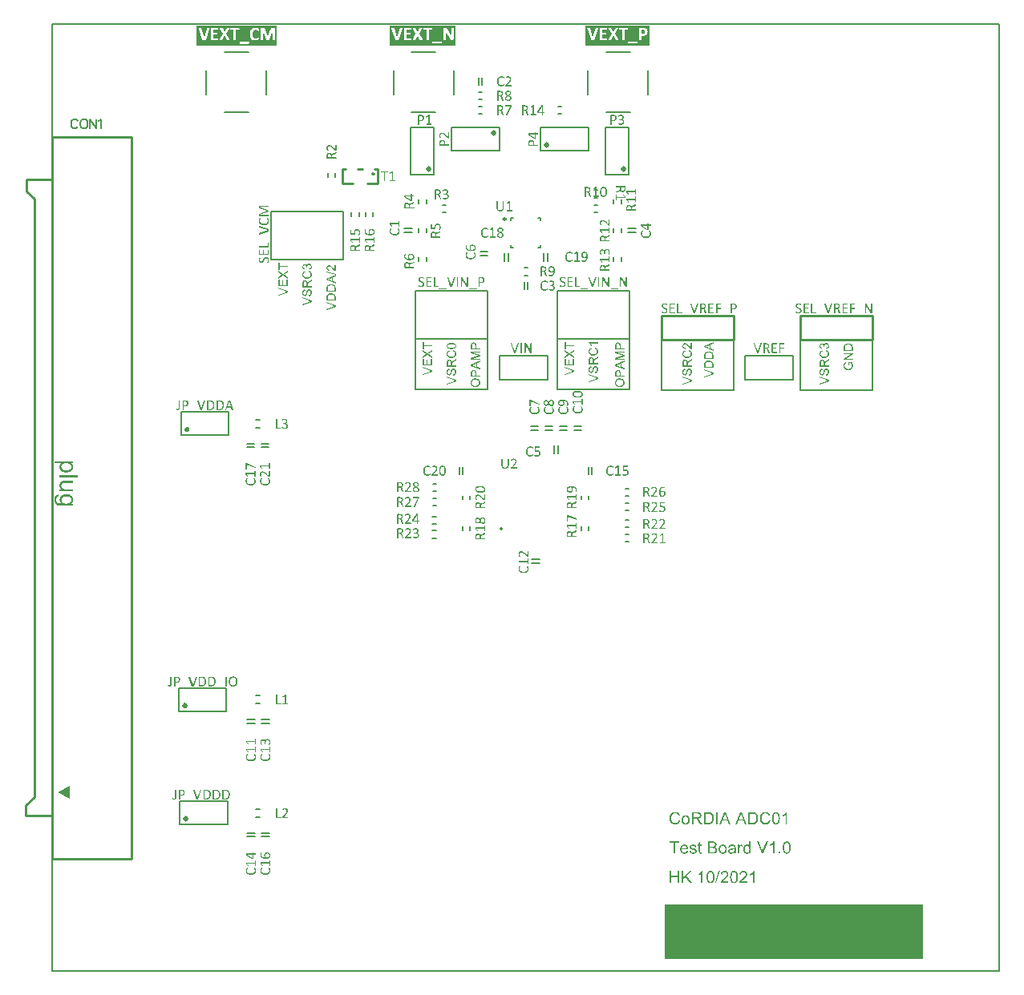
<source format=gto>
G04*
G04 #@! TF.GenerationSoftware,Altium Limited,Altium Designer,21.7.2 (23)*
G04*
G04 Layer_Color=65535*
%FSLAX44Y44*%
%MOMM*%
G71*
G04*
G04 #@! TF.SameCoordinates,11932732-5254-49CD-BAFF-0E93D504D006*
G04*
G04*
G04 #@! TF.FilePolarity,Positive*
G04*
G01*
G75*
%ADD10C,0.2000*%
%ADD11C,0.2540*%
%ADD12C,0.2500*%
%ADD13C,0.2032*%
%ADD14C,0.1500*%
%ADD15R,27.2710X5.7150*%
G36*
X19050Y195450D02*
Y181450D01*
X6050Y188450D01*
X19050Y195450D01*
D02*
G37*
G36*
X597543Y663853D02*
X597627Y663846D01*
X597738Y663839D01*
X597855Y663819D01*
X597994Y663798D01*
X598140Y663763D01*
X598299Y663722D01*
X598466Y663666D01*
X598639Y663604D01*
X598812Y663528D01*
X598986Y663437D01*
X599159Y663333D01*
X599333Y663215D01*
X599492Y663077D01*
X599499Y663070D01*
X599527Y663042D01*
X599568Y662993D01*
X599624Y662924D01*
X599686Y662834D01*
X599762Y662723D01*
X599839Y662591D01*
X599915Y662432D01*
X599991Y662252D01*
X600067Y662050D01*
X600144Y661815D01*
X600206Y661565D01*
X600262Y661281D01*
X600283Y661128D01*
X600303Y660969D01*
X600317Y660802D01*
X600331Y660629D01*
X600338Y660449D01*
Y657807D01*
X604242D01*
Y656538D01*
X594645D01*
Y660386D01*
X594652Y660483D01*
Y660580D01*
X594659Y660691D01*
X594666Y660927D01*
X594687Y661170D01*
X594707Y661406D01*
X594728Y661516D01*
X594742Y661614D01*
Y661620D01*
X594749Y661648D01*
X594756Y661683D01*
X594763Y661731D01*
X594777Y661794D01*
X594798Y661863D01*
X594818Y661939D01*
X594839Y662030D01*
X594902Y662217D01*
X594985Y662411D01*
X595075Y662612D01*
X595193Y662799D01*
X595200Y662806D01*
X595207Y662820D01*
X595228Y662848D01*
X595255Y662876D01*
X595283Y662917D01*
X595325Y662966D01*
X595373Y663021D01*
X595429Y663077D01*
X595491Y663132D01*
X595560Y663195D01*
X595720Y663326D01*
X595907Y663451D01*
X596115Y663569D01*
X596122Y663576D01*
X596143Y663583D01*
X596177Y663597D01*
X596219Y663618D01*
X596274Y663638D01*
X596344Y663659D01*
X596420Y663687D01*
X596503Y663715D01*
X596594Y663742D01*
X596698Y663770D01*
X596801Y663791D01*
X596919Y663812D01*
X597162Y663846D01*
X597426Y663860D01*
X597439D01*
X597481D01*
X597543Y663853D01*
D02*
G37*
G36*
X604242Y653272D02*
X596212D01*
X604242Y650477D01*
Y649326D01*
X596073Y646560D01*
X604242D01*
Y645332D01*
X594645D01*
Y647239D01*
X601441Y649513D01*
X601454Y649520D01*
X601482Y649527D01*
X601531Y649541D01*
X601593Y649562D01*
X601676Y649590D01*
X601766Y649617D01*
X601864Y649652D01*
X601974Y649687D01*
X602203Y649763D01*
X602439Y649839D01*
X602557Y649874D01*
X602668Y649909D01*
X602765Y649943D01*
X602862Y649971D01*
X602855D01*
X602834Y649978D01*
X602807Y649992D01*
X602765Y650006D01*
X602710Y650020D01*
X602640Y650040D01*
X602564Y650068D01*
X602474Y650096D01*
X602370Y650131D01*
X602259Y650172D01*
X602134Y650214D01*
X601995Y650255D01*
X601843Y650311D01*
X601683Y650359D01*
X601510Y650422D01*
X601323Y650484D01*
X594645Y652786D01*
Y654499D01*
X604242D01*
Y653272D01*
D02*
G37*
G36*
Y642919D02*
X601337Y641809D01*
Y637781D01*
X604242Y636734D01*
Y635395D01*
X594645Y639077D01*
Y640437D01*
X604242Y644361D01*
Y642919D01*
D02*
G37*
G36*
X597543Y634813D02*
X597627Y634806D01*
X597738Y634799D01*
X597855Y634778D01*
X597994Y634757D01*
X598140Y634723D01*
X598299Y634681D01*
X598466Y634626D01*
X598639Y634563D01*
X598812Y634487D01*
X598986Y634397D01*
X599159Y634293D01*
X599333Y634175D01*
X599492Y634036D01*
X599499Y634029D01*
X599527Y634002D01*
X599568Y633953D01*
X599624Y633884D01*
X599686Y633794D01*
X599762Y633683D01*
X599839Y633551D01*
X599915Y633391D01*
X599991Y633211D01*
X600067Y633010D01*
X600144Y632774D01*
X600206Y632525D01*
X600262Y632240D01*
X600283Y632088D01*
X600303Y631928D01*
X600317Y631762D01*
X600331Y631589D01*
X600338Y631408D01*
Y628766D01*
X604242D01*
Y627497D01*
X594645D01*
Y631346D01*
X594652Y631443D01*
Y631540D01*
X594659Y631651D01*
X594666Y631887D01*
X594687Y632129D01*
X594707Y632365D01*
X594728Y632476D01*
X594742Y632573D01*
Y632580D01*
X594749Y632608D01*
X594756Y632643D01*
X594763Y632691D01*
X594777Y632753D01*
X594798Y632823D01*
X594818Y632899D01*
X594839Y632989D01*
X594902Y633176D01*
X594985Y633371D01*
X595075Y633572D01*
X595193Y633759D01*
X595200Y633766D01*
X595207Y633780D01*
X595228Y633807D01*
X595255Y633835D01*
X595283Y633877D01*
X595325Y633925D01*
X595373Y633981D01*
X595429Y634036D01*
X595491Y634092D01*
X595560Y634154D01*
X595720Y634286D01*
X595907Y634411D01*
X596115Y634529D01*
X596122Y634536D01*
X596143Y634543D01*
X596177Y634556D01*
X596219Y634577D01*
X596274Y634598D01*
X596344Y634619D01*
X596420Y634646D01*
X596503Y634674D01*
X596594Y634702D01*
X596698Y634730D01*
X596801Y634751D01*
X596919Y634771D01*
X597162Y634806D01*
X597426Y634820D01*
X597439D01*
X597481D01*
X597543Y634813D01*
D02*
G37*
G36*
X599603Y625854D02*
X599707D01*
X599832Y625840D01*
X599977Y625833D01*
X600151Y625812D01*
X600331Y625785D01*
X600532Y625757D01*
X600740Y625715D01*
X600955Y625667D01*
X601177Y625611D01*
X601406Y625542D01*
X601628Y625466D01*
X601850Y625376D01*
X602071Y625271D01*
X602085Y625265D01*
X602120Y625244D01*
X602183Y625209D01*
X602259Y625160D01*
X602356Y625105D01*
X602467Y625029D01*
X602592Y624939D01*
X602723Y624841D01*
X602862Y624731D01*
X603001Y624606D01*
X603146Y624467D01*
X603292Y624322D01*
X603431Y624155D01*
X603569Y623982D01*
X603694Y623795D01*
X603812Y623600D01*
X603819Y623587D01*
X603840Y623552D01*
X603867Y623489D01*
X603902Y623413D01*
X603951Y623309D01*
X603999Y623191D01*
X604055Y623060D01*
X604103Y622907D01*
X604159Y622734D01*
X604214Y622553D01*
X604263Y622366D01*
X604311Y622158D01*
X604346Y621950D01*
X604374Y621728D01*
X604394Y621499D01*
X604401Y621270D01*
Y621208D01*
X604394Y621139D01*
X604388Y621042D01*
X604381Y620924D01*
X604367Y620785D01*
X604346Y620626D01*
X604318Y620459D01*
X604283Y620272D01*
X604242Y620078D01*
X604186Y619877D01*
X604124Y619676D01*
X604055Y619468D01*
X603965Y619253D01*
X603867Y619045D01*
X603750Y618843D01*
X603743Y618830D01*
X603722Y618795D01*
X603680Y618740D01*
X603632Y618670D01*
X603562Y618580D01*
X603486Y618476D01*
X603389Y618365D01*
X603285Y618240D01*
X603160Y618115D01*
X603028Y617977D01*
X602883Y617845D01*
X602723Y617713D01*
X602550Y617581D01*
X602370Y617457D01*
X602175Y617339D01*
X601968Y617228D01*
X601954Y617221D01*
X601919Y617207D01*
X601857Y617179D01*
X601766Y617145D01*
X601662Y617103D01*
X601538Y617054D01*
X601399Y617006D01*
X601239Y616957D01*
X601066Y616902D01*
X600879Y616853D01*
X600685Y616805D01*
X600477Y616763D01*
X600255Y616729D01*
X600033Y616701D01*
X599804Y616687D01*
X599568Y616680D01*
X599561D01*
X599540D01*
X599506D01*
X599464D01*
X599409Y616687D01*
X599339D01*
X599263Y616694D01*
X599173Y616701D01*
X599076Y616708D01*
X598972Y616722D01*
X598861Y616735D01*
X598743Y616749D01*
X598487Y616791D01*
X598209Y616839D01*
X597911Y616909D01*
X597606Y616992D01*
X597294Y617096D01*
X596982Y617221D01*
X596677Y617366D01*
X596379Y617540D01*
X596233Y617637D01*
X596094Y617734D01*
X595962Y617845D01*
X595831Y617963D01*
X595824Y617970D01*
X595817Y617977D01*
X595796Y617998D01*
X595775Y618025D01*
X595741Y618053D01*
X595706Y618095D01*
X595616Y618199D01*
X595519Y618323D01*
X595401Y618476D01*
X595283Y618656D01*
X595151Y618857D01*
X595026Y619086D01*
X594908Y619336D01*
X594791Y619606D01*
X594687Y619897D01*
X594603Y620216D01*
X594534Y620549D01*
X594513Y620723D01*
X594492Y620903D01*
X594486Y621083D01*
X594479Y621270D01*
Y621333D01*
X594486Y621402D01*
Y621492D01*
X594499Y621610D01*
X594513Y621749D01*
X594534Y621901D01*
X594555Y622068D01*
X594590Y622248D01*
X594631Y622442D01*
X594687Y622643D01*
X594749Y622845D01*
X594818Y623052D01*
X594908Y623261D01*
X595006Y623469D01*
X595117Y623670D01*
X595123Y623684D01*
X595144Y623718D01*
X595179Y623774D01*
X595234Y623843D01*
X595297Y623933D01*
X595373Y624037D01*
X595470Y624148D01*
X595574Y624273D01*
X595692Y624405D01*
X595824Y624536D01*
X595969Y624675D01*
X596129Y624807D01*
X596302Y624939D01*
X596483Y625070D01*
X596677Y625188D01*
X596885Y625299D01*
X596899Y625306D01*
X596933Y625327D01*
X596996Y625355D01*
X597086Y625389D01*
X597190Y625431D01*
X597322Y625480D01*
X597467Y625528D01*
X597634Y625583D01*
X597814Y625632D01*
X598015Y625681D01*
X598223Y625729D01*
X598452Y625771D01*
X598688Y625812D01*
X598937Y625840D01*
X599194Y625854D01*
X599457Y625861D01*
X599464D01*
X599471D01*
X599492D01*
X599520D01*
X599554D01*
X599603Y625854D01*
D02*
G37*
G36*
X299435Y739274D02*
X299428D01*
X299414D01*
X299393D01*
X299366D01*
X299324D01*
X299282Y739281D01*
X299172Y739288D01*
X299054Y739302D01*
X298915Y739323D01*
X298769Y739357D01*
X298624Y739406D01*
X298617D01*
X298596Y739420D01*
X298561Y739433D01*
X298513Y739454D01*
X298450Y739475D01*
X298381Y739510D01*
X298305Y739551D01*
X298221Y739593D01*
X298124Y739641D01*
X298027Y739704D01*
X297812Y739836D01*
X297584Y739995D01*
X297348Y740182D01*
X297341Y740189D01*
X297320Y740210D01*
X297285Y740238D01*
X297237Y740279D01*
X297174Y740335D01*
X297105Y740404D01*
X297022Y740480D01*
X296932Y740578D01*
X296828Y740682D01*
X296717Y740792D01*
X296599Y740917D01*
X296467Y741056D01*
X296335Y741209D01*
X296197Y741368D01*
X296051Y741541D01*
X295898Y741722D01*
X295892Y741729D01*
X295885Y741742D01*
X295864Y741763D01*
X295843Y741791D01*
X295808Y741826D01*
X295774Y741867D01*
X295684Y741971D01*
X295580Y742103D01*
X295448Y742242D01*
X295309Y742401D01*
X295157Y742568D01*
X294997Y742748D01*
X294831Y742921D01*
X294664Y743102D01*
X294491Y743268D01*
X294324Y743435D01*
X294165Y743580D01*
X294006Y743719D01*
X293860Y743830D01*
X293853Y743837D01*
X293825Y743850D01*
X293784Y743878D01*
X293735Y743920D01*
X293666Y743961D01*
X293589Y744003D01*
X293499Y744059D01*
X293402Y744107D01*
X293298Y744156D01*
X293187Y744211D01*
X292945Y744301D01*
X292820Y744336D01*
X292695Y744364D01*
X292570Y744378D01*
X292445Y744385D01*
X292438D01*
X292411D01*
X292376D01*
X292327Y744378D01*
X292265Y744371D01*
X292196Y744357D01*
X292119Y744343D01*
X292036Y744322D01*
X291946Y744294D01*
X291849Y744260D01*
X291752Y744218D01*
X291655Y744169D01*
X291551Y744114D01*
X291454Y744045D01*
X291357Y743968D01*
X291266Y743878D01*
X291260Y743871D01*
X291246Y743857D01*
X291225Y743830D01*
X291190Y743788D01*
X291156Y743740D01*
X291114Y743677D01*
X291065Y743608D01*
X291024Y743532D01*
X290975Y743441D01*
X290934Y743344D01*
X290892Y743233D01*
X290857Y743122D01*
X290823Y742998D01*
X290802Y742866D01*
X290788Y742727D01*
X290781Y742582D01*
Y742498D01*
X290788Y742443D01*
X290795Y742367D01*
X290809Y742283D01*
X290823Y742193D01*
X290844Y742089D01*
X290871Y741985D01*
X290906Y741874D01*
X290947Y741763D01*
X290996Y741646D01*
X291059Y741535D01*
X291128Y741424D01*
X291204Y741313D01*
X291294Y741216D01*
X291301Y741209D01*
X291315Y741195D01*
X291350Y741167D01*
X291384Y741139D01*
X291440Y741098D01*
X291502Y741056D01*
X291579Y741008D01*
X291662Y740966D01*
X291752Y740917D01*
X291863Y740869D01*
X291974Y740827D01*
X292099Y740786D01*
X292237Y740758D01*
X292383Y740730D01*
X292535Y740716D01*
X292702Y740709D01*
X292577Y739496D01*
X292570D01*
X292563D01*
X292542Y739503D01*
X292515D01*
X292445Y739510D01*
X292355Y739530D01*
X292244Y739551D01*
X292113Y739579D01*
X291967Y739614D01*
X291814Y739655D01*
X291648Y739711D01*
X291481Y739773D01*
X291308Y739849D01*
X291135Y739940D01*
X290968Y740037D01*
X290809Y740155D01*
X290656Y740279D01*
X290518Y740425D01*
X290511Y740432D01*
X290490Y740460D01*
X290448Y740508D01*
X290407Y740571D01*
X290351Y740654D01*
X290289Y740751D01*
X290226Y740869D01*
X290157Y741001D01*
X290095Y741153D01*
X290032Y741313D01*
X289970Y741493D01*
X289914Y741687D01*
X289866Y741895D01*
X289831Y742117D01*
X289810Y742353D01*
X289803Y742602D01*
Y742665D01*
X289810Y742734D01*
X289817Y742831D01*
X289824Y742949D01*
X289845Y743081D01*
X289866Y743233D01*
X289900Y743393D01*
X289942Y743566D01*
X289991Y743740D01*
X290053Y743927D01*
X290129Y744107D01*
X290219Y744287D01*
X290317Y744461D01*
X290434Y744627D01*
X290573Y744787D01*
X290580Y744794D01*
X290608Y744821D01*
X290649Y744863D01*
X290712Y744911D01*
X290781Y744974D01*
X290871Y745043D01*
X290975Y745119D01*
X291093Y745196D01*
X291225Y745265D01*
X291371Y745341D01*
X291530Y745411D01*
X291696Y745473D01*
X291877Y745522D01*
X292064Y745563D01*
X292265Y745591D01*
X292473Y745598D01*
X292480D01*
X292501D01*
X292528D01*
X292570D01*
X292626Y745591D01*
X292681Y745584D01*
X292750Y745577D01*
X292827Y745570D01*
X293000Y745543D01*
X293194Y745501D01*
X293395Y745439D01*
X293603Y745362D01*
X293610D01*
X293631Y745348D01*
X293659Y745334D01*
X293700Y745314D01*
X293749Y745293D01*
X293811Y745258D01*
X293881Y745223D01*
X293957Y745175D01*
X294040Y745126D01*
X294130Y745071D01*
X294331Y744932D01*
X294435Y744856D01*
X294546Y744773D01*
X294657Y744676D01*
X294775Y744579D01*
X294782Y744572D01*
X294803Y744551D01*
X294838Y744523D01*
X294886Y744475D01*
X294949Y744412D01*
X295025Y744336D01*
X295115Y744253D01*
X295219Y744149D01*
X295330Y744031D01*
X295455Y743892D01*
X295593Y743746D01*
X295746Y743580D01*
X295905Y743400D01*
X296079Y743206D01*
X296266Y742991D01*
X296460Y742762D01*
X296467Y742748D01*
X296502Y742713D01*
X296543Y742665D01*
X296606Y742595D01*
X296675Y742505D01*
X296758Y742415D01*
X296849Y742311D01*
X296946Y742200D01*
X297147Y741964D01*
X297251Y741853D01*
X297348Y741742D01*
X297445Y741638D01*
X297528Y741548D01*
X297604Y741465D01*
X297674Y741403D01*
X297688Y741389D01*
X297729Y741354D01*
X297792Y741299D01*
X297868Y741229D01*
X297965Y741153D01*
X298069Y741070D01*
X298187Y740987D01*
X298305Y740910D01*
Y745612D01*
X299435D01*
Y739274D01*
D02*
G37*
G36*
X299601Y736084D02*
Y735141D01*
X289679Y737922D01*
Y738865D01*
X299601Y736084D01*
D02*
G37*
G36*
X299435Y733720D02*
X296530Y732610D01*
Y728581D01*
X299435Y727534D01*
Y726196D01*
X289838Y729878D01*
Y731237D01*
X299435Y735162D01*
Y733720D01*
D02*
G37*
G36*
X294775Y725482D02*
X294865D01*
X294976Y725475D01*
X295101Y725468D01*
X295240Y725454D01*
X295385Y725440D01*
X295545Y725426D01*
X295871Y725378D01*
X296204Y725315D01*
X296530Y725232D01*
X296537D01*
X296564Y725218D01*
X296613Y725204D01*
X296668Y725184D01*
X296738Y725163D01*
X296821Y725128D01*
X296918Y725094D01*
X297015Y725052D01*
X297237Y724962D01*
X297473Y724844D01*
X297701Y724719D01*
X297923Y724574D01*
X297930Y724566D01*
X297944Y724553D01*
X297979Y724532D01*
X298013Y724504D01*
X298062Y724469D01*
X298118Y724421D01*
X298242Y724317D01*
X298381Y724185D01*
X298527Y724040D01*
X298665Y723873D01*
X298797Y723700D01*
Y723693D01*
X298811Y723679D01*
X298825Y723651D01*
X298846Y723616D01*
X298873Y723568D01*
X298901Y723512D01*
X298936Y723450D01*
X298970Y723381D01*
X299012Y723298D01*
X299054Y723214D01*
X299088Y723117D01*
X299130Y723020D01*
X299206Y722798D01*
X299275Y722556D01*
Y722549D01*
X299282Y722528D01*
X299289Y722486D01*
X299303Y722438D01*
X299310Y722375D01*
X299324Y722299D01*
X299338Y722209D01*
X299352Y722112D01*
X299373Y722001D01*
X299386Y721883D01*
X299400Y721758D01*
X299407Y721619D01*
X299421Y721481D01*
X299428Y721328D01*
X299435Y721016D01*
Y717556D01*
X289838D01*
Y721044D01*
X289845Y721134D01*
Y721245D01*
X289852Y721363D01*
Y721495D01*
X289873Y721772D01*
X289893Y722056D01*
X289914Y722195D01*
X289928Y722327D01*
X289949Y722452D01*
X289977Y722570D01*
Y722576D01*
X289984Y722604D01*
X289998Y722646D01*
X290011Y722708D01*
X290039Y722777D01*
X290067Y722861D01*
X290095Y722951D01*
X290136Y723055D01*
X290226Y723270D01*
X290351Y723506D01*
X290490Y723741D01*
X290573Y723859D01*
X290663Y723970D01*
X290670Y723977D01*
X290691Y724005D01*
X290733Y724046D01*
X290781Y724095D01*
X290844Y724157D01*
X290920Y724234D01*
X291010Y724310D01*
X291107Y724400D01*
X291225Y724490D01*
X291350Y724580D01*
X291481Y724678D01*
X291627Y724774D01*
X291787Y724865D01*
X291946Y724948D01*
X292126Y725031D01*
X292307Y725107D01*
X292320Y725114D01*
X292355Y725121D01*
X292404Y725142D01*
X292480Y725170D01*
X292577Y725198D01*
X292688Y725225D01*
X292820Y725260D01*
X292965Y725302D01*
X293125Y725336D01*
X293305Y725371D01*
X293492Y725399D01*
X293694Y725426D01*
X293902Y725454D01*
X294123Y725475D01*
X294352Y725482D01*
X294588Y725489D01*
X294602D01*
X294636D01*
X294692D01*
X294775Y725482D01*
D02*
G37*
G36*
Y715802D02*
X294865D01*
X294976Y715795D01*
X295101Y715788D01*
X295240Y715774D01*
X295385Y715760D01*
X295545Y715746D01*
X295871Y715698D01*
X296204Y715635D01*
X296530Y715552D01*
X296537D01*
X296564Y715538D01*
X296613Y715524D01*
X296668Y715503D01*
X296738Y715483D01*
X296821Y715448D01*
X296918Y715413D01*
X297015Y715372D01*
X297237Y715282D01*
X297473Y715164D01*
X297701Y715039D01*
X297923Y714893D01*
X297930Y714886D01*
X297944Y714873D01*
X297979Y714852D01*
X298013Y714824D01*
X298062Y714789D01*
X298118Y714741D01*
X298242Y714637D01*
X298381Y714505D01*
X298527Y714359D01*
X298665Y714193D01*
X298797Y714020D01*
Y714013D01*
X298811Y713999D01*
X298825Y713971D01*
X298846Y713936D01*
X298873Y713888D01*
X298901Y713832D01*
X298936Y713770D01*
X298970Y713701D01*
X299012Y713617D01*
X299054Y713534D01*
X299088Y713437D01*
X299130Y713340D01*
X299206Y713118D01*
X299275Y712876D01*
Y712868D01*
X299282Y712848D01*
X299289Y712806D01*
X299303Y712758D01*
X299310Y712695D01*
X299324Y712619D01*
X299338Y712529D01*
X299352Y712432D01*
X299373Y712321D01*
X299386Y712203D01*
X299400Y712078D01*
X299407Y711939D01*
X299421Y711801D01*
X299428Y711648D01*
X299435Y711336D01*
Y707876D01*
X289838D01*
Y711364D01*
X289845Y711454D01*
Y711565D01*
X289852Y711683D01*
Y711814D01*
X289873Y712092D01*
X289893Y712376D01*
X289914Y712515D01*
X289928Y712647D01*
X289949Y712771D01*
X289977Y712889D01*
Y712896D01*
X289984Y712924D01*
X289998Y712966D01*
X290011Y713028D01*
X290039Y713097D01*
X290067Y713181D01*
X290095Y713271D01*
X290136Y713375D01*
X290226Y713590D01*
X290351Y713825D01*
X290490Y714061D01*
X290573Y714179D01*
X290663Y714290D01*
X290670Y714297D01*
X290691Y714325D01*
X290733Y714366D01*
X290781Y714415D01*
X290844Y714477D01*
X290920Y714554D01*
X291010Y714630D01*
X291107Y714720D01*
X291225Y714810D01*
X291350Y714900D01*
X291481Y714997D01*
X291627Y715094D01*
X291787Y715184D01*
X291946Y715268D01*
X292126Y715351D01*
X292307Y715427D01*
X292320Y715434D01*
X292355Y715441D01*
X292404Y715462D01*
X292480Y715490D01*
X292577Y715517D01*
X292688Y715545D01*
X292820Y715580D01*
X292965Y715621D01*
X293125Y715656D01*
X293305Y715691D01*
X293492Y715719D01*
X293694Y715746D01*
X293902Y715774D01*
X294123Y715795D01*
X294352Y715802D01*
X294588Y715809D01*
X294602D01*
X294636D01*
X294692D01*
X294775Y715802D01*
D02*
G37*
G36*
X299435Y702980D02*
Y701670D01*
X289838Y697953D01*
Y699333D01*
X296814Y701822D01*
X296821Y701829D01*
X296849Y701836D01*
X296897Y701850D01*
X296959Y701871D01*
X297029Y701899D01*
X297119Y701926D01*
X297216Y701961D01*
X297327Y702003D01*
X297445Y702037D01*
X297570Y702079D01*
X297833Y702162D01*
X298111Y702252D01*
X298388Y702328D01*
X298381D01*
X298353Y702336D01*
X298312Y702349D01*
X298256Y702370D01*
X298180Y702391D01*
X298097Y702412D01*
X298000Y702446D01*
X297896Y702474D01*
X297785Y702516D01*
X297660Y702550D01*
X297528Y702599D01*
X297396Y702641D01*
X297105Y702738D01*
X296814Y702849D01*
X289838Y705442D01*
Y706739D01*
X299435Y702980D01*
D02*
G37*
G36*
X271331Y747058D02*
X271414Y747051D01*
X271525Y747038D01*
X271650Y747017D01*
X271788Y746989D01*
X271941Y746947D01*
X272107Y746899D01*
X272274Y746843D01*
X272454Y746767D01*
X272634Y746677D01*
X272815Y746573D01*
X272995Y746448D01*
X273168Y746302D01*
X273335Y746143D01*
X273342Y746129D01*
X273369Y746101D01*
X273418Y746053D01*
X273473Y745977D01*
X273536Y745886D01*
X273612Y745782D01*
X273688Y745651D01*
X273771Y745512D01*
X273855Y745352D01*
X273931Y745172D01*
X274007Y744985D01*
X274070Y744777D01*
X274125Y744562D01*
X274174Y744326D01*
X274201Y744084D01*
X274208Y743827D01*
Y743772D01*
X274201Y743702D01*
X274194Y743619D01*
X274188Y743508D01*
X274167Y743383D01*
X274146Y743244D01*
X274111Y743092D01*
X274077Y742933D01*
X274028Y742759D01*
X273966Y742586D01*
X273889Y742405D01*
X273806Y742232D01*
X273709Y742059D01*
X273591Y741885D01*
X273459Y741726D01*
X273452Y741719D01*
X273425Y741691D01*
X273383Y741650D01*
X273321Y741594D01*
X273244Y741532D01*
X273154Y741456D01*
X273050Y741379D01*
X272932Y741296D01*
X272801Y741213D01*
X272648Y741130D01*
X272489Y741053D01*
X272315Y740977D01*
X272128Y740915D01*
X271934Y740852D01*
X271726Y740811D01*
X271504Y740783D01*
X271345Y741962D01*
X271358D01*
X271386Y741969D01*
X271442Y741982D01*
X271511Y742003D01*
X271594Y742024D01*
X271684Y742052D01*
X271788Y742086D01*
X271899Y742121D01*
X272142Y742218D01*
X272378Y742336D01*
X272496Y742405D01*
X272607Y742482D01*
X272704Y742558D01*
X272794Y742648D01*
X272801Y742655D01*
X272815Y742669D01*
X272835Y742697D01*
X272863Y742738D01*
X272898Y742780D01*
X272932Y742842D01*
X272974Y742905D01*
X273009Y742981D01*
X273050Y743064D01*
X273092Y743154D01*
X273127Y743251D01*
X273161Y743355D01*
X273189Y743466D01*
X273210Y743584D01*
X273224Y743702D01*
X273231Y743834D01*
Y743869D01*
X273224Y743917D01*
Y743973D01*
X273210Y744049D01*
X273203Y744132D01*
X273182Y744222D01*
X273161Y744326D01*
X273127Y744430D01*
X273092Y744548D01*
X273043Y744666D01*
X272988Y744784D01*
X272919Y744902D01*
X272842Y745020D01*
X272759Y745131D01*
X272655Y745242D01*
X272648Y745248D01*
X272627Y745269D01*
X272600Y745297D01*
X272551Y745332D01*
X272496Y745373D01*
X272426Y745422D01*
X272350Y745477D01*
X272260Y745533D01*
X272163Y745581D01*
X272052Y745637D01*
X271941Y745685D01*
X271809Y745727D01*
X271677Y745762D01*
X271539Y745789D01*
X271386Y745810D01*
X271234Y745817D01*
X271227D01*
X271199D01*
X271157D01*
X271095Y745810D01*
X271033Y745803D01*
X270949Y745789D01*
X270859Y745776D01*
X270762Y745748D01*
X270658Y745720D01*
X270547Y745685D01*
X270436Y745644D01*
X270325Y745595D01*
X270214Y745533D01*
X270103Y745456D01*
X269999Y745380D01*
X269895Y745283D01*
X269888Y745276D01*
X269874Y745262D01*
X269847Y745228D01*
X269812Y745186D01*
X269770Y745137D01*
X269729Y745075D01*
X269680Y744999D01*
X269632Y744916D01*
X269583Y744826D01*
X269535Y744722D01*
X269493Y744611D01*
X269452Y744493D01*
X269417Y744368D01*
X269389Y744229D01*
X269375Y744090D01*
X269368Y743938D01*
Y743876D01*
X269375Y743806D01*
X269382Y743709D01*
X269396Y743584D01*
X269424Y743446D01*
X269452Y743286D01*
X269493Y743106D01*
X268460Y743238D01*
Y743258D01*
X268467Y743279D01*
Y743307D01*
X268474Y743369D01*
Y743501D01*
X268467Y743550D01*
X268460Y743619D01*
X268453Y743695D01*
X268439Y743778D01*
X268425Y743876D01*
X268404Y743979D01*
X268377Y744084D01*
X268307Y744312D01*
X268266Y744430D01*
X268210Y744548D01*
X268155Y744666D01*
X268085Y744777D01*
X268078Y744784D01*
X268065Y744805D01*
X268044Y744832D01*
X268009Y744874D01*
X267967Y744916D01*
X267919Y744971D01*
X267857Y745020D01*
X267787Y745082D01*
X267704Y745137D01*
X267614Y745193D01*
X267517Y745242D01*
X267406Y745283D01*
X267288Y745325D01*
X267156Y745352D01*
X267018Y745373D01*
X266872Y745380D01*
X266865D01*
X266844D01*
X266810D01*
X266761Y745373D01*
X266712Y745366D01*
X266643Y745359D01*
X266574Y745346D01*
X266497Y745325D01*
X266331Y745269D01*
X266241Y745235D01*
X266151Y745193D01*
X266061Y745145D01*
X265970Y745082D01*
X265887Y745013D01*
X265804Y744937D01*
X265797Y744930D01*
X265783Y744916D01*
X265763Y744895D01*
X265735Y744860D01*
X265707Y744812D01*
X265665Y744763D01*
X265631Y744701D01*
X265589Y744631D01*
X265548Y744555D01*
X265513Y744472D01*
X265471Y744375D01*
X265443Y744278D01*
X265416Y744167D01*
X265395Y744056D01*
X265381Y743931D01*
X265374Y743806D01*
Y743737D01*
X265381Y743695D01*
X265388Y743633D01*
X265395Y743564D01*
X265409Y743487D01*
X265430Y743404D01*
X265478Y743224D01*
X265513Y743134D01*
X265561Y743036D01*
X265610Y742939D01*
X265665Y742842D01*
X265735Y742752D01*
X265811Y742662D01*
X265818Y742655D01*
X265832Y742641D01*
X265860Y742620D01*
X265894Y742586D01*
X265936Y742551D01*
X265991Y742510D01*
X266061Y742468D01*
X266130Y742419D01*
X266220Y742371D01*
X266317Y742322D01*
X266421Y742267D01*
X266539Y742225D01*
X266664Y742177D01*
X266796Y742142D01*
X266941Y742107D01*
X267101Y742080D01*
X266893Y740901D01*
X266886D01*
X266879D01*
X266837Y740915D01*
X266782Y740928D01*
X266699Y740949D01*
X266595Y740977D01*
X266484Y741012D01*
X266359Y741053D01*
X266220Y741102D01*
X266075Y741164D01*
X265922Y741234D01*
X265769Y741317D01*
X265617Y741407D01*
X265464Y741504D01*
X265319Y741615D01*
X265180Y741740D01*
X265055Y741879D01*
X265048Y741885D01*
X265027Y741913D01*
X264993Y741955D01*
X264951Y742017D01*
X264903Y742093D01*
X264847Y742184D01*
X264792Y742288D01*
X264729Y742405D01*
X264667Y742537D01*
X264611Y742683D01*
X264556Y742835D01*
X264507Y743002D01*
X264466Y743182D01*
X264431Y743376D01*
X264410Y743577D01*
X264403Y743785D01*
Y743862D01*
X264410Y743917D01*
Y743987D01*
X264424Y744070D01*
X264431Y744160D01*
X264445Y744257D01*
X264466Y744368D01*
X264487Y744479D01*
X264549Y744722D01*
X264584Y744853D01*
X264632Y744978D01*
X264681Y745103D01*
X264743Y745228D01*
X264750Y745235D01*
X264757Y745255D01*
X264778Y745290D01*
X264806Y745339D01*
X264840Y745394D01*
X264882Y745456D01*
X264930Y745526D01*
X264986Y745602D01*
X265118Y745769D01*
X265277Y745935D01*
X265457Y746095D01*
X265561Y746171D01*
X265665Y746240D01*
X265672Y746247D01*
X265693Y746254D01*
X265721Y746275D01*
X265769Y746296D01*
X265818Y746323D01*
X265887Y746351D01*
X265957Y746386D01*
X266040Y746420D01*
X266130Y746448D01*
X266220Y746483D01*
X266428Y746538D01*
X266657Y746580D01*
X266775Y746587D01*
X266900Y746594D01*
X266907D01*
X266927D01*
X266962D01*
X267004Y746587D01*
X267059D01*
X267122Y746573D01*
X267198Y746566D01*
X267274Y746552D01*
X267454Y746510D01*
X267642Y746448D01*
X267739Y746413D01*
X267843Y746365D01*
X267940Y746316D01*
X268037Y746254D01*
X268044Y746247D01*
X268058Y746240D01*
X268085Y746219D01*
X268120Y746191D01*
X268162Y746157D01*
X268210Y746115D01*
X268266Y746067D01*
X268328Y746004D01*
X268391Y745942D01*
X268453Y745866D01*
X268522Y745789D01*
X268592Y745699D01*
X268654Y745602D01*
X268723Y745498D01*
X268786Y745387D01*
X268841Y745269D01*
Y745276D01*
X268848Y745304D01*
X268862Y745352D01*
X268883Y745408D01*
X268904Y745484D01*
X268938Y745567D01*
X268973Y745658D01*
X269021Y745755D01*
X269070Y745859D01*
X269132Y745970D01*
X269195Y746081D01*
X269271Y746191D01*
X269354Y746296D01*
X269445Y746400D01*
X269548Y746504D01*
X269660Y746594D01*
X269666Y746601D01*
X269687Y746615D01*
X269722Y746635D01*
X269770Y746670D01*
X269833Y746705D01*
X269902Y746746D01*
X269985Y746788D01*
X270082Y746830D01*
X270193Y746871D01*
X270311Y746920D01*
X270436Y746954D01*
X270575Y746989D01*
X270720Y747024D01*
X270873Y747045D01*
X271033Y747058D01*
X271206Y747065D01*
X271220D01*
X271261D01*
X271331Y747058D01*
D02*
G37*
G36*
X271012Y739687D02*
X271033Y739680D01*
X271060Y739673D01*
X271095Y739667D01*
X271143Y739653D01*
X271247Y739618D01*
X271379Y739569D01*
X271525Y739514D01*
X271691Y739445D01*
X271871Y739361D01*
X272066Y739271D01*
X272260Y739167D01*
X272454Y739049D01*
X272655Y738918D01*
X272849Y738772D01*
X273036Y738613D01*
X273210Y738439D01*
X273376Y738252D01*
X273383Y738238D01*
X273411Y738203D01*
X273452Y738148D01*
X273501Y738065D01*
X273563Y737968D01*
X273633Y737843D01*
X273709Y737704D01*
X273785Y737545D01*
X273862Y737371D01*
X273938Y737177D01*
X274007Y736969D01*
X274070Y736747D01*
X274118Y736505D01*
X274160Y736255D01*
X274188Y735991D01*
X274194Y735714D01*
Y735610D01*
X274188Y735561D01*
Y735457D01*
X274174Y735326D01*
X274160Y735173D01*
X274139Y735000D01*
X274118Y734819D01*
X274083Y734618D01*
X274042Y734417D01*
X273986Y734202D01*
X273931Y733994D01*
X273855Y733786D01*
X273771Y733578D01*
X273674Y733377D01*
X273563Y733190D01*
X273556Y733176D01*
X273536Y733148D01*
X273494Y733100D01*
X273446Y733030D01*
X273383Y732947D01*
X273300Y732857D01*
X273210Y732753D01*
X273099Y732642D01*
X272974Y732524D01*
X272842Y732406D01*
X272690Y732281D01*
X272530Y732157D01*
X272350Y732039D01*
X272163Y731921D01*
X271955Y731810D01*
X271740Y731713D01*
X271733D01*
X271726Y731706D01*
X271684Y731692D01*
X271622Y731664D01*
X271532Y731637D01*
X271421Y731595D01*
X271289Y731553D01*
X271136Y731505D01*
X270970Y731463D01*
X270783Y731415D01*
X270582Y731366D01*
X270374Y731325D01*
X270145Y731283D01*
X269916Y731255D01*
X269673Y731227D01*
X269424Y731214D01*
X269167Y731207D01*
X269160D01*
X269146D01*
X269125D01*
X269098D01*
X269063D01*
X269021Y731214D01*
X268918D01*
X268786Y731227D01*
X268633Y731235D01*
X268460Y731255D01*
X268273Y731276D01*
X268078Y731311D01*
X267871Y731345D01*
X267649Y731394D01*
X267427Y731449D01*
X267205Y731512D01*
X266983Y731588D01*
X266768Y731678D01*
X266553Y731775D01*
X266539Y731782D01*
X266504Y731803D01*
X266449Y731838D01*
X266366Y731879D01*
X266276Y731942D01*
X266172Y732011D01*
X266047Y732101D01*
X265922Y732198D01*
X265790Y732302D01*
X265645Y732427D01*
X265506Y732559D01*
X265367Y732704D01*
X265229Y732864D01*
X265097Y733030D01*
X264972Y733211D01*
X264854Y733405D01*
X264847Y733419D01*
X264826Y733453D01*
X264799Y733509D01*
X264764Y733592D01*
X264715Y733689D01*
X264667Y733807D01*
X264618Y733946D01*
X264563Y734091D01*
X264507Y734258D01*
X264459Y734438D01*
X264403Y734632D01*
X264362Y734833D01*
X264327Y735048D01*
X264299Y735270D01*
X264279Y735499D01*
X264272Y735735D01*
Y735832D01*
X264279Y735873D01*
X264286Y735977D01*
X264292Y736102D01*
X264313Y736241D01*
X264334Y736401D01*
X264362Y736581D01*
X264403Y736768D01*
X264452Y736962D01*
X264507Y737163D01*
X264584Y737364D01*
X264667Y737565D01*
X264764Y737773D01*
X264875Y737968D01*
X265007Y738155D01*
X265014Y738169D01*
X265041Y738196D01*
X265083Y738252D01*
X265145Y738314D01*
X265215Y738398D01*
X265312Y738488D01*
X265416Y738585D01*
X265541Y738696D01*
X265679Y738807D01*
X265832Y738924D01*
X266005Y739035D01*
X266185Y739146D01*
X266387Y739257D01*
X266602Y739354D01*
X266830Y739452D01*
X267073Y739528D01*
X267364Y738280D01*
X267350Y738273D01*
X267316Y738266D01*
X267267Y738245D01*
X267191Y738217D01*
X267108Y738183D01*
X267011Y738141D01*
X266900Y738085D01*
X266782Y738030D01*
X266657Y737968D01*
X266532Y737891D01*
X266407Y737815D01*
X266276Y737725D01*
X266158Y737628D01*
X266040Y737531D01*
X265936Y737420D01*
X265839Y737302D01*
X265832Y737295D01*
X265818Y737274D01*
X265797Y737240D01*
X265763Y737191D01*
X265728Y737129D01*
X265686Y737052D01*
X265645Y736962D01*
X265596Y736865D01*
X265554Y736754D01*
X265513Y736636D01*
X265471Y736505D01*
X265437Y736366D01*
X265402Y736213D01*
X265381Y736054D01*
X265367Y735887D01*
X265360Y735707D01*
Y735603D01*
X265367Y735527D01*
X265374Y735430D01*
X265388Y735319D01*
X265402Y735194D01*
X265430Y735062D01*
X265457Y734917D01*
X265492Y734771D01*
X265534Y734618D01*
X265582Y734459D01*
X265645Y734306D01*
X265721Y734154D01*
X265797Y734001D01*
X265894Y733856D01*
X265901Y733849D01*
X265915Y733821D01*
X265950Y733786D01*
X265991Y733738D01*
X266047Y733675D01*
X266109Y733606D01*
X266185Y733530D01*
X266269Y733447D01*
X266366Y733363D01*
X266470Y733273D01*
X266588Y733190D01*
X266719Y733107D01*
X266851Y733024D01*
X266997Y732947D01*
X267149Y732878D01*
X267316Y732815D01*
X267323D01*
X267357Y732802D01*
X267406Y732788D01*
X267468Y732767D01*
X267551Y732746D01*
X267649Y732718D01*
X267759Y732698D01*
X267884Y732670D01*
X268016Y732642D01*
X268162Y732614D01*
X268314Y732587D01*
X268474Y732566D01*
X268807Y732531D01*
X268980Y732524D01*
X269160Y732517D01*
X269174D01*
X269216D01*
X269278D01*
X269368Y732524D01*
X269472Y732531D01*
X269597Y732538D01*
X269736Y732545D01*
X269881Y732559D01*
X270048Y732580D01*
X270221Y732600D01*
X270575Y732670D01*
X270762Y732704D01*
X270942Y732753D01*
X271123Y732809D01*
X271296Y732871D01*
X271303Y732878D01*
X271338Y732885D01*
X271379Y732906D01*
X271442Y732940D01*
X271518Y732975D01*
X271608Y733024D01*
X271705Y733079D01*
X271809Y733141D01*
X271913Y733218D01*
X272024Y733301D01*
X272142Y733391D01*
X272253Y733488D01*
X272364Y733599D01*
X272468Y733717D01*
X272565Y733842D01*
X272655Y733980D01*
X272662Y733987D01*
X272676Y734015D01*
X272697Y734057D01*
X272724Y734112D01*
X272759Y734182D01*
X272801Y734265D01*
X272835Y734362D01*
X272877Y734466D01*
X272925Y734584D01*
X272960Y734708D01*
X273002Y734847D01*
X273036Y734986D01*
X273064Y735138D01*
X273085Y735291D01*
X273099Y735451D01*
X273106Y735610D01*
Y735658D01*
X273099Y735714D01*
Y735790D01*
X273085Y735880D01*
X273071Y735984D01*
X273057Y736109D01*
X273029Y736234D01*
X272995Y736373D01*
X272953Y736518D01*
X272905Y736671D01*
X272849Y736823D01*
X272780Y736976D01*
X272697Y737129D01*
X272600Y737274D01*
X272496Y737420D01*
X272489Y737427D01*
X272468Y737455D01*
X272433Y737489D01*
X272378Y737538D01*
X272315Y737600D01*
X272239Y737669D01*
X272142Y737746D01*
X272038Y737822D01*
X271913Y737905D01*
X271781Y737988D01*
X271629Y738079D01*
X271462Y738155D01*
X271289Y738238D01*
X271095Y738307D01*
X270894Y738370D01*
X270672Y738425D01*
X270991Y739694D01*
X270998D01*
X271012Y739687D01*
D02*
G37*
G36*
X274035Y728766D02*
X272038Y727497D01*
X272031Y727490D01*
X272003Y727469D01*
X271955Y727441D01*
X271899Y727407D01*
X271823Y727358D01*
X271740Y727303D01*
X271650Y727240D01*
X271553Y727178D01*
X271338Y727032D01*
X271116Y726880D01*
X270908Y726727D01*
X270811Y726651D01*
X270720Y726582D01*
X270714Y726575D01*
X270700Y726568D01*
X270679Y726547D01*
X270644Y726519D01*
X270561Y726450D01*
X270464Y726367D01*
X270360Y726263D01*
X270249Y726159D01*
X270152Y726048D01*
X270075Y725937D01*
X270069Y725923D01*
X270048Y725888D01*
X270013Y725833D01*
X269979Y725757D01*
X269937Y725673D01*
X269888Y725576D01*
X269854Y725472D01*
X269819Y725361D01*
Y725354D01*
X269812Y725320D01*
X269805Y725264D01*
X269791Y725195D01*
X269784Y725098D01*
X269777Y724973D01*
X269770Y724827D01*
Y723184D01*
X274035D01*
Y721915D01*
X264438D01*
Y726290D01*
X264445Y726374D01*
Y726485D01*
X264452Y726609D01*
X264459Y726741D01*
X264473Y726894D01*
X264487Y727046D01*
X264500Y727206D01*
X264549Y727532D01*
X264577Y727684D01*
X264611Y727837D01*
X264653Y727982D01*
X264701Y728114D01*
Y728121D01*
X264715Y728142D01*
X264729Y728176D01*
X264750Y728225D01*
X264778Y728280D01*
X264819Y728343D01*
X264861Y728419D01*
X264910Y728495D01*
X264972Y728579D01*
X265034Y728669D01*
X265111Y728759D01*
X265194Y728849D01*
X265291Y728932D01*
X265388Y729023D01*
X265499Y729106D01*
X265617Y729182D01*
X265624Y729189D01*
X265645Y729203D01*
X265679Y729217D01*
X265728Y729244D01*
X265790Y729272D01*
X265867Y729307D01*
X265950Y729348D01*
X266040Y729383D01*
X266144Y729418D01*
X266255Y729459D01*
X266373Y729494D01*
X266497Y729522D01*
X266629Y729549D01*
X266768Y729570D01*
X266914Y729577D01*
X267059Y729584D01*
X267073D01*
X267101D01*
X267156Y729577D01*
X267232D01*
X267316Y729563D01*
X267420Y729549D01*
X267531Y729529D01*
X267656Y729501D01*
X267787Y729466D01*
X267926Y729425D01*
X268071Y729369D01*
X268217Y729307D01*
X268363Y729230D01*
X268501Y729140D01*
X268647Y729036D01*
X268779Y728919D01*
X268786Y728912D01*
X268807Y728891D01*
X268841Y728849D01*
X268890Y728794D01*
X268945Y728724D01*
X269008Y728634D01*
X269077Y728537D01*
X269153Y728419D01*
X269230Y728280D01*
X269306Y728135D01*
X269375Y727962D01*
X269452Y727781D01*
X269514Y727580D01*
X269576Y727365D01*
X269625Y727129D01*
X269666Y726880D01*
Y726887D01*
X269680Y726901D01*
X269687Y726928D01*
X269708Y726963D01*
X269729Y727005D01*
X269757Y727053D01*
X269819Y727164D01*
X269888Y727289D01*
X269972Y727414D01*
X270055Y727532D01*
X270145Y727643D01*
X270152Y727650D01*
X270166Y727670D01*
X270200Y727698D01*
X270235Y727740D01*
X270291Y727788D01*
X270346Y727844D01*
X270415Y727913D01*
X270499Y727982D01*
X270589Y728059D01*
X270686Y728142D01*
X270790Y728232D01*
X270901Y728322D01*
X271026Y728412D01*
X271150Y728509D01*
X271428Y728697D01*
X274035Y730354D01*
Y728766D01*
D02*
G37*
G36*
X271455Y720154D02*
X271525Y720147D01*
X271601Y720140D01*
X271691Y720126D01*
X271795Y720105D01*
X271899Y720084D01*
X272017Y720050D01*
X272135Y720015D01*
X272260Y719973D01*
X272385Y719925D01*
X272516Y719862D01*
X272641Y719793D01*
X272773Y719717D01*
X272780Y719710D01*
X272801Y719696D01*
X272835Y719668D01*
X272884Y719634D01*
X272939Y719592D01*
X273009Y719537D01*
X273078Y719474D01*
X273154Y719398D01*
X273237Y719315D01*
X273321Y719218D01*
X273411Y719113D01*
X273501Y719003D01*
X273584Y718885D01*
X273667Y718753D01*
X273744Y718614D01*
X273820Y718462D01*
X273827Y718455D01*
X273834Y718427D01*
X273855Y718379D01*
X273876Y718316D01*
X273903Y718240D01*
X273938Y718150D01*
X273973Y718046D01*
X274007Y717928D01*
X274042Y717796D01*
X274077Y717650D01*
X274104Y717498D01*
X274139Y717338D01*
X274160Y717172D01*
X274181Y716992D01*
X274188Y716804D01*
X274194Y716617D01*
Y716492D01*
X274188Y716402D01*
X274181Y716291D01*
X274174Y716160D01*
X274160Y716014D01*
X274146Y715854D01*
X274125Y715688D01*
X274104Y715515D01*
X274035Y715147D01*
X273993Y714960D01*
X273945Y714780D01*
X273882Y714599D01*
X273820Y714433D01*
X273813Y714426D01*
X273799Y714391D01*
X273778Y714350D01*
X273751Y714287D01*
X273709Y714211D01*
X273661Y714128D01*
X273598Y714031D01*
X273536Y713934D01*
X273459Y713823D01*
X273376Y713712D01*
X273279Y713594D01*
X273175Y713483D01*
X273064Y713365D01*
X272946Y713254D01*
X272815Y713150D01*
X272676Y713053D01*
X272669Y713046D01*
X272641Y713032D01*
X272600Y713005D01*
X272544Y712977D01*
X272468Y712935D01*
X272385Y712894D01*
X272288Y712845D01*
X272177Y712803D01*
X272052Y712755D01*
X271920Y712706D01*
X271774Y712665D01*
X271629Y712623D01*
X271469Y712588D01*
X271303Y712561D01*
X271129Y712540D01*
X270949Y712533D01*
X270845Y713733D01*
X270852D01*
X270880Y713739D01*
X270915D01*
X270963Y713753D01*
X271026Y713760D01*
X271102Y713774D01*
X271178Y713795D01*
X271268Y713816D01*
X271455Y713864D01*
X271656Y713934D01*
X271851Y714017D01*
X272038Y714121D01*
X272045Y714128D01*
X272059Y714135D01*
X272080Y714156D01*
X272114Y714183D01*
X272156Y714211D01*
X272197Y714253D01*
X272246Y714301D01*
X272301Y714357D01*
X272357Y714419D01*
X272419Y714495D01*
X272482Y714572D01*
X272544Y714662D01*
X272607Y714752D01*
X272669Y714856D01*
X272724Y714967D01*
X272780Y715085D01*
Y715092D01*
X272794Y715113D01*
X272808Y715154D01*
X272822Y715203D01*
X272842Y715265D01*
X272870Y715334D01*
X272898Y715424D01*
X272919Y715515D01*
X272946Y715619D01*
X272974Y715736D01*
X272995Y715854D01*
X273023Y715986D01*
X273050Y716264D01*
X273064Y716562D01*
Y716631D01*
X273057Y716686D01*
Y716749D01*
X273050Y716818D01*
X273043Y716901D01*
X273036Y716992D01*
X273009Y717193D01*
X272974Y717408D01*
X272919Y717623D01*
X272849Y717838D01*
Y717844D01*
X272842Y717865D01*
X272828Y717893D01*
X272808Y717928D01*
X272787Y717976D01*
X272759Y718025D01*
X272697Y718150D01*
X272614Y718281D01*
X272509Y718420D01*
X272392Y718552D01*
X272260Y718663D01*
X272253D01*
X272239Y718677D01*
X272218Y718690D01*
X272190Y718704D01*
X272156Y718725D01*
X272114Y718753D01*
X272010Y718801D01*
X271892Y718850D01*
X271754Y718898D01*
X271594Y718926D01*
X271435Y718940D01*
X271428D01*
X271414D01*
X271393D01*
X271358Y718933D01*
X271317D01*
X271275Y718926D01*
X271164Y718905D01*
X271046Y718878D01*
X270915Y718829D01*
X270783Y718760D01*
X270651Y718670D01*
X270644D01*
X270637Y718656D01*
X270596Y718621D01*
X270533Y718552D01*
X270492Y718510D01*
X270450Y718462D01*
X270408Y718406D01*
X270360Y718344D01*
X270311Y718275D01*
X270263Y718191D01*
X270214Y718108D01*
X270166Y718011D01*
X270124Y717914D01*
X270075Y717803D01*
Y717796D01*
X270069Y717782D01*
X270062Y717761D01*
X270048Y717720D01*
X270034Y717671D01*
X270013Y717616D01*
X269992Y717539D01*
X269965Y717449D01*
X269930Y717338D01*
X269895Y717221D01*
X269861Y717082D01*
X269819Y716922D01*
X269770Y716749D01*
X269722Y716548D01*
X269666Y716333D01*
X269611Y716097D01*
Y716090D01*
X269604Y716083D01*
Y716062D01*
X269597Y716042D01*
X269576Y715972D01*
X269555Y715882D01*
X269528Y715778D01*
X269493Y715653D01*
X269458Y715515D01*
X269417Y715376D01*
X269327Y715071D01*
X269223Y714766D01*
X269167Y714620D01*
X269112Y714482D01*
X269063Y714364D01*
X269008Y714253D01*
X269001Y714246D01*
X268994Y714225D01*
X268973Y714190D01*
X268945Y714142D01*
X268911Y714086D01*
X268862Y714017D01*
X268813Y713948D01*
X268758Y713864D01*
X268633Y713698D01*
X268481Y713531D01*
X268307Y713365D01*
X268210Y713296D01*
X268113Y713226D01*
X268106Y713219D01*
X268085Y713213D01*
X268058Y713199D01*
X268016Y713178D01*
X267967Y713150D01*
X267912Y713122D01*
X267843Y713095D01*
X267766Y713060D01*
X267676Y713032D01*
X267586Y712998D01*
X267385Y712949D01*
X267163Y712907D01*
X267045Y712900D01*
X266921Y712894D01*
X266914D01*
X266886D01*
X266851D01*
X266796Y712900D01*
X266733Y712907D01*
X266657Y712914D01*
X266574Y712928D01*
X266477Y712942D01*
X266373Y712970D01*
X266269Y712991D01*
X266158Y713025D01*
X266040Y713067D01*
X265922Y713115D01*
X265804Y713171D01*
X265679Y713233D01*
X265561Y713303D01*
X265554Y713310D01*
X265534Y713323D01*
X265499Y713344D01*
X265457Y713379D01*
X265402Y713420D01*
X265346Y713476D01*
X265277Y713538D01*
X265208Y713608D01*
X265131Y713684D01*
X265048Y713774D01*
X264972Y713871D01*
X264889Y713982D01*
X264813Y714100D01*
X264736Y714225D01*
X264667Y714357D01*
X264604Y714502D01*
X264597Y714509D01*
X264591Y714537D01*
X264577Y714578D01*
X264549Y714641D01*
X264528Y714717D01*
X264500Y714800D01*
X264466Y714904D01*
X264438Y715022D01*
X264403Y715147D01*
X264376Y715279D01*
X264348Y715424D01*
X264320Y715577D01*
X264299Y715743D01*
X264286Y715910D01*
X264279Y716083D01*
X264272Y716264D01*
Y716368D01*
X264279Y716444D01*
Y716534D01*
X264292Y716645D01*
X264299Y716763D01*
X264313Y716901D01*
X264334Y717040D01*
X264355Y717193D01*
X264417Y717505D01*
X264459Y717671D01*
X264500Y717831D01*
X264556Y717990D01*
X264618Y718143D01*
X264625Y718150D01*
X264632Y718177D01*
X264653Y718219D01*
X264681Y718275D01*
X264715Y718344D01*
X264764Y718420D01*
X264813Y718510D01*
X264875Y718600D01*
X264937Y718704D01*
X265014Y718801D01*
X265097Y718905D01*
X265187Y719009D01*
X265284Y719113D01*
X265395Y719211D01*
X265506Y719308D01*
X265631Y719391D01*
X265638Y719398D01*
X265658Y719412D01*
X265700Y719433D01*
X265749Y719460D01*
X265811Y719495D01*
X265887Y719537D01*
X265970Y719571D01*
X266068Y719620D01*
X266172Y719661D01*
X266290Y719703D01*
X266414Y719744D01*
X266546Y719779D01*
X266685Y719814D01*
X266830Y719842D01*
X266983Y719855D01*
X267135Y719869D01*
X267226Y718649D01*
X267212D01*
X267184Y718642D01*
X267135Y718635D01*
X267073Y718621D01*
X267004Y718607D01*
X266914Y718587D01*
X266817Y718559D01*
X266712Y718524D01*
X266602Y718489D01*
X266491Y718441D01*
X266380Y718385D01*
X266262Y718323D01*
X266151Y718254D01*
X266047Y718170D01*
X265943Y718080D01*
X265853Y717983D01*
X265846Y717976D01*
X265832Y717955D01*
X265811Y717928D01*
X265776Y717879D01*
X265742Y717817D01*
X265707Y717747D01*
X265665Y717664D01*
X265617Y717567D01*
X265575Y717456D01*
X265534Y717331D01*
X265499Y717193D01*
X265457Y717047D01*
X265430Y716881D01*
X265409Y716707D01*
X265395Y716520D01*
X265388Y716319D01*
Y716208D01*
X265395Y716132D01*
X265402Y716035D01*
X265409Y715931D01*
X265423Y715806D01*
X265443Y715681D01*
X265492Y715404D01*
X265527Y715265D01*
X265568Y715126D01*
X265617Y714995D01*
X265672Y714863D01*
X265735Y714745D01*
X265811Y714641D01*
X265818Y714634D01*
X265832Y714620D01*
X265853Y714592D01*
X265887Y714558D01*
X265929Y714523D01*
X265977Y714474D01*
X266033Y714433D01*
X266095Y714384D01*
X266165Y714336D01*
X266248Y714287D01*
X266421Y714204D01*
X266511Y714169D01*
X266615Y714142D01*
X266719Y714128D01*
X266830Y714121D01*
X266837D01*
X266851D01*
X266879D01*
X266914Y714128D01*
X266962Y714135D01*
X267011Y714142D01*
X267129Y714169D01*
X267267Y714211D01*
X267406Y714273D01*
X267482Y714315D01*
X267551Y714370D01*
X267621Y714426D01*
X267683Y714488D01*
X267690Y714495D01*
X267697Y714509D01*
X267718Y714530D01*
X267739Y714572D01*
X267773Y714620D01*
X267808Y714689D01*
X267850Y714766D01*
X267898Y714863D01*
X267947Y714981D01*
X268002Y715113D01*
X268058Y715272D01*
X268120Y715445D01*
X268183Y715646D01*
X268245Y715868D01*
X268307Y716118D01*
X268377Y716395D01*
Y716402D01*
X268384Y716416D01*
Y716437D01*
X268391Y716465D01*
X268398Y716499D01*
X268411Y716541D01*
X268432Y716645D01*
X268467Y716770D01*
X268501Y716915D01*
X268536Y717075D01*
X268585Y717241D01*
X268675Y717595D01*
X268723Y717768D01*
X268779Y717942D01*
X268827Y718108D01*
X268883Y718261D01*
X268931Y718399D01*
X268980Y718517D01*
X268987Y718524D01*
X269001Y718552D01*
X269021Y718600D01*
X269049Y718656D01*
X269091Y718725D01*
X269132Y718801D01*
X269188Y718892D01*
X269250Y718989D01*
X269313Y719086D01*
X269389Y719190D01*
X269555Y719398D01*
X269750Y719592D01*
X269854Y719675D01*
X269965Y719758D01*
X269972Y719765D01*
X269992Y719779D01*
X270027Y719793D01*
X270069Y719821D01*
X270124Y719848D01*
X270193Y719883D01*
X270270Y719925D01*
X270353Y719959D01*
X270450Y719994D01*
X270554Y720036D01*
X270665Y720070D01*
X270790Y720098D01*
X270915Y720126D01*
X271046Y720147D01*
X271178Y720154D01*
X271324Y720161D01*
X271331D01*
X271358D01*
X271400D01*
X271455Y720154D01*
D02*
G37*
G36*
X274035Y708060D02*
Y706750D01*
X264438Y703033D01*
Y704413D01*
X271414Y706902D01*
X271421Y706909D01*
X271448Y706916D01*
X271497Y706930D01*
X271560Y706951D01*
X271629Y706979D01*
X271719Y707006D01*
X271816Y707041D01*
X271927Y707083D01*
X272045Y707117D01*
X272170Y707159D01*
X272433Y707242D01*
X272710Y707332D01*
X272988Y707409D01*
X272981D01*
X272953Y707415D01*
X272912Y707429D01*
X272856Y707450D01*
X272780Y707471D01*
X272697Y707492D01*
X272600Y707526D01*
X272496Y707554D01*
X272385Y707596D01*
X272260Y707630D01*
X272128Y707679D01*
X271996Y707721D01*
X271705Y707818D01*
X271414Y707929D01*
X264438Y710522D01*
Y711819D01*
X274035Y708060D01*
D02*
G37*
G36*
X240172Y744702D02*
X248639D01*
Y743433D01*
X240172D01*
Y740271D01*
X239042D01*
Y747878D01*
X240172D01*
Y744702D01*
D02*
G37*
G36*
X248639Y738302D02*
X245220Y735882D01*
X245206Y735875D01*
X245172Y735847D01*
X245109Y735806D01*
X245040Y735757D01*
X244950Y735695D01*
X244853Y735632D01*
X244638Y735487D01*
X244645D01*
X244658Y735473D01*
X244686Y735459D01*
X244714Y735438D01*
X244804Y735383D01*
X244901Y735313D01*
X245019Y735237D01*
X245130Y735167D01*
X245234Y735098D01*
X245317Y735036D01*
X248639Y732602D01*
Y731076D01*
X243667Y734786D01*
X239042Y731513D01*
Y733032D01*
X241496Y734779D01*
X241503Y734786D01*
X241531Y734800D01*
X241573Y734835D01*
X241621Y734869D01*
X241684Y734911D01*
X241760Y734966D01*
X241843Y735022D01*
X241926Y735084D01*
X242120Y735209D01*
X242315Y735334D01*
X242502Y735452D01*
X242592Y735507D01*
X242675Y735549D01*
X242668Y735556D01*
X242654Y735563D01*
X242627Y735584D01*
X242585Y735604D01*
X242543Y735639D01*
X242488Y735674D01*
X242419Y735715D01*
X242349Y735764D01*
X242190Y735875D01*
X242010Y736000D01*
X241808Y736145D01*
X241600Y736305D01*
X239042Y738225D01*
Y739612D01*
X243604Y736284D01*
X248639Y739876D01*
Y738302D01*
D02*
G37*
G36*
Y723144D02*
X239042D01*
Y730078D01*
X240172D01*
Y724413D01*
X243112D01*
Y729717D01*
X244242D01*
Y724413D01*
X247508D01*
Y730300D01*
X248639D01*
Y723144D01*
D02*
G37*
G36*
Y718220D02*
Y716910D01*
X239042Y713193D01*
Y714573D01*
X246017Y717062D01*
X246024Y717069D01*
X246052Y717076D01*
X246101Y717090D01*
X246163Y717111D01*
X246232Y717139D01*
X246322Y717166D01*
X246420Y717201D01*
X246531Y717243D01*
X246649Y717277D01*
X246773Y717319D01*
X247037Y717402D01*
X247314Y717492D01*
X247591Y717569D01*
X247585D01*
X247557Y717576D01*
X247515Y717589D01*
X247460Y717610D01*
X247383Y717631D01*
X247300Y717652D01*
X247203Y717686D01*
X247099Y717714D01*
X246988Y717756D01*
X246863Y717790D01*
X246732Y717839D01*
X246600Y717881D01*
X246309Y717978D01*
X246017Y718089D01*
X239042Y720682D01*
Y721979D01*
X248639Y718220D01*
D02*
G37*
G36*
X576302Y662755D02*
X568799D01*
X568806Y662748D01*
X568820Y662734D01*
X568841Y662713D01*
X568868Y662679D01*
X568903Y662637D01*
X568952Y662582D01*
X569000Y662519D01*
X569056Y662457D01*
X569111Y662374D01*
X569180Y662290D01*
X569243Y662200D01*
X569319Y662103D01*
X569389Y661992D01*
X569465Y661881D01*
X569617Y661632D01*
X569624Y661625D01*
X569638Y661604D01*
X569659Y661562D01*
X569680Y661514D01*
X569714Y661458D01*
X569756Y661389D01*
X569798Y661306D01*
X569846Y661223D01*
X569943Y661028D01*
X570040Y660820D01*
X570137Y660605D01*
X570221Y660397D01*
X569083D01*
X569076Y660411D01*
X569063Y660439D01*
X569035Y660494D01*
X569000Y660564D01*
X568959Y660647D01*
X568903Y660751D01*
X568841Y660862D01*
X568771Y660980D01*
X568688Y661112D01*
X568605Y661250D01*
X568411Y661542D01*
X568196Y661840D01*
X567960Y662124D01*
X567953Y662131D01*
X567932Y662159D01*
X567898Y662193D01*
X567849Y662242D01*
X567787Y662304D01*
X567717Y662374D01*
X567634Y662450D01*
X567551Y662533D01*
X567454Y662616D01*
X567350Y662706D01*
X567135Y662880D01*
X566906Y663039D01*
X566788Y663109D01*
X566670Y663171D01*
Y663934D01*
X576302D01*
Y662755D01*
D02*
G37*
G36*
X573279Y658407D02*
X573299Y658400D01*
X573327Y658393D01*
X573362Y658386D01*
X573410Y658373D01*
X573514Y658338D01*
X573646Y658289D01*
X573792Y658234D01*
X573958Y658165D01*
X574138Y658081D01*
X574333Y657991D01*
X574527Y657887D01*
X574721Y657769D01*
X574922Y657637D01*
X575116Y657492D01*
X575303Y657332D01*
X575477Y657159D01*
X575643Y656972D01*
X575650Y656958D01*
X575678Y656923D01*
X575719Y656868D01*
X575768Y656785D01*
X575830Y656688D01*
X575900Y656563D01*
X575976Y656424D01*
X576052Y656265D01*
X576129Y656091D01*
X576205Y655897D01*
X576274Y655689D01*
X576337Y655467D01*
X576385Y655224D01*
X576427Y654975D01*
X576455Y654711D01*
X576461Y654434D01*
Y654330D01*
X576455Y654281D01*
Y654177D01*
X576441Y654046D01*
X576427Y653893D01*
X576406Y653720D01*
X576385Y653539D01*
X576351Y653338D01*
X576309Y653137D01*
X576253Y652922D01*
X576198Y652714D01*
X576122Y652506D01*
X576038Y652298D01*
X575941Y652097D01*
X575830Y651910D01*
X575824Y651896D01*
X575803Y651868D01*
X575761Y651820D01*
X575713Y651750D01*
X575650Y651667D01*
X575567Y651577D01*
X575477Y651473D01*
X575366Y651362D01*
X575241Y651244D01*
X575109Y651126D01*
X574957Y651002D01*
X574797Y650877D01*
X574617Y650759D01*
X574430Y650641D01*
X574222Y650530D01*
X574007Y650433D01*
X574000D01*
X573993Y650426D01*
X573951Y650412D01*
X573889Y650384D01*
X573799Y650357D01*
X573688Y650315D01*
X573556Y650273D01*
X573403Y650225D01*
X573237Y650183D01*
X573050Y650135D01*
X572849Y650086D01*
X572641Y650045D01*
X572412Y650003D01*
X572183Y649975D01*
X571940Y649948D01*
X571691Y649934D01*
X571434Y649927D01*
X571427D01*
X571413D01*
X571393D01*
X571365D01*
X571330D01*
X571288Y649934D01*
X571185D01*
X571053Y649948D01*
X570900Y649955D01*
X570727Y649975D01*
X570540Y649996D01*
X570345Y650031D01*
X570137Y650065D01*
X569916Y650114D01*
X569694Y650169D01*
X569472Y650232D01*
X569250Y650308D01*
X569035Y650398D01*
X568820Y650495D01*
X568806Y650502D01*
X568771Y650523D01*
X568716Y650558D01*
X568633Y650599D01*
X568543Y650662D01*
X568438Y650731D01*
X568314Y650821D01*
X568189Y650918D01*
X568057Y651022D01*
X567911Y651147D01*
X567773Y651279D01*
X567634Y651424D01*
X567495Y651584D01*
X567364Y651750D01*
X567239Y651931D01*
X567121Y652125D01*
X567114Y652139D01*
X567093Y652173D01*
X567066Y652229D01*
X567031Y652312D01*
X566982Y652409D01*
X566934Y652527D01*
X566885Y652666D01*
X566830Y652811D01*
X566774Y652978D01*
X566726Y653158D01*
X566670Y653352D01*
X566629Y653553D01*
X566594Y653768D01*
X566566Y653990D01*
X566545Y654219D01*
X566539Y654455D01*
Y654552D01*
X566545Y654593D01*
X566552Y654697D01*
X566559Y654822D01*
X566580Y654961D01*
X566601Y655120D01*
X566629Y655301D01*
X566670Y655488D01*
X566719Y655682D01*
X566774Y655883D01*
X566851Y656084D01*
X566934Y656285D01*
X567031Y656493D01*
X567142Y656688D01*
X567274Y656875D01*
X567281Y656889D01*
X567308Y656916D01*
X567350Y656972D01*
X567412Y657034D01*
X567482Y657117D01*
X567579Y657208D01*
X567683Y657305D01*
X567808Y657416D01*
X567946Y657527D01*
X568099Y657645D01*
X568272Y657755D01*
X568452Y657866D01*
X568653Y657977D01*
X568868Y658074D01*
X569097Y658171D01*
X569340Y658248D01*
X569631Y657000D01*
X569617Y656993D01*
X569583Y656986D01*
X569534Y656965D01*
X569458Y656937D01*
X569375Y656902D01*
X569278Y656861D01*
X569167Y656805D01*
X569049Y656750D01*
X568924Y656688D01*
X568799Y656611D01*
X568674Y656535D01*
X568543Y656445D01*
X568425Y656348D01*
X568307Y656251D01*
X568203Y656140D01*
X568106Y656022D01*
X568099Y656015D01*
X568085Y655994D01*
X568064Y655959D01*
X568029Y655911D01*
X567995Y655848D01*
X567953Y655772D01*
X567911Y655682D01*
X567863Y655585D01*
X567821Y655474D01*
X567780Y655356D01*
X567738Y655224D01*
X567704Y655086D01*
X567669Y654933D01*
X567648Y654774D01*
X567634Y654607D01*
X567627Y654427D01*
Y654323D01*
X567634Y654247D01*
X567641Y654150D01*
X567655Y654039D01*
X567669Y653914D01*
X567697Y653782D01*
X567724Y653636D01*
X567759Y653491D01*
X567801Y653338D01*
X567849Y653179D01*
X567911Y653026D01*
X567988Y652874D01*
X568064Y652721D01*
X568161Y652576D01*
X568168Y652569D01*
X568182Y652541D01*
X568217Y652506D01*
X568258Y652458D01*
X568314Y652395D01*
X568376Y652326D01*
X568452Y652250D01*
X568536Y652167D01*
X568633Y652083D01*
X568737Y651993D01*
X568855Y651910D01*
X568986Y651827D01*
X569118Y651743D01*
X569264Y651667D01*
X569416Y651598D01*
X569583Y651535D01*
X569590D01*
X569624Y651522D01*
X569673Y651508D01*
X569735Y651487D01*
X569818Y651466D01*
X569916Y651438D01*
X570027Y651418D01*
X570151Y651390D01*
X570283Y651362D01*
X570429Y651334D01*
X570581Y651307D01*
X570741Y651286D01*
X571073Y651251D01*
X571247Y651244D01*
X571427Y651237D01*
X571441D01*
X571483D01*
X571545D01*
X571635Y651244D01*
X571739Y651251D01*
X571864Y651258D01*
X572003Y651265D01*
X572148Y651279D01*
X572315Y651300D01*
X572488Y651320D01*
X572842Y651390D01*
X573029Y651424D01*
X573209Y651473D01*
X573390Y651528D01*
X573563Y651591D01*
X573570Y651598D01*
X573605Y651605D01*
X573646Y651626D01*
X573708Y651660D01*
X573785Y651695D01*
X573875Y651743D01*
X573972Y651799D01*
X574076Y651861D01*
X574180Y651938D01*
X574291Y652021D01*
X574409Y652111D01*
X574520Y652208D01*
X574631Y652319D01*
X574735Y652437D01*
X574832Y652562D01*
X574922Y652700D01*
X574929Y652707D01*
X574943Y652735D01*
X574964Y652777D01*
X574991Y652832D01*
X575026Y652902D01*
X575068Y652985D01*
X575102Y653082D01*
X575144Y653186D01*
X575192Y653304D01*
X575227Y653428D01*
X575269Y653567D01*
X575303Y653706D01*
X575331Y653858D01*
X575352Y654011D01*
X575366Y654170D01*
X575373Y654330D01*
Y654379D01*
X575366Y654434D01*
Y654510D01*
X575352Y654600D01*
X575338Y654704D01*
X575324Y654829D01*
X575297Y654954D01*
X575262Y655093D01*
X575220Y655238D01*
X575172Y655391D01*
X575116Y655543D01*
X575047Y655696D01*
X574964Y655848D01*
X574866Y655994D01*
X574762Y656140D01*
X574756Y656147D01*
X574735Y656174D01*
X574700Y656209D01*
X574645Y656258D01*
X574582Y656320D01*
X574506Y656389D01*
X574409Y656466D01*
X574305Y656542D01*
X574180Y656625D01*
X574048Y656708D01*
X573896Y656798D01*
X573729Y656875D01*
X573556Y656958D01*
X573362Y657027D01*
X573161Y657090D01*
X572939Y657145D01*
X573258Y658414D01*
X573265D01*
X573279Y658407D01*
D02*
G37*
G36*
X576302Y647486D02*
X574305Y646217D01*
X574298Y646210D01*
X574270Y646189D01*
X574222Y646161D01*
X574166Y646127D01*
X574090Y646078D01*
X574007Y646023D01*
X573917Y645960D01*
X573820Y645898D01*
X573605Y645752D01*
X573383Y645600D01*
X573175Y645447D01*
X573078Y645371D01*
X572987Y645302D01*
X572980Y645295D01*
X572967Y645288D01*
X572946Y645267D01*
X572911Y645239D01*
X572828Y645170D01*
X572731Y645087D01*
X572627Y644983D01*
X572516Y644879D01*
X572419Y644768D01*
X572342Y644657D01*
X572336Y644643D01*
X572315Y644608D01*
X572280Y644553D01*
X572245Y644476D01*
X572204Y644393D01*
X572155Y644296D01*
X572121Y644192D01*
X572086Y644081D01*
Y644074D01*
X572079Y644040D01*
X572072Y643984D01*
X572058Y643915D01*
X572051Y643818D01*
X572044Y643693D01*
X572037Y643547D01*
Y641904D01*
X576302D01*
Y640635D01*
X566705D01*
Y645010D01*
X566712Y645094D01*
Y645204D01*
X566719Y645329D01*
X566726Y645461D01*
X566740Y645614D01*
X566754Y645766D01*
X566767Y645926D01*
X566816Y646252D01*
X566844Y646404D01*
X566878Y646557D01*
X566920Y646702D01*
X566968Y646834D01*
Y646841D01*
X566982Y646862D01*
X566996Y646897D01*
X567017Y646945D01*
X567045Y647001D01*
X567086Y647063D01*
X567128Y647139D01*
X567177Y647215D01*
X567239Y647299D01*
X567301Y647389D01*
X567378Y647479D01*
X567461Y647569D01*
X567558Y647652D01*
X567655Y647742D01*
X567766Y647826D01*
X567884Y647902D01*
X567891Y647909D01*
X567911Y647923D01*
X567946Y647937D01*
X567995Y647964D01*
X568057Y647992D01*
X568133Y648027D01*
X568217Y648068D01*
X568307Y648103D01*
X568411Y648138D01*
X568522Y648179D01*
X568640Y648214D01*
X568764Y648242D01*
X568896Y648269D01*
X569035Y648290D01*
X569180Y648297D01*
X569326Y648304D01*
X569340D01*
X569368D01*
X569423Y648297D01*
X569500D01*
X569583Y648283D01*
X569687Y648269D01*
X569798Y648249D01*
X569922Y648221D01*
X570054Y648186D01*
X570193Y648145D01*
X570339Y648089D01*
X570484Y648027D01*
X570630Y647951D01*
X570768Y647860D01*
X570914Y647756D01*
X571046Y647638D01*
X571053Y647632D01*
X571073Y647611D01*
X571108Y647569D01*
X571157Y647514D01*
X571212Y647444D01*
X571275Y647354D01*
X571344Y647257D01*
X571420Y647139D01*
X571497Y647001D01*
X571573Y646855D01*
X571642Y646682D01*
X571718Y646501D01*
X571781Y646300D01*
X571843Y646085D01*
X571892Y645849D01*
X571933Y645600D01*
Y645607D01*
X571947Y645621D01*
X571954Y645648D01*
X571975Y645683D01*
X571996Y645725D01*
X572024Y645773D01*
X572086Y645884D01*
X572155Y646009D01*
X572239Y646134D01*
X572322Y646252D01*
X572412Y646363D01*
X572419Y646369D01*
X572433Y646390D01*
X572467Y646418D01*
X572502Y646460D01*
X572557Y646508D01*
X572613Y646564D01*
X572682Y646633D01*
X572766Y646702D01*
X572856Y646779D01*
X572953Y646862D01*
X573057Y646952D01*
X573168Y647042D01*
X573293Y647132D01*
X573417Y647229D01*
X573695Y647417D01*
X576302Y649074D01*
Y647486D01*
D02*
G37*
G36*
X573722Y638874D02*
X573792Y638867D01*
X573868Y638860D01*
X573958Y638846D01*
X574062Y638825D01*
X574166Y638804D01*
X574284Y638770D01*
X574402Y638735D01*
X574527Y638693D01*
X574652Y638645D01*
X574783Y638582D01*
X574908Y638513D01*
X575040Y638437D01*
X575047Y638430D01*
X575068Y638416D01*
X575102Y638388D01*
X575151Y638354D01*
X575206Y638312D01*
X575276Y638256D01*
X575345Y638194D01*
X575421Y638118D01*
X575504Y638035D01*
X575588Y637938D01*
X575678Y637834D01*
X575768Y637723D01*
X575851Y637605D01*
X575934Y637473D01*
X576011Y637334D01*
X576087Y637182D01*
X576094Y637175D01*
X576101Y637147D01*
X576122Y637098D01*
X576142Y637036D01*
X576170Y636960D01*
X576205Y636870D01*
X576240Y636766D01*
X576274Y636648D01*
X576309Y636516D01*
X576343Y636370D01*
X576371Y636218D01*
X576406Y636058D01*
X576427Y635892D01*
X576447Y635712D01*
X576455Y635524D01*
X576461Y635337D01*
Y635212D01*
X576455Y635122D01*
X576447Y635011D01*
X576441Y634879D01*
X576427Y634734D01*
X576413Y634574D01*
X576392Y634408D01*
X576371Y634235D01*
X576302Y633867D01*
X576260Y633680D01*
X576212Y633500D01*
X576149Y633319D01*
X576087Y633153D01*
X576080Y633146D01*
X576066Y633111D01*
X576045Y633070D01*
X576018Y633007D01*
X575976Y632931D01*
X575928Y632848D01*
X575865Y632751D01*
X575803Y632654D01*
X575726Y632543D01*
X575643Y632432D01*
X575546Y632314D01*
X575442Y632203D01*
X575331Y632085D01*
X575213Y631974D01*
X575081Y631870D01*
X574943Y631773D01*
X574936Y631766D01*
X574908Y631752D01*
X574866Y631724D01*
X574811Y631697D01*
X574735Y631655D01*
X574652Y631614D01*
X574554Y631565D01*
X574444Y631523D01*
X574319Y631475D01*
X574187Y631426D01*
X574041Y631385D01*
X573896Y631343D01*
X573736Y631308D01*
X573570Y631281D01*
X573396Y631260D01*
X573216Y631253D01*
X573112Y632453D01*
X573119D01*
X573147Y632459D01*
X573181D01*
X573230Y632473D01*
X573293Y632480D01*
X573369Y632494D01*
X573445Y632515D01*
X573535Y632536D01*
X573722Y632584D01*
X573923Y632654D01*
X574118Y632737D01*
X574305Y632841D01*
X574312Y632848D01*
X574326Y632855D01*
X574347Y632876D01*
X574381Y632903D01*
X574423Y632931D01*
X574464Y632973D01*
X574513Y633021D01*
X574568Y633077D01*
X574624Y633139D01*
X574686Y633215D01*
X574749Y633292D01*
X574811Y633382D01*
X574874Y633472D01*
X574936Y633576D01*
X574991Y633687D01*
X575047Y633805D01*
Y633812D01*
X575061Y633832D01*
X575075Y633874D01*
X575088Y633923D01*
X575109Y633985D01*
X575137Y634054D01*
X575165Y634145D01*
X575186Y634235D01*
X575213Y634339D01*
X575241Y634456D01*
X575262Y634574D01*
X575289Y634706D01*
X575317Y634983D01*
X575331Y635282D01*
Y635351D01*
X575324Y635406D01*
Y635469D01*
X575317Y635538D01*
X575310Y635621D01*
X575303Y635712D01*
X575276Y635913D01*
X575241Y636128D01*
X575186Y636343D01*
X575116Y636558D01*
Y636564D01*
X575109Y636585D01*
X575095Y636613D01*
X575075Y636648D01*
X575054Y636696D01*
X575026Y636745D01*
X574964Y636870D01*
X574880Y637001D01*
X574776Y637140D01*
X574659Y637272D01*
X574527Y637383D01*
X574520D01*
X574506Y637397D01*
X574485Y637411D01*
X574457Y637424D01*
X574423Y637445D01*
X574381Y637473D01*
X574277Y637521D01*
X574159Y637570D01*
X574021Y637618D01*
X573861Y637646D01*
X573702Y637660D01*
X573695D01*
X573681D01*
X573660D01*
X573625Y637653D01*
X573584D01*
X573542Y637646D01*
X573431Y637625D01*
X573313Y637598D01*
X573181Y637549D01*
X573050Y637480D01*
X572918Y637390D01*
X572911D01*
X572904Y637376D01*
X572863Y637341D01*
X572800Y637272D01*
X572758Y637230D01*
X572717Y637182D01*
X572675Y637126D01*
X572627Y637064D01*
X572578Y636994D01*
X572530Y636911D01*
X572481Y636828D01*
X572433Y636731D01*
X572391Y636634D01*
X572342Y636523D01*
Y636516D01*
X572336Y636502D01*
X572329Y636481D01*
X572315Y636440D01*
X572301Y636391D01*
X572280Y636336D01*
X572259Y636259D01*
X572231Y636169D01*
X572197Y636058D01*
X572162Y635940D01*
X572127Y635802D01*
X572086Y635642D01*
X572037Y635469D01*
X571989Y635268D01*
X571933Y635053D01*
X571878Y634817D01*
Y634810D01*
X571871Y634803D01*
Y634782D01*
X571864Y634762D01*
X571843Y634692D01*
X571822Y634602D01*
X571795Y634498D01*
X571760Y634373D01*
X571725Y634235D01*
X571684Y634096D01*
X571594Y633791D01*
X571490Y633486D01*
X571434Y633340D01*
X571379Y633201D01*
X571330Y633083D01*
X571275Y632973D01*
X571268Y632966D01*
X571261Y632945D01*
X571240Y632910D01*
X571212Y632862D01*
X571177Y632806D01*
X571129Y632737D01*
X571081Y632668D01*
X571025Y632584D01*
X570900Y632418D01*
X570748Y632251D01*
X570574Y632085D01*
X570477Y632016D01*
X570380Y631946D01*
X570373Y631939D01*
X570352Y631932D01*
X570325Y631919D01*
X570283Y631898D01*
X570234Y631870D01*
X570179Y631842D01*
X570110Y631815D01*
X570033Y631780D01*
X569943Y631752D01*
X569853Y631717D01*
X569652Y631669D01*
X569430Y631627D01*
X569312Y631620D01*
X569187Y631614D01*
X569180D01*
X569153D01*
X569118D01*
X569063Y631620D01*
X569000Y631627D01*
X568924Y631634D01*
X568841Y631648D01*
X568744Y631662D01*
X568640Y631690D01*
X568536Y631711D01*
X568425Y631745D01*
X568307Y631787D01*
X568189Y631835D01*
X568071Y631891D01*
X567946Y631953D01*
X567828Y632023D01*
X567821Y632029D01*
X567801Y632043D01*
X567766Y632064D01*
X567724Y632099D01*
X567669Y632141D01*
X567613Y632196D01*
X567544Y632258D01*
X567475Y632328D01*
X567398Y632404D01*
X567315Y632494D01*
X567239Y632591D01*
X567156Y632702D01*
X567079Y632820D01*
X567003Y632945D01*
X566934Y633077D01*
X566871Y633222D01*
X566865Y633229D01*
X566857Y633257D01*
X566844Y633298D01*
X566816Y633361D01*
X566795Y633437D01*
X566767Y633520D01*
X566733Y633624D01*
X566705Y633742D01*
X566670Y633867D01*
X566643Y633999D01*
X566615Y634145D01*
X566587Y634297D01*
X566566Y634464D01*
X566552Y634630D01*
X566545Y634803D01*
X566539Y634983D01*
Y635088D01*
X566545Y635164D01*
Y635254D01*
X566559Y635365D01*
X566566Y635483D01*
X566580Y635621D01*
X566601Y635760D01*
X566622Y635913D01*
X566684Y636225D01*
X566726Y636391D01*
X566767Y636551D01*
X566823Y636710D01*
X566885Y636863D01*
X566892Y636870D01*
X566899Y636897D01*
X566920Y636939D01*
X566948Y636994D01*
X566982Y637064D01*
X567031Y637140D01*
X567079Y637230D01*
X567142Y637320D01*
X567204Y637424D01*
X567281Y637521D01*
X567364Y637625D01*
X567454Y637729D01*
X567551Y637834D01*
X567662Y637931D01*
X567773Y638028D01*
X567898Y638111D01*
X567905Y638118D01*
X567925Y638132D01*
X567967Y638152D01*
X568016Y638180D01*
X568078Y638215D01*
X568154Y638256D01*
X568237Y638291D01*
X568335Y638340D01*
X568438Y638381D01*
X568556Y638423D01*
X568681Y638465D01*
X568813Y638499D01*
X568952Y638534D01*
X569097Y638562D01*
X569250Y638575D01*
X569402Y638589D01*
X569492Y637369D01*
X569479D01*
X569451Y637362D01*
X569402Y637355D01*
X569340Y637341D01*
X569271Y637327D01*
X569180Y637307D01*
X569083Y637279D01*
X568979Y637244D01*
X568868Y637209D01*
X568758Y637161D01*
X568647Y637105D01*
X568529Y637043D01*
X568418Y636974D01*
X568314Y636890D01*
X568210Y636800D01*
X568120Y636703D01*
X568113Y636696D01*
X568099Y636675D01*
X568078Y636648D01*
X568043Y636599D01*
X568009Y636537D01*
X567974Y636467D01*
X567932Y636384D01*
X567884Y636287D01*
X567842Y636176D01*
X567801Y636051D01*
X567766Y635913D01*
X567724Y635767D01*
X567697Y635601D01*
X567676Y635427D01*
X567662Y635240D01*
X567655Y635039D01*
Y634928D01*
X567662Y634852D01*
X567669Y634755D01*
X567676Y634651D01*
X567690Y634526D01*
X567710Y634401D01*
X567759Y634124D01*
X567794Y633985D01*
X567835Y633846D01*
X567884Y633715D01*
X567939Y633583D01*
X568002Y633465D01*
X568078Y633361D01*
X568085Y633354D01*
X568099Y633340D01*
X568120Y633312D01*
X568154Y633278D01*
X568196Y633243D01*
X568244Y633195D01*
X568300Y633153D01*
X568362Y633104D01*
X568432Y633056D01*
X568515Y633007D01*
X568688Y632924D01*
X568778Y632889D01*
X568882Y632862D01*
X568986Y632848D01*
X569097Y632841D01*
X569104D01*
X569118D01*
X569146D01*
X569180Y632848D01*
X569229Y632855D01*
X569278Y632862D01*
X569395Y632889D01*
X569534Y632931D01*
X569673Y632993D01*
X569749Y633035D01*
X569818Y633091D01*
X569888Y633146D01*
X569950Y633208D01*
X569957Y633215D01*
X569964Y633229D01*
X569985Y633250D01*
X570006Y633292D01*
X570040Y633340D01*
X570075Y633410D01*
X570117Y633486D01*
X570165Y633583D01*
X570214Y633701D01*
X570269Y633832D01*
X570325Y633992D01*
X570387Y634165D01*
X570449Y634366D01*
X570512Y634588D01*
X570574Y634838D01*
X570644Y635115D01*
Y635122D01*
X570650Y635136D01*
Y635157D01*
X570658Y635185D01*
X570664Y635219D01*
X570678Y635261D01*
X570699Y635365D01*
X570734Y635490D01*
X570768Y635635D01*
X570803Y635795D01*
X570852Y635961D01*
X570942Y636315D01*
X570990Y636488D01*
X571046Y636662D01*
X571094Y636828D01*
X571150Y636981D01*
X571198Y637119D01*
X571247Y637237D01*
X571254Y637244D01*
X571268Y637272D01*
X571288Y637320D01*
X571316Y637376D01*
X571358Y637445D01*
X571399Y637521D01*
X571455Y637612D01*
X571517Y637709D01*
X571580Y637806D01*
X571656Y637910D01*
X571822Y638118D01*
X572017Y638312D01*
X572121Y638395D01*
X572231Y638478D01*
X572239Y638485D01*
X572259Y638499D01*
X572294Y638513D01*
X572336Y638541D01*
X572391Y638568D01*
X572460Y638603D01*
X572537Y638645D01*
X572620Y638679D01*
X572717Y638714D01*
X572821Y638756D01*
X572932Y638790D01*
X573057Y638818D01*
X573181Y638846D01*
X573313Y638867D01*
X573445Y638874D01*
X573591Y638881D01*
X573598D01*
X573625D01*
X573667D01*
X573722Y638874D01*
D02*
G37*
G36*
X576302Y626780D02*
Y625470D01*
X566705Y621753D01*
Y623133D01*
X573681Y625622D01*
X573688Y625629D01*
X573716Y625636D01*
X573764Y625650D01*
X573826Y625671D01*
X573896Y625699D01*
X573986Y625726D01*
X574083Y625761D01*
X574194Y625803D01*
X574312Y625837D01*
X574437Y625879D01*
X574700Y625962D01*
X574977Y626052D01*
X575255Y626129D01*
X575248D01*
X575220Y626135D01*
X575179Y626149D01*
X575123Y626170D01*
X575047Y626191D01*
X574964Y626212D01*
X574866Y626246D01*
X574762Y626274D01*
X574652Y626316D01*
X574527Y626350D01*
X574395Y626399D01*
X574263Y626441D01*
X573972Y626538D01*
X573681Y626649D01*
X566705Y629242D01*
Y630539D01*
X576302Y626780D01*
D02*
G37*
G36*
X840882Y662814D02*
X840972D01*
X841083Y662807D01*
X841208Y662800D01*
X841347Y662786D01*
X841492Y662772D01*
X841652Y662758D01*
X841978Y662710D01*
X842311Y662647D01*
X842636Y662564D01*
X842643D01*
X842671Y662550D01*
X842720Y662537D01*
X842775Y662516D01*
X842844Y662495D01*
X842928Y662460D01*
X843025Y662426D01*
X843122Y662384D01*
X843344Y662294D01*
X843579Y662176D01*
X843808Y662051D01*
X844030Y661906D01*
X844037Y661899D01*
X844051Y661885D01*
X844086Y661864D01*
X844120Y661836D01*
X844169Y661802D01*
X844224Y661753D01*
X844349Y661649D01*
X844488Y661517D01*
X844633Y661372D01*
X844772Y661205D01*
X844904Y661032D01*
Y661025D01*
X844918Y661011D01*
X844932Y660983D01*
X844952Y660949D01*
X844980Y660900D01*
X845008Y660845D01*
X845043Y660782D01*
X845077Y660713D01*
X845119Y660630D01*
X845161Y660546D01*
X845195Y660449D01*
X845237Y660352D01*
X845313Y660130D01*
X845382Y659888D01*
Y659881D01*
X845389Y659860D01*
X845396Y659818D01*
X845410Y659770D01*
X845417Y659707D01*
X845431Y659631D01*
X845445Y659541D01*
X845459Y659444D01*
X845480Y659333D01*
X845493Y659215D01*
X845507Y659090D01*
X845514Y658952D01*
X845528Y658813D01*
X845535Y658660D01*
X845542Y658348D01*
Y654888D01*
X835945D01*
Y658376D01*
X835952Y658466D01*
Y658577D01*
X835959Y658695D01*
Y658827D01*
X835980Y659104D01*
X836001Y659388D01*
X836021Y659527D01*
X836035Y659659D01*
X836056Y659784D01*
X836084Y659902D01*
Y659909D01*
X836091Y659936D01*
X836105Y659978D01*
X836118Y660040D01*
X836146Y660110D01*
X836174Y660193D01*
X836202Y660283D01*
X836243Y660387D01*
X836333Y660602D01*
X836458Y660838D01*
X836597Y661074D01*
X836680Y661191D01*
X836770Y661302D01*
X836777Y661309D01*
X836798Y661337D01*
X836840Y661379D01*
X836888Y661427D01*
X836950Y661489D01*
X837027Y661566D01*
X837117Y661642D01*
X837214Y661732D01*
X837332Y661822D01*
X837457Y661913D01*
X837588Y662010D01*
X837734Y662107D01*
X837894Y662197D01*
X838053Y662280D01*
X838233Y662363D01*
X838414Y662439D01*
X838427Y662446D01*
X838462Y662453D01*
X838511Y662474D01*
X838587Y662502D01*
X838684Y662530D01*
X838795Y662557D01*
X838927Y662592D01*
X839072Y662634D01*
X839232Y662668D01*
X839412Y662703D01*
X839599Y662731D01*
X839800Y662758D01*
X840008Y662786D01*
X840230Y662807D01*
X840459Y662814D01*
X840695Y662821D01*
X840709D01*
X840743D01*
X840799D01*
X840882Y662814D01*
D02*
G37*
G36*
X845542Y651442D02*
X838011Y646415D01*
X845542D01*
Y645194D01*
X835945D01*
Y646498D01*
X843483Y651532D01*
X835945D01*
Y652752D01*
X845542D01*
Y651442D01*
D02*
G37*
G36*
X844218Y643322D02*
X844245Y643294D01*
X844280Y643246D01*
X844335Y643176D01*
X844391Y643086D01*
X844467Y642989D01*
X844543Y642871D01*
X844627Y642746D01*
X844717Y642601D01*
X844807Y642455D01*
X844904Y642296D01*
X844994Y642122D01*
X845174Y641769D01*
X845251Y641588D01*
X845327Y641401D01*
X845334Y641387D01*
X845341Y641359D01*
X845362Y641304D01*
X845382Y641228D01*
X845410Y641138D01*
X845445Y641034D01*
X845480Y640909D01*
X845514Y640777D01*
X845549Y640624D01*
X845583Y640465D01*
X845611Y640299D01*
X845646Y640125D01*
X845687Y639751D01*
X845695Y639557D01*
X845701Y639362D01*
Y639265D01*
X845695Y639224D01*
Y639127D01*
X845681Y639002D01*
X845667Y638856D01*
X845653Y638690D01*
X845625Y638510D01*
X845591Y638315D01*
X845556Y638114D01*
X845507Y637899D01*
X845445Y637677D01*
X845376Y637456D01*
X845299Y637234D01*
X845202Y637012D01*
X845098Y636790D01*
X845091Y636776D01*
X845070Y636741D01*
X845036Y636679D01*
X844987Y636603D01*
X844925Y636506D01*
X844848Y636395D01*
X844758Y636270D01*
X844654Y636138D01*
X844537Y635999D01*
X844405Y635854D01*
X844266Y635708D01*
X844107Y635563D01*
X843933Y635424D01*
X843753Y635285D01*
X843559Y635160D01*
X843351Y635042D01*
X843337Y635036D01*
X843295Y635015D01*
X843233Y634987D01*
X843150Y634952D01*
X843039Y634911D01*
X842914Y634855D01*
X842761Y634807D01*
X842602Y634751D01*
X842415Y634696D01*
X842220Y634647D01*
X842012Y634599D01*
X841784Y634550D01*
X841548Y634515D01*
X841305Y634488D01*
X841056Y634467D01*
X840792Y634460D01*
X840785D01*
X840778D01*
X840757D01*
X840730D01*
X840695D01*
X840653Y634467D01*
X840556D01*
X840431Y634481D01*
X840286Y634488D01*
X840119Y634509D01*
X839939Y634536D01*
X839745Y634564D01*
X839537Y634606D01*
X839322Y634647D01*
X839100Y634703D01*
X838871Y634772D01*
X838635Y634848D01*
X838407Y634939D01*
X838178Y635042D01*
X838171D01*
X838164Y635049D01*
X838122Y635070D01*
X838060Y635105D01*
X837977Y635153D01*
X837880Y635209D01*
X837762Y635285D01*
X837630Y635375D01*
X837491Y635472D01*
X837346Y635583D01*
X837200Y635708D01*
X837048Y635847D01*
X836902Y635999D01*
X836756Y636166D01*
X836618Y636339D01*
X836486Y636526D01*
X836368Y636727D01*
X836361Y636741D01*
X836340Y636776D01*
X836312Y636838D01*
X836278Y636922D01*
X836229Y637026D01*
X836181Y637150D01*
X836125Y637296D01*
X836070Y637456D01*
X836021Y637636D01*
X835966Y637830D01*
X835917Y638038D01*
X835869Y638260D01*
X835834Y638496D01*
X835806Y638738D01*
X835786Y638995D01*
X835779Y639258D01*
Y639362D01*
X835786Y639432D01*
Y639529D01*
X835799Y639633D01*
X835806Y639751D01*
X835820Y639883D01*
X835841Y640028D01*
X835862Y640174D01*
X835924Y640493D01*
X835959Y640652D01*
X836007Y640819D01*
X836056Y640978D01*
X836118Y641138D01*
X836125Y641145D01*
X836132Y641172D01*
X836153Y641221D01*
X836181Y641276D01*
X836215Y641346D01*
X836257Y641429D01*
X836306Y641519D01*
X836361Y641623D01*
X836430Y641727D01*
X836500Y641831D01*
X836659Y642053D01*
X836846Y642268D01*
X836950Y642372D01*
X837061Y642462D01*
X837068Y642469D01*
X837089Y642483D01*
X837124Y642511D01*
X837172Y642538D01*
X837228Y642580D01*
X837304Y642628D01*
X837387Y642677D01*
X837484Y642732D01*
X837588Y642788D01*
X837713Y642850D01*
X837838Y642913D01*
X837977Y642968D01*
X838129Y643031D01*
X838289Y643086D01*
X838455Y643142D01*
X838635Y643190D01*
X838948Y642046D01*
X838941D01*
X838913Y642039D01*
X838878Y642025D01*
X838823Y642004D01*
X838767Y641984D01*
X838691Y641963D01*
X838615Y641928D01*
X838524Y641900D01*
X838344Y641817D01*
X838150Y641727D01*
X837963Y641623D01*
X837880Y641568D01*
X837796Y641505D01*
X837790Y641498D01*
X837776Y641491D01*
X837755Y641470D01*
X837727Y641450D01*
X837692Y641415D01*
X837651Y641373D01*
X837602Y641325D01*
X837554Y641269D01*
X837498Y641207D01*
X837443Y641145D01*
X837332Y640985D01*
X837221Y640798D01*
X837124Y640590D01*
Y640583D01*
X837110Y640562D01*
X837103Y640527D01*
X837082Y640486D01*
X837061Y640430D01*
X837041Y640361D01*
X837020Y640285D01*
X836992Y640201D01*
X836971Y640111D01*
X836950Y640007D01*
X836930Y639896D01*
X836909Y639785D01*
X836881Y639536D01*
X836867Y639272D01*
Y639189D01*
X836874Y639127D01*
Y639050D01*
X836881Y638960D01*
X836888Y638863D01*
X836902Y638759D01*
X836916Y638641D01*
X836930Y638517D01*
X836978Y638267D01*
X837048Y638010D01*
X837138Y637761D01*
Y637754D01*
X837151Y637733D01*
X837165Y637698D01*
X837186Y637657D01*
X837214Y637601D01*
X837242Y637539D01*
X837283Y637469D01*
X837325Y637400D01*
X837422Y637234D01*
X837547Y637067D01*
X837685Y636894D01*
X837838Y636741D01*
X837845Y636734D01*
X837859Y636727D01*
X837880Y636707D01*
X837914Y636679D01*
X837956Y636644D01*
X837998Y636610D01*
X838053Y636568D01*
X838115Y636520D01*
X838254Y636422D01*
X838414Y636318D01*
X838594Y636221D01*
X838781Y636131D01*
X838788Y636124D01*
X838823Y636117D01*
X838871Y636096D01*
X838934Y636076D01*
X839017Y636048D01*
X839114Y636020D01*
X839232Y635985D01*
X839357Y635951D01*
X839495Y635916D01*
X839641Y635882D01*
X839800Y635854D01*
X839974Y635826D01*
X840147Y635805D01*
X840334Y635784D01*
X840522Y635778D01*
X840716Y635771D01*
X840723D01*
X840730D01*
X840771D01*
X840841D01*
X840931Y635778D01*
X841042Y635784D01*
X841166Y635791D01*
X841312Y635805D01*
X841465Y635826D01*
X841631Y635847D01*
X841804Y635875D01*
X841985Y635916D01*
X842165Y635958D01*
X842345Y636006D01*
X842525Y636062D01*
X842699Y636131D01*
X842865Y636207D01*
X842872Y636214D01*
X842900Y636228D01*
X842949Y636256D01*
X843004Y636291D01*
X843080Y636339D01*
X843157Y636395D01*
X843247Y636457D01*
X843344Y636533D01*
X843448Y636623D01*
X843552Y636721D01*
X843663Y636825D01*
X843767Y636942D01*
X843871Y637067D01*
X843968Y637199D01*
X844058Y637345D01*
X844141Y637497D01*
X844148Y637504D01*
X844162Y637539D01*
X844183Y637580D01*
X844204Y637643D01*
X844238Y637719D01*
X844273Y637816D01*
X844308Y637920D01*
X844349Y638038D01*
X844391Y638170D01*
X844426Y638308D01*
X844460Y638454D01*
X844495Y638607D01*
X844516Y638773D01*
X844537Y638940D01*
X844550Y639113D01*
X844557Y639286D01*
Y639369D01*
X844550Y639425D01*
Y639501D01*
X844543Y639591D01*
X844529Y639688D01*
X844516Y639799D01*
X844502Y639917D01*
X844481Y640042D01*
X844426Y640312D01*
X844349Y640604D01*
X844301Y640749D01*
X844245Y640895D01*
X844238Y640902D01*
X844231Y640930D01*
X844211Y640971D01*
X844190Y641027D01*
X844162Y641089D01*
X844127Y641165D01*
X844086Y641249D01*
X844037Y641339D01*
X843940Y641533D01*
X843822Y641734D01*
X843697Y641928D01*
X843635Y642011D01*
X843566Y642095D01*
X841777D01*
Y639272D01*
X840646D01*
Y643336D01*
X844211D01*
X844218Y643322D01*
D02*
G37*
G36*
X421928Y663204D02*
X421990D01*
X422136Y663197D01*
X422302Y663190D01*
X422482Y663183D01*
X422684Y663169D01*
X422898Y663148D01*
X423120Y663127D01*
X423571Y663065D01*
X423800Y663023D01*
X424022Y662975D01*
X424237Y662919D01*
X424438Y662857D01*
X424452Y662850D01*
X424487Y662843D01*
X424535Y662822D01*
X424611Y662794D01*
X424695Y662753D01*
X424799Y662711D01*
X424910Y662656D01*
X425027Y662600D01*
X425152Y662531D01*
X425284Y662448D01*
X425416Y662365D01*
X425554Y662274D01*
X425686Y662170D01*
X425811Y662059D01*
X425929Y661942D01*
X426040Y661817D01*
X426047Y661810D01*
X426060Y661782D01*
X426088Y661747D01*
X426130Y661692D01*
X426171Y661623D01*
X426220Y661546D01*
X426269Y661449D01*
X426317Y661345D01*
X426373Y661220D01*
X426421Y661089D01*
X426470Y660950D01*
X426511Y660798D01*
X426546Y660631D01*
X426574Y660458D01*
X426595Y660277D01*
X426601Y660083D01*
Y660021D01*
X426595Y659951D01*
X426587Y659854D01*
X426574Y659736D01*
X426546Y659598D01*
X426518Y659452D01*
X426477Y659286D01*
X426428Y659112D01*
X426359Y658939D01*
X426282Y658759D01*
X426185Y658572D01*
X426074Y658391D01*
X425943Y658218D01*
X425790Y658052D01*
X425617Y657899D01*
X425610D01*
X425603Y657892D01*
X425582Y657878D01*
X425561Y657857D01*
X425527Y657837D01*
X425485Y657809D01*
X425443Y657781D01*
X425388Y657753D01*
X425326Y657719D01*
X425256Y657677D01*
X425180Y657642D01*
X425097Y657601D01*
X425000Y657559D01*
X424902Y657518D01*
X424792Y657469D01*
X424681Y657427D01*
X424556Y657386D01*
X424424Y657337D01*
X424285Y657296D01*
X424133Y657254D01*
X423980Y657213D01*
X423814Y657178D01*
X423647Y657136D01*
X423460Y657102D01*
X423273Y657074D01*
X423079Y657046D01*
X422871Y657018D01*
X422656Y656998D01*
X422434Y656977D01*
X422205Y656970D01*
X421962Y656956D01*
X421713D01*
X421706D01*
X421692D01*
X421671D01*
X421637D01*
X421595D01*
X421546D01*
X421491Y656963D01*
X421428D01*
X421290Y656970D01*
X421123Y656977D01*
X420936Y656984D01*
X420735Y656998D01*
X420520Y657018D01*
X420298Y657039D01*
X419841Y657102D01*
X419612Y657143D01*
X419390Y657192D01*
X419175Y657240D01*
X418974Y657303D01*
X418960Y657310D01*
X418925Y657317D01*
X418877Y657337D01*
X418800Y657365D01*
X418717Y657407D01*
X418613Y657448D01*
X418502Y657504D01*
X418384Y657566D01*
X418260Y657628D01*
X418128Y657712D01*
X417989Y657795D01*
X417857Y657885D01*
X417726Y657989D01*
X417601Y658100D01*
X417483Y658218D01*
X417372Y658343D01*
X417365Y658350D01*
X417344Y658377D01*
X417317Y658412D01*
X417282Y658468D01*
X417240Y658537D01*
X417192Y658620D01*
X417143Y658710D01*
X417088Y658821D01*
X417039Y658939D01*
X416991Y659071D01*
X416942Y659217D01*
X416900Y659369D01*
X416859Y659535D01*
X416831Y659709D01*
X416817Y659889D01*
X416810Y660083D01*
Y660160D01*
X416817Y660215D01*
Y660277D01*
X416824Y660361D01*
X416838Y660444D01*
X416852Y660541D01*
X416887Y660749D01*
X416942Y660978D01*
X417018Y661214D01*
X417067Y661324D01*
X417122Y661435D01*
Y661442D01*
X417136Y661463D01*
X417157Y661491D01*
X417178Y661533D01*
X417212Y661581D01*
X417254Y661637D01*
X417296Y661706D01*
X417351Y661775D01*
X417476Y661928D01*
X417635Y662087D01*
X417816Y662247D01*
X418024Y662392D01*
X418031Y662399D01*
X418051Y662406D01*
X418086Y662427D01*
X418128Y662455D01*
X418183Y662489D01*
X418253Y662524D01*
X418329Y662566D01*
X418419Y662607D01*
X418516Y662656D01*
X418627Y662704D01*
X418745Y662753D01*
X418870Y662808D01*
X419002Y662857D01*
X419140Y662898D01*
X419293Y662947D01*
X419445Y662989D01*
X419452D01*
X419487Y662996D01*
X419529Y663009D01*
X419598Y663023D01*
X419681Y663037D01*
X419785Y663058D01*
X419903Y663079D01*
X420042Y663100D01*
X420194Y663120D01*
X420368Y663141D01*
X420555Y663162D01*
X420756Y663176D01*
X420971Y663190D01*
X421207Y663204D01*
X421449Y663211D01*
X421713D01*
X421720D01*
X421734D01*
X421754D01*
X421789D01*
X421824D01*
X421872D01*
X421928Y663204D01*
D02*
G37*
G36*
X423419Y655867D02*
X423439Y655860D01*
X423467Y655853D01*
X423502Y655846D01*
X423550Y655833D01*
X423654Y655798D01*
X423786Y655749D01*
X423932Y655694D01*
X424098Y655624D01*
X424278Y655541D01*
X424473Y655451D01*
X424667Y655347D01*
X424861Y655229D01*
X425062Y655098D01*
X425256Y654952D01*
X425443Y654792D01*
X425617Y654619D01*
X425783Y654432D01*
X425790Y654418D01*
X425818Y654383D01*
X425859Y654328D01*
X425908Y654245D01*
X425970Y654148D01*
X426040Y654023D01*
X426116Y653884D01*
X426192Y653725D01*
X426269Y653551D01*
X426345Y653357D01*
X426414Y653149D01*
X426477Y652927D01*
X426525Y652684D01*
X426567Y652435D01*
X426595Y652171D01*
X426601Y651894D01*
Y651790D01*
X426595Y651741D01*
Y651637D01*
X426581Y651506D01*
X426567Y651353D01*
X426546Y651180D01*
X426525Y650999D01*
X426491Y650798D01*
X426449Y650597D01*
X426393Y650382D01*
X426338Y650174D01*
X426262Y649966D01*
X426178Y649758D01*
X426081Y649557D01*
X425970Y649370D01*
X425964Y649356D01*
X425943Y649328D01*
X425901Y649280D01*
X425853Y649210D01*
X425790Y649127D01*
X425707Y649037D01*
X425617Y648933D01*
X425506Y648822D01*
X425381Y648704D01*
X425249Y648586D01*
X425097Y648462D01*
X424937Y648337D01*
X424757Y648219D01*
X424570Y648101D01*
X424362Y647990D01*
X424147Y647893D01*
X424140D01*
X424133Y647886D01*
X424091Y647872D01*
X424029Y647844D01*
X423939Y647817D01*
X423828Y647775D01*
X423696Y647733D01*
X423543Y647685D01*
X423377Y647643D01*
X423190Y647595D01*
X422989Y647546D01*
X422781Y647505D01*
X422552Y647463D01*
X422323Y647435D01*
X422080Y647408D01*
X421831Y647394D01*
X421574Y647387D01*
X421567D01*
X421553D01*
X421533D01*
X421505D01*
X421470D01*
X421428Y647394D01*
X421325D01*
X421193Y647408D01*
X421040Y647414D01*
X420867Y647435D01*
X420680Y647456D01*
X420485Y647491D01*
X420277Y647525D01*
X420056Y647574D01*
X419834Y647629D01*
X419612Y647692D01*
X419390Y647768D01*
X419175Y647858D01*
X418960Y647955D01*
X418946Y647962D01*
X418911Y647983D01*
X418856Y648018D01*
X418773Y648059D01*
X418683Y648122D01*
X418578Y648191D01*
X418454Y648281D01*
X418329Y648378D01*
X418197Y648482D01*
X418051Y648607D01*
X417913Y648739D01*
X417774Y648885D01*
X417635Y649044D01*
X417504Y649210D01*
X417379Y649391D01*
X417261Y649585D01*
X417254Y649599D01*
X417233Y649633D01*
X417206Y649689D01*
X417171Y649772D01*
X417122Y649869D01*
X417074Y649987D01*
X417025Y650126D01*
X416970Y650271D01*
X416914Y650438D01*
X416866Y650618D01*
X416810Y650812D01*
X416769Y651013D01*
X416734Y651228D01*
X416706Y651450D01*
X416685Y651679D01*
X416679Y651915D01*
Y652012D01*
X416685Y652053D01*
X416692Y652157D01*
X416699Y652282D01*
X416720Y652421D01*
X416741Y652580D01*
X416769Y652761D01*
X416810Y652948D01*
X416859Y653142D01*
X416914Y653343D01*
X416991Y653544D01*
X417074Y653745D01*
X417171Y653953D01*
X417282Y654148D01*
X417414Y654335D01*
X417421Y654349D01*
X417448Y654376D01*
X417490Y654432D01*
X417552Y654494D01*
X417622Y654577D01*
X417719Y654668D01*
X417823Y654765D01*
X417948Y654876D01*
X418086Y654987D01*
X418239Y655105D01*
X418412Y655215D01*
X418592Y655326D01*
X418793Y655437D01*
X419008Y655534D01*
X419237Y655631D01*
X419480Y655708D01*
X419771Y654460D01*
X419757Y654453D01*
X419723Y654446D01*
X419674Y654425D01*
X419598Y654397D01*
X419515Y654362D01*
X419418Y654321D01*
X419307Y654265D01*
X419189Y654210D01*
X419064Y654148D01*
X418939Y654071D01*
X418814Y653995D01*
X418683Y653905D01*
X418565Y653808D01*
X418447Y653711D01*
X418343Y653600D01*
X418246Y653482D01*
X418239Y653475D01*
X418225Y653454D01*
X418204Y653419D01*
X418169Y653371D01*
X418135Y653308D01*
X418093Y653232D01*
X418051Y653142D01*
X418003Y653045D01*
X417961Y652934D01*
X417920Y652816D01*
X417878Y652684D01*
X417844Y652546D01*
X417809Y652393D01*
X417788Y652234D01*
X417774Y652067D01*
X417767Y651887D01*
Y651783D01*
X417774Y651707D01*
X417781Y651610D01*
X417795Y651499D01*
X417809Y651374D01*
X417837Y651242D01*
X417864Y651096D01*
X417899Y650951D01*
X417941Y650798D01*
X417989Y650639D01*
X418051Y650486D01*
X418128Y650334D01*
X418204Y650181D01*
X418301Y650036D01*
X418308Y650029D01*
X418322Y650001D01*
X418357Y649966D01*
X418398Y649918D01*
X418454Y649855D01*
X418516Y649786D01*
X418592Y649710D01*
X418676Y649626D01*
X418773Y649543D01*
X418877Y649453D01*
X418995Y649370D01*
X419126Y649287D01*
X419258Y649203D01*
X419404Y649127D01*
X419556Y649058D01*
X419723Y648996D01*
X419730D01*
X419764Y648982D01*
X419813Y648968D01*
X419875Y648947D01*
X419958Y648926D01*
X420056Y648898D01*
X420167Y648878D01*
X420291Y648850D01*
X420423Y648822D01*
X420569Y648794D01*
X420721Y648767D01*
X420881Y648746D01*
X421213Y648711D01*
X421387Y648704D01*
X421567Y648697D01*
X421581D01*
X421623D01*
X421685D01*
X421775Y648704D01*
X421879Y648711D01*
X422004Y648718D01*
X422143Y648725D01*
X422288Y648739D01*
X422455Y648760D01*
X422628Y648781D01*
X422982Y648850D01*
X423169Y648885D01*
X423349Y648933D01*
X423530Y648988D01*
X423703Y649051D01*
X423710Y649058D01*
X423745Y649065D01*
X423786Y649086D01*
X423848Y649120D01*
X423925Y649155D01*
X424015Y649203D01*
X424112Y649259D01*
X424216Y649321D01*
X424320Y649398D01*
X424431Y649481D01*
X424549Y649571D01*
X424660Y649668D01*
X424771Y649779D01*
X424875Y649897D01*
X424972Y650022D01*
X425062Y650160D01*
X425069Y650167D01*
X425083Y650195D01*
X425104Y650237D01*
X425131Y650292D01*
X425166Y650361D01*
X425208Y650445D01*
X425242Y650542D01*
X425284Y650646D01*
X425332Y650764D01*
X425367Y650889D01*
X425409Y651027D01*
X425443Y651166D01*
X425471Y651318D01*
X425492Y651471D01*
X425506Y651630D01*
X425513Y651790D01*
Y651839D01*
X425506Y651894D01*
Y651970D01*
X425492Y652060D01*
X425478Y652164D01*
X425464Y652289D01*
X425437Y652414D01*
X425402Y652553D01*
X425360Y652698D01*
X425312Y652851D01*
X425256Y653003D01*
X425187Y653156D01*
X425104Y653308D01*
X425006Y653454D01*
X424902Y653600D01*
X424896Y653607D01*
X424875Y653634D01*
X424840Y653669D01*
X424785Y653718D01*
X424722Y653780D01*
X424646Y653849D01*
X424549Y653926D01*
X424445Y654002D01*
X424320Y654085D01*
X424188Y654168D01*
X424036Y654258D01*
X423869Y654335D01*
X423696Y654418D01*
X423502Y654487D01*
X423301Y654550D01*
X423079Y654605D01*
X423398Y655874D01*
X423405D01*
X423419Y655867D01*
D02*
G37*
G36*
X426442Y644946D02*
X424445Y643677D01*
X424438Y643670D01*
X424410Y643649D01*
X424362Y643621D01*
X424306Y643587D01*
X424230Y643538D01*
X424147Y643483D01*
X424057Y643420D01*
X423960Y643358D01*
X423745Y643212D01*
X423523Y643060D01*
X423315Y642907D01*
X423218Y642831D01*
X423127Y642762D01*
X423120Y642755D01*
X423107Y642748D01*
X423086Y642727D01*
X423051Y642699D01*
X422968Y642630D01*
X422871Y642547D01*
X422767Y642443D01*
X422656Y642339D01*
X422559Y642228D01*
X422482Y642117D01*
X422476Y642103D01*
X422455Y642068D01*
X422420Y642013D01*
X422385Y641936D01*
X422344Y641853D01*
X422295Y641756D01*
X422261Y641652D01*
X422226Y641541D01*
Y641534D01*
X422219Y641500D01*
X422212Y641444D01*
X422198Y641375D01*
X422191Y641278D01*
X422184Y641153D01*
X422177Y641007D01*
Y639364D01*
X426442D01*
Y638095D01*
X416845D01*
Y642470D01*
X416852Y642554D01*
Y642664D01*
X416859Y642789D01*
X416866Y642921D01*
X416880Y643074D01*
X416894Y643226D01*
X416907Y643386D01*
X416956Y643712D01*
X416984Y643864D01*
X417018Y644017D01*
X417060Y644162D01*
X417108Y644294D01*
Y644301D01*
X417122Y644322D01*
X417136Y644357D01*
X417157Y644405D01*
X417185Y644461D01*
X417226Y644523D01*
X417268Y644599D01*
X417317Y644675D01*
X417379Y644759D01*
X417441Y644849D01*
X417518Y644939D01*
X417601Y645029D01*
X417698Y645112D01*
X417795Y645202D01*
X417906Y645286D01*
X418024Y645362D01*
X418031Y645369D01*
X418051Y645383D01*
X418086Y645397D01*
X418135Y645424D01*
X418197Y645452D01*
X418273Y645487D01*
X418357Y645528D01*
X418447Y645563D01*
X418551Y645598D01*
X418662Y645639D01*
X418780Y645674D01*
X418904Y645702D01*
X419036Y645729D01*
X419175Y645750D01*
X419320Y645757D01*
X419466Y645764D01*
X419480D01*
X419508D01*
X419563Y645757D01*
X419640D01*
X419723Y645743D01*
X419827Y645729D01*
X419938Y645709D01*
X420062Y645681D01*
X420194Y645646D01*
X420333Y645605D01*
X420479Y645549D01*
X420624Y645487D01*
X420770Y645411D01*
X420908Y645320D01*
X421054Y645216D01*
X421186Y645098D01*
X421193Y645091D01*
X421213Y645071D01*
X421248Y645029D01*
X421297Y644974D01*
X421352Y644904D01*
X421415Y644814D01*
X421484Y644717D01*
X421560Y644599D01*
X421637Y644461D01*
X421713Y644315D01*
X421782Y644141D01*
X421858Y643961D01*
X421921Y643760D01*
X421983Y643545D01*
X422032Y643309D01*
X422073Y643060D01*
Y643067D01*
X422087Y643081D01*
X422094Y643108D01*
X422115Y643143D01*
X422136Y643185D01*
X422164Y643233D01*
X422226Y643344D01*
X422295Y643469D01*
X422379Y643594D01*
X422462Y643712D01*
X422552Y643822D01*
X422559Y643829D01*
X422573Y643850D01*
X422607Y643878D01*
X422642Y643920D01*
X422697Y643968D01*
X422753Y644024D01*
X422822Y644093D01*
X422906Y644162D01*
X422996Y644239D01*
X423093Y644322D01*
X423197Y644412D01*
X423308Y644502D01*
X423433Y644592D01*
X423557Y644689D01*
X423835Y644876D01*
X426442Y646534D01*
Y644946D01*
D02*
G37*
G36*
X423862Y636334D02*
X423932Y636327D01*
X424008Y636320D01*
X424098Y636306D01*
X424202Y636285D01*
X424306Y636264D01*
X424424Y636230D01*
X424542Y636195D01*
X424667Y636153D01*
X424792Y636105D01*
X424923Y636042D01*
X425048Y635973D01*
X425180Y635897D01*
X425187Y635890D01*
X425208Y635876D01*
X425242Y635848D01*
X425291Y635813D01*
X425346Y635772D01*
X425416Y635717D01*
X425485Y635654D01*
X425561Y635578D01*
X425644Y635495D01*
X425728Y635397D01*
X425818Y635294D01*
X425908Y635182D01*
X425991Y635065D01*
X426074Y634933D01*
X426151Y634794D01*
X426227Y634642D01*
X426234Y634635D01*
X426241Y634607D01*
X426262Y634558D01*
X426282Y634496D01*
X426310Y634420D01*
X426345Y634330D01*
X426380Y634226D01*
X426414Y634108D01*
X426449Y633976D01*
X426483Y633830D01*
X426511Y633678D01*
X426546Y633518D01*
X426567Y633352D01*
X426587Y633172D01*
X426595Y632984D01*
X426601Y632797D01*
Y632672D01*
X426595Y632582D01*
X426587Y632471D01*
X426581Y632340D01*
X426567Y632194D01*
X426553Y632034D01*
X426532Y631868D01*
X426511Y631695D01*
X426442Y631327D01*
X426400Y631140D01*
X426352Y630960D01*
X426289Y630779D01*
X426227Y630613D01*
X426220Y630606D01*
X426206Y630571D01*
X426185Y630530D01*
X426158Y630467D01*
X426116Y630391D01*
X426068Y630308D01*
X426005Y630211D01*
X425943Y630114D01*
X425866Y630003D01*
X425783Y629892D01*
X425686Y629774D01*
X425582Y629663D01*
X425471Y629545D01*
X425353Y629434D01*
X425221Y629330D01*
X425083Y629233D01*
X425076Y629226D01*
X425048Y629212D01*
X425006Y629184D01*
X424951Y629157D01*
X424875Y629115D01*
X424792Y629073D01*
X424695Y629025D01*
X424584Y628983D01*
X424459Y628935D01*
X424327Y628886D01*
X424181Y628845D01*
X424036Y628803D01*
X423876Y628768D01*
X423710Y628741D01*
X423536Y628720D01*
X423356Y628713D01*
X423252Y629912D01*
X423259D01*
X423287Y629920D01*
X423321D01*
X423370Y629933D01*
X423433Y629940D01*
X423509Y629954D01*
X423585Y629975D01*
X423675Y629996D01*
X423862Y630044D01*
X424063Y630114D01*
X424258Y630197D01*
X424445Y630301D01*
X424452Y630308D01*
X424466Y630315D01*
X424487Y630336D01*
X424521Y630363D01*
X424563Y630391D01*
X424604Y630433D01*
X424653Y630481D01*
X424708Y630537D01*
X424764Y630599D01*
X424826Y630675D01*
X424889Y630752D01*
X424951Y630842D01*
X425014Y630932D01*
X425076Y631036D01*
X425131Y631147D01*
X425187Y631265D01*
Y631272D01*
X425201Y631292D01*
X425215Y631334D01*
X425228Y631383D01*
X425249Y631445D01*
X425277Y631514D01*
X425305Y631604D01*
X425326Y631695D01*
X425353Y631799D01*
X425381Y631917D01*
X425402Y632034D01*
X425429Y632166D01*
X425457Y632444D01*
X425471Y632742D01*
Y632811D01*
X425464Y632867D01*
Y632929D01*
X425457Y632998D01*
X425450Y633082D01*
X425443Y633172D01*
X425416Y633373D01*
X425381Y633588D01*
X425326Y633803D01*
X425256Y634018D01*
Y634025D01*
X425249Y634045D01*
X425235Y634073D01*
X425215Y634108D01*
X425194Y634156D01*
X425166Y634205D01*
X425104Y634330D01*
X425020Y634461D01*
X424916Y634600D01*
X424799Y634732D01*
X424667Y634843D01*
X424660D01*
X424646Y634857D01*
X424625Y634870D01*
X424597Y634884D01*
X424563Y634905D01*
X424521Y634933D01*
X424417Y634981D01*
X424299Y635030D01*
X424161Y635079D01*
X424001Y635106D01*
X423842Y635120D01*
X423835D01*
X423821D01*
X423800D01*
X423765Y635113D01*
X423724D01*
X423682Y635106D01*
X423571Y635085D01*
X423453Y635058D01*
X423321Y635009D01*
X423190Y634940D01*
X423058Y634850D01*
X423051D01*
X423044Y634836D01*
X423003Y634801D01*
X422940Y634732D01*
X422898Y634690D01*
X422857Y634642D01*
X422815Y634586D01*
X422767Y634524D01*
X422718Y634454D01*
X422670Y634371D01*
X422621Y634288D01*
X422573Y634191D01*
X422531Y634094D01*
X422482Y633983D01*
Y633976D01*
X422476Y633962D01*
X422469Y633941D01*
X422455Y633900D01*
X422441Y633851D01*
X422420Y633796D01*
X422399Y633719D01*
X422371Y633629D01*
X422337Y633518D01*
X422302Y633400D01*
X422267Y633262D01*
X422226Y633102D01*
X422177Y632929D01*
X422129Y632728D01*
X422073Y632513D01*
X422018Y632277D01*
Y632270D01*
X422011Y632263D01*
Y632242D01*
X422004Y632222D01*
X421983Y632152D01*
X421962Y632062D01*
X421935Y631958D01*
X421900Y631833D01*
X421865Y631695D01*
X421824Y631556D01*
X421734Y631251D01*
X421630Y630946D01*
X421574Y630800D01*
X421519Y630661D01*
X421470Y630544D01*
X421415Y630433D01*
X421408Y630426D01*
X421401Y630405D01*
X421380Y630370D01*
X421352Y630322D01*
X421317Y630266D01*
X421269Y630197D01*
X421221Y630127D01*
X421165Y630044D01*
X421040Y629878D01*
X420888Y629711D01*
X420714Y629545D01*
X420617Y629476D01*
X420520Y629406D01*
X420513Y629399D01*
X420492Y629393D01*
X420465Y629379D01*
X420423Y629358D01*
X420374Y629330D01*
X420319Y629302D01*
X420250Y629275D01*
X420173Y629240D01*
X420083Y629212D01*
X419993Y629178D01*
X419792Y629129D01*
X419570Y629087D01*
X419452Y629080D01*
X419327Y629073D01*
X419320D01*
X419293D01*
X419258D01*
X419203Y629080D01*
X419140Y629087D01*
X419064Y629094D01*
X418981Y629108D01*
X418884Y629122D01*
X418780Y629150D01*
X418676Y629171D01*
X418565Y629205D01*
X418447Y629247D01*
X418329Y629295D01*
X418211Y629351D01*
X418086Y629413D01*
X417968Y629483D01*
X417961Y629490D01*
X417941Y629503D01*
X417906Y629524D01*
X417864Y629559D01*
X417809Y629600D01*
X417753Y629656D01*
X417684Y629718D01*
X417615Y629788D01*
X417538Y629864D01*
X417455Y629954D01*
X417379Y630051D01*
X417296Y630162D01*
X417219Y630280D01*
X417143Y630405D01*
X417074Y630537D01*
X417011Y630682D01*
X417005Y630689D01*
X416997Y630717D01*
X416984Y630759D01*
X416956Y630821D01*
X416935Y630897D01*
X416907Y630980D01*
X416873Y631084D01*
X416845Y631202D01*
X416810Y631327D01*
X416783Y631459D01*
X416755Y631604D01*
X416727Y631757D01*
X416706Y631923D01*
X416692Y632090D01*
X416685Y632263D01*
X416679Y632444D01*
Y632547D01*
X416685Y632624D01*
Y632714D01*
X416699Y632825D01*
X416706Y632943D01*
X416720Y633082D01*
X416741Y633220D01*
X416762Y633373D01*
X416824Y633685D01*
X416866Y633851D01*
X416907Y634011D01*
X416963Y634170D01*
X417025Y634323D01*
X417032Y634330D01*
X417039Y634357D01*
X417060Y634399D01*
X417088Y634454D01*
X417122Y634524D01*
X417171Y634600D01*
X417219Y634690D01*
X417282Y634780D01*
X417344Y634884D01*
X417421Y634981D01*
X417504Y635085D01*
X417594Y635190D01*
X417691Y635294D01*
X417802Y635391D01*
X417913Y635488D01*
X418038Y635571D01*
X418045Y635578D01*
X418065Y635592D01*
X418107Y635612D01*
X418156Y635640D01*
X418218Y635675D01*
X418294Y635717D01*
X418377Y635751D01*
X418475Y635800D01*
X418578Y635841D01*
X418696Y635883D01*
X418821Y635924D01*
X418953Y635959D01*
X419092Y635994D01*
X419237Y636022D01*
X419390Y636035D01*
X419542Y636049D01*
X419632Y634829D01*
X419619D01*
X419591Y634822D01*
X419542Y634815D01*
X419480Y634801D01*
X419411Y634787D01*
X419320Y634767D01*
X419223Y634739D01*
X419119Y634704D01*
X419008Y634669D01*
X418898Y634621D01*
X418787Y634565D01*
X418669Y634503D01*
X418558Y634434D01*
X418454Y634350D01*
X418350Y634260D01*
X418260Y634163D01*
X418253Y634156D01*
X418239Y634136D01*
X418218Y634108D01*
X418183Y634059D01*
X418149Y633997D01*
X418114Y633927D01*
X418072Y633844D01*
X418024Y633747D01*
X417982Y633636D01*
X417941Y633511D01*
X417906Y633373D01*
X417864Y633227D01*
X417837Y633061D01*
X417816Y632887D01*
X417802Y632700D01*
X417795Y632499D01*
Y632388D01*
X417802Y632312D01*
X417809Y632215D01*
X417816Y632111D01*
X417830Y631986D01*
X417850Y631861D01*
X417899Y631584D01*
X417934Y631445D01*
X417975Y631306D01*
X418024Y631175D01*
X418079Y631043D01*
X418142Y630925D01*
X418218Y630821D01*
X418225Y630814D01*
X418239Y630800D01*
X418260Y630772D01*
X418294Y630738D01*
X418336Y630703D01*
X418384Y630654D01*
X418440Y630613D01*
X418502Y630564D01*
X418572Y630516D01*
X418655Y630467D01*
X418828Y630384D01*
X418918Y630349D01*
X419022Y630322D01*
X419126Y630308D01*
X419237Y630301D01*
X419244D01*
X419258D01*
X419286D01*
X419320Y630308D01*
X419369Y630315D01*
X419418Y630322D01*
X419535Y630349D01*
X419674Y630391D01*
X419813Y630453D01*
X419889Y630495D01*
X419958Y630550D01*
X420028Y630606D01*
X420090Y630668D01*
X420097Y630675D01*
X420104Y630689D01*
X420125Y630710D01*
X420146Y630752D01*
X420180Y630800D01*
X420215Y630869D01*
X420257Y630946D01*
X420305Y631043D01*
X420354Y631161D01*
X420409Y631292D01*
X420465Y631452D01*
X420527Y631625D01*
X420589Y631826D01*
X420652Y632048D01*
X420714Y632298D01*
X420784Y632575D01*
Y632582D01*
X420790Y632596D01*
Y632617D01*
X420798Y632645D01*
X420804Y632679D01*
X420818Y632721D01*
X420839Y632825D01*
X420874Y632950D01*
X420908Y633095D01*
X420943Y633255D01*
X420992Y633421D01*
X421082Y633775D01*
X421130Y633948D01*
X421186Y634122D01*
X421234Y634288D01*
X421290Y634441D01*
X421338Y634579D01*
X421387Y634697D01*
X421394Y634704D01*
X421408Y634732D01*
X421428Y634780D01*
X421456Y634836D01*
X421498Y634905D01*
X421539Y634981D01*
X421595Y635072D01*
X421657Y635169D01*
X421720Y635266D01*
X421796Y635370D01*
X421962Y635578D01*
X422157Y635772D01*
X422261Y635855D01*
X422371Y635938D01*
X422379Y635945D01*
X422399Y635959D01*
X422434Y635973D01*
X422476Y636001D01*
X422531Y636029D01*
X422600Y636063D01*
X422677Y636105D01*
X422760Y636139D01*
X422857Y636174D01*
X422961Y636216D01*
X423072Y636250D01*
X423197Y636278D01*
X423321Y636306D01*
X423453Y636327D01*
X423585Y636334D01*
X423731Y636340D01*
X423738D01*
X423765D01*
X423807D01*
X423862Y636334D01*
D02*
G37*
G36*
X426442Y624240D02*
Y622930D01*
X416845Y619213D01*
Y620593D01*
X423821Y623082D01*
X423828Y623089D01*
X423856Y623096D01*
X423904Y623110D01*
X423966Y623131D01*
X424036Y623159D01*
X424126Y623186D01*
X424223Y623221D01*
X424334Y623263D01*
X424452Y623297D01*
X424577Y623339D01*
X424840Y623422D01*
X425117Y623512D01*
X425395Y623588D01*
X425388D01*
X425360Y623596D01*
X425319Y623609D01*
X425263Y623630D01*
X425187Y623651D01*
X425104Y623672D01*
X425006Y623706D01*
X424902Y623734D01*
X424792Y623776D01*
X424667Y623810D01*
X424535Y623859D01*
X424403Y623901D01*
X424112Y623998D01*
X423821Y624109D01*
X416845Y626702D01*
Y627999D01*
X426442Y624240D01*
D02*
G37*
G36*
X753554Y167663D02*
X753692Y167654D01*
X753859Y167644D01*
X754044Y167617D01*
X754256Y167589D01*
X754497Y167552D01*
X754746Y167496D01*
X755005Y167432D01*
X755273Y167358D01*
X755542Y167256D01*
X755810Y167145D01*
X756087Y167016D01*
X756346Y166868D01*
X756596Y166692D01*
X756614Y166683D01*
X756651Y166646D01*
X756725Y166590D01*
X756808Y166507D01*
X756919Y166415D01*
X757039Y166285D01*
X757169Y166147D01*
X757317Y165980D01*
X757465Y165795D01*
X757622Y165592D01*
X757770Y165361D01*
X757918Y165120D01*
X758065Y164852D01*
X758195Y164566D01*
X758324Y164261D01*
X758426Y163937D01*
X756762Y163549D01*
X756753Y163567D01*
X756743Y163613D01*
X756716Y163678D01*
X756679Y163780D01*
X756632Y163891D01*
X756577Y164020D01*
X756503Y164168D01*
X756429Y164325D01*
X756346Y164492D01*
X756244Y164658D01*
X756142Y164825D01*
X756022Y165000D01*
X755893Y165157D01*
X755763Y165315D01*
X755615Y165453D01*
X755458Y165583D01*
X755449Y165592D01*
X755421Y165610D01*
X755375Y165638D01*
X755310Y165684D01*
X755227Y165730D01*
X755125Y165786D01*
X755005Y165842D01*
X754876Y165906D01*
X754728Y165962D01*
X754571Y166017D01*
X754395Y166073D01*
X754210Y166119D01*
X754007Y166165D01*
X753794Y166193D01*
X753572Y166211D01*
X753332Y166220D01*
X753193D01*
X753091Y166211D01*
X752962Y166202D01*
X752814Y166184D01*
X752648Y166165D01*
X752472Y166128D01*
X752278Y166091D01*
X752084Y166045D01*
X751880Y165989D01*
X751668Y165925D01*
X751464Y165842D01*
X751261Y165740D01*
X751057Y165638D01*
X750863Y165509D01*
X750854Y165499D01*
X750817Y165481D01*
X750771Y165435D01*
X750706Y165379D01*
X750623Y165305D01*
X750530Y165222D01*
X750429Y165120D01*
X750318Y165009D01*
X750207Y164880D01*
X750087Y164741D01*
X749976Y164584D01*
X749865Y164408D01*
X749754Y164233D01*
X749652Y164039D01*
X749560Y163835D01*
X749476Y163613D01*
Y163604D01*
X749458Y163558D01*
X749439Y163493D01*
X749412Y163410D01*
X749384Y163299D01*
X749347Y163169D01*
X749319Y163022D01*
X749282Y162855D01*
X749245Y162680D01*
X749208Y162485D01*
X749171Y162282D01*
X749144Y162069D01*
X749097Y161625D01*
X749088Y161394D01*
X749079Y161154D01*
Y161136D01*
Y161080D01*
Y160997D01*
X749088Y160877D01*
X749097Y160738D01*
X749107Y160571D01*
X749116Y160387D01*
X749134Y160192D01*
X749162Y159971D01*
X749190Y159739D01*
X749282Y159268D01*
X749328Y159018D01*
X749393Y158778D01*
X749467Y158538D01*
X749550Y158306D01*
X749560Y158297D01*
X749569Y158251D01*
X749596Y158195D01*
X749643Y158112D01*
X749689Y158011D01*
X749754Y157890D01*
X749828Y157761D01*
X749911Y157622D01*
X750013Y157484D01*
X750124Y157336D01*
X750244Y157178D01*
X750373Y157030D01*
X750521Y156882D01*
X750678Y156744D01*
X750845Y156614D01*
X751030Y156494D01*
X751039Y156485D01*
X751076Y156466D01*
X751131Y156439D01*
X751205Y156402D01*
X751298Y156355D01*
X751409Y156300D01*
X751538Y156254D01*
X751677Y156198D01*
X751834Y156134D01*
X752000Y156087D01*
X752185Y156032D01*
X752370Y155986D01*
X752574Y155949D01*
X752777Y155921D01*
X752990Y155903D01*
X753202Y155893D01*
X753267D01*
X753341Y155903D01*
X753443D01*
X753563Y155921D01*
X753702Y155939D01*
X753868Y155958D01*
X754034Y155995D01*
X754219Y156041D01*
X754414Y156097D01*
X754617Y156161D01*
X754820Y156235D01*
X755024Y156328D01*
X755227Y156439D01*
X755421Y156568D01*
X755615Y156707D01*
X755625Y156716D01*
X755662Y156744D01*
X755708Y156790D01*
X755773Y156864D01*
X755856Y156947D01*
X755948Y157049D01*
X756050Y157178D01*
X756152Y157317D01*
X756263Y157484D01*
X756374Y157659D01*
X756494Y157863D01*
X756596Y158084D01*
X756706Y158316D01*
X756799Y158574D01*
X756882Y158843D01*
X756956Y159138D01*
X758648Y158713D01*
Y158704D01*
X758639Y158685D01*
X758630Y158658D01*
X758620Y158621D01*
X758611Y158574D01*
X758593Y158510D01*
X758546Y158371D01*
X758482Y158195D01*
X758408Y158001D01*
X758315Y157779D01*
X758204Y157539D01*
X758084Y157280D01*
X757945Y157021D01*
X757788Y156762D01*
X757613Y156494D01*
X757418Y156235D01*
X757206Y155986D01*
X756974Y155754D01*
X756725Y155533D01*
X756706Y155523D01*
X756660Y155486D01*
X756586Y155431D01*
X756475Y155366D01*
X756346Y155283D01*
X756179Y155190D01*
X755994Y155089D01*
X755782Y154987D01*
X755551Y154885D01*
X755292Y154784D01*
X755014Y154691D01*
X754719Y154608D01*
X754395Y154543D01*
X754062Y154488D01*
X753711Y154451D01*
X753341Y154442D01*
X753202D01*
X753138Y154451D01*
X752999D01*
X752823Y154469D01*
X752620Y154488D01*
X752389Y154516D01*
X752148Y154543D01*
X751880Y154590D01*
X751612Y154645D01*
X751326Y154719D01*
X751048Y154793D01*
X750771Y154895D01*
X750493Y155006D01*
X750225Y155135D01*
X749976Y155283D01*
X749957Y155292D01*
X749920Y155320D01*
X749855Y155375D01*
X749763Y155440D01*
X749652Y155523D01*
X749532Y155634D01*
X749393Y155754D01*
X749245Y155903D01*
X749088Y156069D01*
X748931Y156244D01*
X748764Y156448D01*
X748598Y156661D01*
X748441Y156901D01*
X748284Y157151D01*
X748136Y157428D01*
X748006Y157715D01*
Y157724D01*
X747997Y157733D01*
X747979Y157789D01*
X747942Y157872D01*
X747905Y157992D01*
X747849Y158140D01*
X747794Y158316D01*
X747729Y158519D01*
X747673Y158741D01*
X747609Y158990D01*
X747544Y159259D01*
X747488Y159536D01*
X747433Y159841D01*
X747396Y160146D01*
X747359Y160470D01*
X747341Y160803D01*
X747331Y161145D01*
Y161154D01*
Y161172D01*
Y161200D01*
Y161237D01*
Y161283D01*
X747341Y161339D01*
Y161478D01*
X747359Y161653D01*
X747368Y161857D01*
X747396Y162088D01*
X747424Y162337D01*
X747470Y162596D01*
X747516Y162874D01*
X747581Y163169D01*
X747655Y163465D01*
X747738Y163761D01*
X747840Y164057D01*
X747960Y164344D01*
X748090Y164630D01*
X748099Y164649D01*
X748127Y164695D01*
X748173Y164769D01*
X748228Y164880D01*
X748311Y165000D01*
X748404Y165139D01*
X748524Y165305D01*
X748653Y165472D01*
X748792Y165647D01*
X748959Y165842D01*
X749134Y166026D01*
X749328Y166211D01*
X749541Y166396D01*
X749763Y166572D01*
X750003Y166738D01*
X750262Y166896D01*
X750281Y166905D01*
X750327Y166933D01*
X750401Y166969D01*
X750512Y167016D01*
X750641Y167080D01*
X750798Y167145D01*
X750983Y167210D01*
X751178Y167284D01*
X751399Y167358D01*
X751640Y167423D01*
X751899Y167496D01*
X752167Y167552D01*
X752453Y167598D01*
X752749Y167635D01*
X753054Y167663D01*
X753369Y167672D01*
X753498D01*
X753554Y167663D01*
D02*
G37*
G36*
X658222D02*
X658361Y167654D01*
X658527Y167644D01*
X658712Y167617D01*
X658925Y167589D01*
X659165Y167552D01*
X659415Y167496D01*
X659674Y167432D01*
X659942Y167358D01*
X660210Y167256D01*
X660478Y167145D01*
X660756Y167016D01*
X661014Y166868D01*
X661264Y166692D01*
X661283Y166683D01*
X661320Y166646D01*
X661394Y166590D01*
X661477Y166507D01*
X661588Y166415D01*
X661708Y166285D01*
X661837Y166147D01*
X661985Y165980D01*
X662133Y165795D01*
X662290Y165592D01*
X662438Y165361D01*
X662586Y165120D01*
X662734Y164852D01*
X662864Y164566D01*
X662993Y164261D01*
X663095Y163937D01*
X661431Y163549D01*
X661421Y163567D01*
X661412Y163613D01*
X661384Y163678D01*
X661347Y163780D01*
X661301Y163891D01*
X661246Y164020D01*
X661172Y164168D01*
X661098Y164325D01*
X661014Y164492D01*
X660913Y164658D01*
X660811Y164825D01*
X660691Y165000D01*
X660561Y165157D01*
X660432Y165315D01*
X660284Y165453D01*
X660127Y165583D01*
X660118Y165592D01*
X660090Y165610D01*
X660044Y165638D01*
X659979Y165684D01*
X659896Y165730D01*
X659794Y165786D01*
X659674Y165842D01*
X659544Y165906D01*
X659397Y165962D01*
X659239Y166017D01*
X659064Y166073D01*
X658879Y166119D01*
X658675Y166165D01*
X658463Y166193D01*
X658241Y166211D01*
X658000Y166220D01*
X657862D01*
X657760Y166211D01*
X657631Y166202D01*
X657483Y166184D01*
X657316Y166165D01*
X657141Y166128D01*
X656946Y166091D01*
X656752Y166045D01*
X656549Y165989D01*
X656336Y165925D01*
X656133Y165842D01*
X655929Y165740D01*
X655726Y165638D01*
X655532Y165509D01*
X655523Y165499D01*
X655486Y165481D01*
X655439Y165435D01*
X655375Y165379D01*
X655291Y165305D01*
X655199Y165222D01*
X655097Y165120D01*
X654986Y165009D01*
X654875Y164880D01*
X654755Y164741D01*
X654644Y164584D01*
X654533Y164408D01*
X654422Y164233D01*
X654321Y164039D01*
X654228Y163835D01*
X654145Y163613D01*
Y163604D01*
X654127Y163558D01*
X654108Y163493D01*
X654080Y163410D01*
X654053Y163299D01*
X654016Y163169D01*
X653988Y163022D01*
X653951Y162855D01*
X653914Y162680D01*
X653877Y162485D01*
X653840Y162282D01*
X653812Y162069D01*
X653766Y161625D01*
X653757Y161394D01*
X653747Y161154D01*
Y161136D01*
Y161080D01*
Y160997D01*
X653757Y160877D01*
X653766Y160738D01*
X653775Y160571D01*
X653784Y160387D01*
X653803Y160192D01*
X653831Y159971D01*
X653858Y159739D01*
X653951Y159268D01*
X653997Y159018D01*
X654062Y158778D01*
X654136Y158538D01*
X654219Y158306D01*
X654228Y158297D01*
X654237Y158251D01*
X654265Y158195D01*
X654311Y158112D01*
X654358Y158011D01*
X654422Y157890D01*
X654496Y157761D01*
X654579Y157622D01*
X654681Y157484D01*
X654792Y157336D01*
X654912Y157178D01*
X655042Y157030D01*
X655190Y156882D01*
X655347Y156744D01*
X655513Y156614D01*
X655698Y156494D01*
X655707Y156485D01*
X655744Y156466D01*
X655800Y156439D01*
X655874Y156402D01*
X655966Y156355D01*
X656077Y156300D01*
X656207Y156254D01*
X656345Y156198D01*
X656503Y156134D01*
X656669Y156087D01*
X656854Y156032D01*
X657039Y155986D01*
X657242Y155949D01*
X657446Y155921D01*
X657658Y155903D01*
X657871Y155893D01*
X657936D01*
X658010Y155903D01*
X658111D01*
X658232Y155921D01*
X658370Y155939D01*
X658537Y155958D01*
X658703Y155995D01*
X658888Y156041D01*
X659082Y156097D01*
X659286Y156161D01*
X659489Y156235D01*
X659692Y156328D01*
X659896Y156439D01*
X660090Y156568D01*
X660284Y156707D01*
X660293Y156716D01*
X660330Y156744D01*
X660377Y156790D01*
X660441Y156864D01*
X660524Y156947D01*
X660617Y157049D01*
X660719Y157178D01*
X660820Y157317D01*
X660931Y157484D01*
X661042Y157659D01*
X661162Y157863D01*
X661264Y158084D01*
X661375Y158316D01*
X661468Y158574D01*
X661551Y158843D01*
X661625Y159138D01*
X663317Y158713D01*
Y158704D01*
X663307Y158685D01*
X663298Y158658D01*
X663289Y158621D01*
X663280Y158574D01*
X663261Y158510D01*
X663215Y158371D01*
X663150Y158195D01*
X663076Y158001D01*
X662984Y157779D01*
X662873Y157539D01*
X662753Y157280D01*
X662614Y157021D01*
X662457Y156762D01*
X662281Y156494D01*
X662087Y156235D01*
X661874Y155986D01*
X661643Y155754D01*
X661394Y155533D01*
X661375Y155523D01*
X661329Y155486D01*
X661255Y155431D01*
X661144Y155366D01*
X661014Y155283D01*
X660848Y155190D01*
X660663Y155089D01*
X660451Y154987D01*
X660219Y154885D01*
X659960Y154784D01*
X659683Y154691D01*
X659387Y154608D01*
X659064Y154543D01*
X658731Y154488D01*
X658380Y154451D01*
X658010Y154442D01*
X657871D01*
X657806Y154451D01*
X657667D01*
X657492Y154469D01*
X657289Y154488D01*
X657057Y154516D01*
X656817Y154543D01*
X656549Y154590D01*
X656281Y154645D01*
X655994Y154719D01*
X655717Y154793D01*
X655439Y154895D01*
X655162Y155006D01*
X654894Y155135D01*
X654644Y155283D01*
X654626Y155292D01*
X654589Y155320D01*
X654524Y155375D01*
X654432Y155440D01*
X654321Y155523D01*
X654200Y155634D01*
X654062Y155754D01*
X653914Y155903D01*
X653757Y156069D01*
X653599Y156244D01*
X653433Y156448D01*
X653267Y156661D01*
X653110Y156901D01*
X652952Y157151D01*
X652804Y157428D01*
X652675Y157715D01*
Y157724D01*
X652666Y157733D01*
X652647Y157789D01*
X652610Y157872D01*
X652573Y157992D01*
X652518Y158140D01*
X652462Y158316D01*
X652398Y158519D01*
X652342Y158741D01*
X652277Y158990D01*
X652213Y159259D01*
X652157Y159536D01*
X652102Y159841D01*
X652065Y160146D01*
X652028Y160470D01*
X652009Y160803D01*
X652000Y161145D01*
Y161154D01*
Y161172D01*
Y161200D01*
Y161237D01*
Y161283D01*
X652009Y161339D01*
Y161478D01*
X652028Y161653D01*
X652037Y161857D01*
X652065Y162088D01*
X652092Y162337D01*
X652139Y162596D01*
X652185Y162874D01*
X652250Y163169D01*
X652324Y163465D01*
X652407Y163761D01*
X652508Y164057D01*
X652629Y164344D01*
X652758Y164630D01*
X652767Y164649D01*
X652795Y164695D01*
X652841Y164769D01*
X652897Y164880D01*
X652980Y165000D01*
X653073Y165139D01*
X653193Y165305D01*
X653322Y165472D01*
X653461Y165647D01*
X653627Y165842D01*
X653803Y166026D01*
X653997Y166211D01*
X654210Y166396D01*
X654432Y166572D01*
X654672Y166738D01*
X654931Y166896D01*
X654949Y166905D01*
X654996Y166933D01*
X655070Y166969D01*
X655181Y167016D01*
X655310Y167080D01*
X655467Y167145D01*
X655652Y167210D01*
X655846Y167284D01*
X656068Y167358D01*
X656308Y167423D01*
X656567Y167496D01*
X656835Y167552D01*
X657122Y167598D01*
X657418Y167635D01*
X657723Y167663D01*
X658037Y167672D01*
X658167D01*
X658222Y167663D01*
D02*
G37*
G36*
X775947Y154654D02*
X774375D01*
Y164658D01*
X774365Y164649D01*
X774347Y164630D01*
X774319Y164603D01*
X774273Y164566D01*
X774218Y164519D01*
X774144Y164455D01*
X774060Y164390D01*
X773977Y164316D01*
X773866Y164242D01*
X773755Y164149D01*
X773635Y164066D01*
X773506Y163965D01*
X773358Y163872D01*
X773210Y163771D01*
X772877Y163567D01*
X772868Y163558D01*
X772840Y163539D01*
X772785Y163512D01*
X772720Y163484D01*
X772646Y163438D01*
X772553Y163382D01*
X772442Y163327D01*
X772331Y163262D01*
X772073Y163132D01*
X771795Y163003D01*
X771509Y162874D01*
X771231Y162763D01*
Y164279D01*
X771250Y164288D01*
X771287Y164307D01*
X771361Y164344D01*
X771453Y164390D01*
X771564Y164445D01*
X771703Y164519D01*
X771851Y164603D01*
X772008Y164695D01*
X772184Y164806D01*
X772368Y164917D01*
X772757Y165176D01*
X773154Y165462D01*
X773533Y165777D01*
X773543Y165786D01*
X773580Y165814D01*
X773626Y165860D01*
X773691Y165925D01*
X773774Y166008D01*
X773866Y166100D01*
X773968Y166211D01*
X774079Y166322D01*
X774190Y166452D01*
X774310Y166590D01*
X774541Y166877D01*
X774754Y167182D01*
X774846Y167339D01*
X774930Y167496D01*
X775947D01*
Y154654D01*
D02*
G37*
G36*
X739685Y167441D02*
X739833D01*
X739990Y167432D01*
X740166D01*
X740536Y167404D01*
X740915Y167376D01*
X741100Y167348D01*
X741275Y167330D01*
X741442Y167302D01*
X741599Y167265D01*
X741608D01*
X741645Y167256D01*
X741701Y167238D01*
X741784Y167219D01*
X741877Y167182D01*
X741987Y167145D01*
X742108Y167108D01*
X742246Y167053D01*
X742533Y166933D01*
X742847Y166766D01*
X743162Y166581D01*
X743319Y166470D01*
X743467Y166350D01*
X743476Y166341D01*
X743513Y166313D01*
X743568Y166257D01*
X743633Y166193D01*
X743716Y166110D01*
X743818Y166008D01*
X743920Y165888D01*
X744040Y165758D01*
X744160Y165601D01*
X744280Y165435D01*
X744410Y165259D01*
X744539Y165065D01*
X744659Y164852D01*
X744770Y164639D01*
X744881Y164399D01*
X744983Y164159D01*
X744992Y164140D01*
X745002Y164094D01*
X745029Y164029D01*
X745066Y163928D01*
X745103Y163798D01*
X745140Y163650D01*
X745186Y163475D01*
X745242Y163280D01*
X745288Y163068D01*
X745334Y162827D01*
X745371Y162578D01*
X745408Y162310D01*
X745445Y162032D01*
X745473Y161736D01*
X745482Y161431D01*
X745491Y161117D01*
Y161098D01*
Y161052D01*
Y160978D01*
X745482Y160867D01*
Y160747D01*
X745473Y160599D01*
X745464Y160433D01*
X745445Y160248D01*
X745427Y160054D01*
X745408Y159841D01*
X745344Y159406D01*
X745260Y158963D01*
X745149Y158528D01*
Y158519D01*
X745131Y158482D01*
X745112Y158417D01*
X745085Y158343D01*
X745057Y158251D01*
X745011Y158140D01*
X744965Y158011D01*
X744909Y157881D01*
X744789Y157585D01*
X744632Y157271D01*
X744465Y156966D01*
X744271Y156670D01*
X744262Y156661D01*
X744243Y156642D01*
X744216Y156596D01*
X744179Y156550D01*
X744132Y156485D01*
X744068Y156411D01*
X743929Y156244D01*
X743753Y156060D01*
X743559Y155865D01*
X743337Y155681D01*
X743106Y155505D01*
X743097D01*
X743078Y155486D01*
X743041Y155468D01*
X742995Y155440D01*
X742931Y155403D01*
X742857Y155366D01*
X742773Y155320D01*
X742681Y155274D01*
X742570Y155218D01*
X742459Y155163D01*
X742329Y155117D01*
X742200Y155061D01*
X741904Y154959D01*
X741581Y154867D01*
X741571D01*
X741544Y154858D01*
X741488Y154848D01*
X741423Y154830D01*
X741340Y154821D01*
X741238Y154802D01*
X741118Y154784D01*
X740989Y154765D01*
X740841Y154738D01*
X740684Y154719D01*
X740517Y154700D01*
X740332Y154691D01*
X740147Y154673D01*
X739944Y154663D01*
X739528Y154654D01*
X734914D01*
Y167450D01*
X739565D01*
X739685Y167441D01*
D02*
G37*
G36*
X733565Y154654D02*
X731642D01*
X730162Y158528D01*
X724791D01*
X723394Y154654D01*
X721610D01*
X726519Y167450D01*
X728332D01*
X733565Y154654D01*
D02*
G37*
G36*
X716682D02*
X714759D01*
X713280Y158528D01*
X707908D01*
X706512Y154654D01*
X704728D01*
X709637Y167450D01*
X711449D01*
X716682Y154654D01*
D02*
G37*
G36*
X703128D02*
X701436D01*
Y167450D01*
X703128D01*
Y154654D01*
D02*
G37*
G36*
X693014Y167441D02*
X693161D01*
X693319Y167432D01*
X693494D01*
X693864Y167404D01*
X694243Y167376D01*
X694428Y167348D01*
X694604Y167330D01*
X694770Y167302D01*
X694927Y167265D01*
X694937D01*
X694974Y167256D01*
X695029Y167238D01*
X695112Y167219D01*
X695205Y167182D01*
X695316Y167145D01*
X695436Y167108D01*
X695574Y167053D01*
X695861Y166933D01*
X696176Y166766D01*
X696490Y166581D01*
X696647Y166470D01*
X696795Y166350D01*
X696804Y166341D01*
X696841Y166313D01*
X696897Y166257D01*
X696961Y166193D01*
X697045Y166110D01*
X697146Y166008D01*
X697248Y165888D01*
X697368Y165758D01*
X697488Y165601D01*
X697608Y165435D01*
X697738Y165259D01*
X697867Y165065D01*
X697988Y164852D01*
X698099Y164639D01*
X698210Y164399D01*
X698311Y164159D01*
X698320Y164140D01*
X698330Y164094D01*
X698357Y164029D01*
X698394Y163928D01*
X698431Y163798D01*
X698468Y163650D01*
X698515Y163475D01*
X698570Y163280D01*
X698616Y163068D01*
X698662Y162827D01*
X698699Y162578D01*
X698736Y162310D01*
X698773Y162032D01*
X698801Y161736D01*
X698811Y161431D01*
X698820Y161117D01*
Y161098D01*
Y161052D01*
Y160978D01*
X698811Y160867D01*
Y160747D01*
X698801Y160599D01*
X698792Y160433D01*
X698773Y160248D01*
X698755Y160054D01*
X698736Y159841D01*
X698672Y159406D01*
X698589Y158963D01*
X698478Y158528D01*
Y158519D01*
X698459Y158482D01*
X698441Y158417D01*
X698413Y158343D01*
X698385Y158251D01*
X698339Y158140D01*
X698293Y158011D01*
X698237Y157881D01*
X698117Y157585D01*
X697960Y157271D01*
X697793Y156966D01*
X697599Y156670D01*
X697590Y156661D01*
X697572Y156642D01*
X697544Y156596D01*
X697507Y156550D01*
X697461Y156485D01*
X697396Y156411D01*
X697257Y156244D01*
X697082Y156060D01*
X696887Y155865D01*
X696665Y155681D01*
X696434Y155505D01*
X696425D01*
X696407Y155486D01*
X696370Y155468D01*
X696323Y155440D01*
X696259Y155403D01*
X696185Y155366D01*
X696102Y155320D01*
X696009Y155274D01*
X695898Y155218D01*
X695787Y155163D01*
X695658Y155117D01*
X695528Y155061D01*
X695232Y154959D01*
X694909Y154867D01*
X694900D01*
X694872Y154858D01*
X694816Y154848D01*
X694752Y154830D01*
X694668Y154821D01*
X694567Y154802D01*
X694446Y154784D01*
X694317Y154765D01*
X694169Y154738D01*
X694012Y154719D01*
X693846Y154700D01*
X693661Y154691D01*
X693476Y154673D01*
X693272Y154663D01*
X692856Y154654D01*
X688243D01*
Y167450D01*
X692893D01*
X693014Y167441D01*
D02*
G37*
G36*
X681309D02*
X681457D01*
X681623Y167432D01*
X681799Y167423D01*
X682002Y167404D01*
X682205Y167386D01*
X682418Y167367D01*
X682853Y167302D01*
X683056Y167265D01*
X683259Y167219D01*
X683454Y167164D01*
X683629Y167099D01*
X683638D01*
X683666Y167080D01*
X683712Y167062D01*
X683777Y167034D01*
X683851Y166997D01*
X683934Y166942D01*
X684036Y166886D01*
X684138Y166821D01*
X684249Y166738D01*
X684369Y166655D01*
X684489Y166553D01*
X684609Y166442D01*
X684720Y166313D01*
X684840Y166184D01*
X684951Y166036D01*
X685053Y165879D01*
X685062Y165869D01*
X685081Y165842D01*
X685099Y165795D01*
X685136Y165730D01*
X685173Y165647D01*
X685219Y165546D01*
X685275Y165435D01*
X685321Y165315D01*
X685367Y165176D01*
X685423Y165028D01*
X685469Y164871D01*
X685506Y164704D01*
X685543Y164529D01*
X685571Y164344D01*
X685580Y164149D01*
X685589Y163955D01*
Y163937D01*
Y163900D01*
X685580Y163826D01*
Y163724D01*
X685562Y163613D01*
X685543Y163475D01*
X685515Y163327D01*
X685478Y163160D01*
X685432Y162985D01*
X685377Y162800D01*
X685303Y162605D01*
X685219Y162411D01*
X685118Y162217D01*
X684997Y162032D01*
X684859Y161838D01*
X684702Y161663D01*
X684692Y161653D01*
X684665Y161625D01*
X684609Y161579D01*
X684535Y161514D01*
X684443Y161441D01*
X684323Y161357D01*
X684193Y161265D01*
X684036Y161163D01*
X683851Y161061D01*
X683657Y160960D01*
X683426Y160867D01*
X683185Y160766D01*
X682917Y160682D01*
X682631Y160599D01*
X682316Y160534D01*
X681983Y160479D01*
X681993D01*
X682011Y160460D01*
X682048Y160451D01*
X682094Y160424D01*
X682150Y160396D01*
X682215Y160359D01*
X682363Y160276D01*
X682529Y160183D01*
X682695Y160072D01*
X682853Y159961D01*
X683000Y159841D01*
X683010Y159832D01*
X683037Y159813D01*
X683074Y159767D01*
X683130Y159721D01*
X683195Y159647D01*
X683269Y159573D01*
X683361Y159480D01*
X683454Y159370D01*
X683555Y159249D01*
X683666Y159120D01*
X683786Y158981D01*
X683907Y158833D01*
X684027Y158667D01*
X684156Y158500D01*
X684406Y158131D01*
X686616Y154654D01*
X684498D01*
X682806Y157317D01*
X682797Y157326D01*
X682769Y157363D01*
X682732Y157428D01*
X682686Y157502D01*
X682621Y157604D01*
X682548Y157715D01*
X682464Y157835D01*
X682381Y157964D01*
X682187Y158251D01*
X681983Y158547D01*
X681780Y158824D01*
X681678Y158954D01*
X681586Y159074D01*
X681577Y159083D01*
X681567Y159101D01*
X681540Y159129D01*
X681503Y159175D01*
X681410Y159286D01*
X681299Y159416D01*
X681161Y159555D01*
X681022Y159702D01*
X680874Y159832D01*
X680726Y159934D01*
X680708Y159943D01*
X680661Y159971D01*
X680587Y160017D01*
X680486Y160063D01*
X680375Y160119D01*
X680245Y160183D01*
X680107Y160229D01*
X679959Y160276D01*
X679949D01*
X679903Y160285D01*
X679829Y160294D01*
X679737Y160313D01*
X679607Y160322D01*
X679441Y160331D01*
X679247Y160340D01*
X677056D01*
Y154654D01*
X675364D01*
Y167450D01*
X681198D01*
X681309Y167441D01*
D02*
G37*
G36*
X669132Y164122D02*
X669261Y164112D01*
X669428Y164094D01*
X669613Y164066D01*
X669826Y164029D01*
X670057Y163974D01*
X670297Y163909D01*
X670556Y163826D01*
X670815Y163724D01*
X671074Y163604D01*
X671332Y163456D01*
X671591Y163290D01*
X671841Y163095D01*
X672072Y162874D01*
X672091Y162855D01*
X672128Y162818D01*
X672183Y162744D01*
X672266Y162642D01*
X672359Y162513D01*
X672460Y162365D01*
X672571Y162180D01*
X672682Y161977D01*
X672793Y161736D01*
X672904Y161478D01*
X673006Y161200D01*
X673099Y160886D01*
X673182Y160553D01*
X673237Y160202D01*
X673283Y159823D01*
X673293Y159416D01*
Y159406D01*
Y159397D01*
Y159370D01*
Y159342D01*
Y159240D01*
X673283Y159120D01*
X673274Y158972D01*
X673265Y158796D01*
X673246Y158602D01*
X673228Y158399D01*
X673200Y158177D01*
X673163Y157946D01*
X673117Y157715D01*
X673062Y157474D01*
X672997Y157243D01*
X672932Y157021D01*
X672840Y156809D01*
X672747Y156605D01*
X672738Y156596D01*
X672719Y156559D01*
X672692Y156503D01*
X672645Y156439D01*
X672590Y156346D01*
X672525Y156254D01*
X672442Y156143D01*
X672350Y156023D01*
X672248Y155893D01*
X672128Y155764D01*
X671998Y155634D01*
X671860Y155505D01*
X671712Y155375D01*
X671545Y155246D01*
X671369Y155126D01*
X671185Y155015D01*
X671175Y155006D01*
X671138Y154987D01*
X671083Y154959D01*
X671009Y154932D01*
X670907Y154885D01*
X670796Y154839D01*
X670667Y154784D01*
X670528Y154738D01*
X670362Y154682D01*
X670195Y154627D01*
X670010Y154580D01*
X669816Y154543D01*
X669604Y154506D01*
X669391Y154479D01*
X669178Y154460D01*
X668947Y154451D01*
X668864D01*
X668818Y154460D01*
X668762D01*
X668624Y154469D01*
X668457Y154488D01*
X668272Y154516D01*
X668060Y154553D01*
X667829Y154608D01*
X667579Y154673D01*
X667329Y154756D01*
X667061Y154858D01*
X666802Y154978D01*
X666543Y155117D01*
X666284Y155283D01*
X666035Y155468D01*
X665804Y155690D01*
X665794Y155708D01*
X665748Y155745D01*
X665693Y155819D01*
X665619Y155921D01*
X665526Y156050D01*
X665425Y156208D01*
X665323Y156392D01*
X665212Y156605D01*
X665101Y156846D01*
X664990Y157114D01*
X664888Y157409D01*
X664796Y157733D01*
X664722Y158084D01*
X664667Y158454D01*
X664620Y158861D01*
X664611Y159286D01*
Y159296D01*
Y159314D01*
Y159351D01*
Y159397D01*
X664620Y159462D01*
Y159536D01*
X664630Y159619D01*
Y159712D01*
X664639Y159813D01*
X664657Y159924D01*
X664685Y160165D01*
X664731Y160433D01*
X664787Y160729D01*
X664861Y161034D01*
X664962Y161348D01*
X665073Y161663D01*
X665212Y161977D01*
X665378Y162282D01*
X665563Y162578D01*
X665785Y162846D01*
X666035Y163095D01*
X666053Y163105D01*
X666090Y163142D01*
X666155Y163188D01*
X666247Y163262D01*
X666368Y163336D01*
X666506Y163419D01*
X666664Y163521D01*
X666848Y163613D01*
X667052Y163706D01*
X667274Y163807D01*
X667514Y163891D01*
X667773Y163974D01*
X668041Y164039D01*
X668328Y164085D01*
X668633Y164122D01*
X668947Y164131D01*
X669077D01*
X669132Y164122D01*
D02*
G37*
G36*
X764436Y167487D02*
X764519D01*
X764630Y167478D01*
X764741Y167460D01*
X764870Y167441D01*
X765148Y167395D01*
X765453Y167321D01*
X765767Y167219D01*
X765915Y167154D01*
X766063Y167080D01*
X766072D01*
X766100Y167062D01*
X766137Y167034D01*
X766192Y167006D01*
X766257Y166960D01*
X766331Y166905D01*
X766423Y166849D01*
X766516Y166775D01*
X766719Y166609D01*
X766932Y166396D01*
X767145Y166156D01*
X767339Y165879D01*
X767348Y165869D01*
X767357Y165842D01*
X767385Y165795D01*
X767422Y165740D01*
X767468Y165666D01*
X767514Y165573D01*
X767570Y165472D01*
X767626Y165352D01*
X767690Y165222D01*
X767755Y165074D01*
X767820Y164917D01*
X767894Y164750D01*
X767958Y164575D01*
X768014Y164390D01*
X768079Y164186D01*
X768134Y163983D01*
Y163974D01*
X768143Y163928D01*
X768162Y163872D01*
X768180Y163780D01*
X768199Y163669D01*
X768226Y163530D01*
X768254Y163373D01*
X768282Y163188D01*
X768310Y162985D01*
X768337Y162753D01*
X768365Y162504D01*
X768384Y162236D01*
X768402Y161949D01*
X768421Y161635D01*
X768430Y161311D01*
Y160960D01*
Y160951D01*
Y160932D01*
Y160904D01*
Y160858D01*
Y160812D01*
Y160747D01*
X768421Y160673D01*
Y160590D01*
X768411Y160396D01*
X768402Y160174D01*
X768393Y159934D01*
X768374Y159665D01*
X768347Y159379D01*
X768319Y159083D01*
X768236Y158482D01*
X768180Y158177D01*
X768115Y157881D01*
X768042Y157594D01*
X767958Y157326D01*
X767949Y157308D01*
X767940Y157262D01*
X767912Y157197D01*
X767875Y157095D01*
X767820Y156984D01*
X767764Y156846D01*
X767690Y156698D01*
X767616Y156540D01*
X767524Y156374D01*
X767413Y156198D01*
X767302Y156023D01*
X767182Y155838D01*
X767043Y155662D01*
X766895Y155496D01*
X766738Y155338D01*
X766572Y155190D01*
X766562Y155181D01*
X766525Y155163D01*
X766479Y155126D01*
X766405Y155070D01*
X766313Y155015D01*
X766211Y154950D01*
X766081Y154885D01*
X765943Y154821D01*
X765776Y154747D01*
X765601Y154682D01*
X765416Y154617D01*
X765212Y154562D01*
X764990Y154516D01*
X764759Y154479D01*
X764519Y154451D01*
X764260Y154442D01*
X764177D01*
X764084Y154451D01*
X763955Y154460D01*
X763798Y154479D01*
X763613Y154516D01*
X763419Y154553D01*
X763197Y154608D01*
X762966Y154673D01*
X762735Y154765D01*
X762494Y154867D01*
X762244Y154996D01*
X762004Y155144D01*
X761773Y155320D01*
X761551Y155523D01*
X761348Y155754D01*
Y155764D01*
X761339Y155773D01*
X761320Y155801D01*
X761292Y155829D01*
X761264Y155875D01*
X761227Y155930D01*
X761190Y155986D01*
X761153Y156060D01*
X761107Y156143D01*
X761052Y156235D01*
X761006Y156337D01*
X760950Y156448D01*
X760895Y156577D01*
X760839Y156707D01*
X760775Y156855D01*
X760719Y157003D01*
X760664Y157169D01*
X760599Y157345D01*
X760543Y157530D01*
X760488Y157733D01*
X760432Y157936D01*
X760386Y158158D01*
X760331Y158380D01*
X760285Y158630D01*
X760247Y158879D01*
X760210Y159138D01*
X760173Y159416D01*
X760146Y159702D01*
X760118Y159998D01*
X760109Y160303D01*
X760090Y160627D01*
Y160960D01*
Y160969D01*
Y160987D01*
Y161015D01*
Y161061D01*
Y161117D01*
Y161182D01*
X760099Y161256D01*
Y161339D01*
X760109Y161524D01*
X760118Y161746D01*
X760127Y161995D01*
X760146Y162263D01*
X760173Y162550D01*
X760201Y162846D01*
X760285Y163456D01*
X760340Y163761D01*
X760405Y164057D01*
X760469Y164344D01*
X760553Y164612D01*
X760562Y164630D01*
X760571Y164676D01*
X760599Y164741D01*
X760636Y164843D01*
X760691Y164954D01*
X760747Y165093D01*
X760821Y165240D01*
X760904Y165398D01*
X760987Y165564D01*
X761098Y165740D01*
X761209Y165925D01*
X761329Y166100D01*
X761468Y166276D01*
X761616Y166442D01*
X761773Y166600D01*
X761939Y166747D01*
X761949Y166757D01*
X761986Y166784D01*
X762032Y166821D01*
X762106Y166868D01*
X762198Y166923D01*
X762309Y166988D01*
X762429Y167053D01*
X762577Y167127D01*
X762735Y167191D01*
X762910Y167256D01*
X763104Y167321D01*
X763308Y167376D01*
X763530Y167432D01*
X763761Y167469D01*
X764001Y167487D01*
X764260Y167496D01*
X764362D01*
X764436Y167487D01*
D02*
G37*
G36*
X737698Y123685D02*
X736237D01*
Y124859D01*
X736227Y124841D01*
X736200Y124804D01*
X736144Y124730D01*
X736070Y124647D01*
X735978Y124536D01*
X735867Y124425D01*
X735728Y124296D01*
X735580Y124175D01*
X735405Y124046D01*
X735210Y123916D01*
X734998Y123805D01*
X734767Y123694D01*
X734517Y123611D01*
X734240Y123537D01*
X733953Y123500D01*
X733639Y123482D01*
X733528D01*
X733454Y123491D01*
X733352Y123500D01*
X733241Y123519D01*
X733112Y123537D01*
X732973Y123556D01*
X732816Y123593D01*
X732659Y123630D01*
X732492Y123676D01*
X732317Y123741D01*
X732141Y123805D01*
X731956Y123889D01*
X731780Y123981D01*
X731605Y124092D01*
X731595Y124101D01*
X731568Y124120D01*
X731512Y124157D01*
X731457Y124203D01*
X731374Y124268D01*
X731281Y124342D01*
X731189Y124434D01*
X731078Y124536D01*
X730967Y124647D01*
X730846Y124776D01*
X730726Y124915D01*
X730606Y125072D01*
X730495Y125229D01*
X730375Y125405D01*
X730273Y125599D01*
X730172Y125793D01*
X730162Y125802D01*
X730153Y125840D01*
X730125Y125904D01*
X730088Y125987D01*
X730051Y126089D01*
X730014Y126209D01*
X729968Y126357D01*
X729922Y126514D01*
X729866Y126690D01*
X729820Y126884D01*
X729783Y127097D01*
X729746Y127319D01*
X729709Y127550D01*
X729681Y127790D01*
X729672Y128049D01*
X729663Y128308D01*
Y128327D01*
Y128373D01*
Y128447D01*
X729672Y128539D01*
X729681Y128669D01*
X729691Y128807D01*
X729700Y128965D01*
X729718Y129140D01*
X729746Y129334D01*
X729774Y129529D01*
X729857Y129954D01*
X729903Y130176D01*
X729968Y130388D01*
X730033Y130610D01*
X730116Y130823D01*
X730125Y130832D01*
X730135Y130869D01*
X730162Y130934D01*
X730199Y131008D01*
X730255Y131100D01*
X730310Y131211D01*
X730384Y131331D01*
X730467Y131461D01*
X730551Y131600D01*
X730662Y131738D01*
X730772Y131886D01*
X730893Y132025D01*
X731031Y132173D01*
X731179Y132302D01*
X731337Y132432D01*
X731503Y132552D01*
X731512Y132561D01*
X731549Y132579D01*
X731595Y132607D01*
X731669Y132644D01*
X731752Y132690D01*
X731854Y132746D01*
X731974Y132801D01*
X732104Y132857D01*
X732252Y132912D01*
X732409Y132968D01*
X732585Y133023D01*
X732760Y133069D01*
X732954Y133106D01*
X733149Y133134D01*
X733352Y133153D01*
X733565Y133162D01*
X733648D01*
X733703Y133153D01*
X733777D01*
X733870Y133144D01*
X733962Y133134D01*
X734064Y133116D01*
X734295Y133079D01*
X734545Y133014D01*
X734804Y132922D01*
X735053Y132801D01*
X735062D01*
X735081Y132783D01*
X735118Y132764D01*
X735164Y132737D01*
X735220Y132700D01*
X735284Y132663D01*
X735432Y132552D01*
X735608Y132422D01*
X735784Y132265D01*
X735959Y132080D01*
X736126Y131877D01*
Y136481D01*
X737698D01*
Y123685D01*
D02*
G37*
G36*
X727823Y133153D02*
X727897Y133144D01*
X727980Y133134D01*
X728073Y133116D01*
X728184Y133097D01*
X728304Y133069D01*
X728433Y133042D01*
X728701Y132949D01*
X728849Y132894D01*
X728997Y132820D01*
X729145Y132746D01*
X729303Y132654D01*
X728748Y131202D01*
X728738D01*
X728720Y131220D01*
X728692Y131230D01*
X728646Y131257D01*
X728600Y131276D01*
X728535Y131304D01*
X728387Y131368D01*
X728221Y131433D01*
X728027Y131479D01*
X727814Y131516D01*
X727601Y131535D01*
X727518D01*
X727416Y131516D01*
X727296Y131498D01*
X727158Y131461D01*
X727000Y131405D01*
X726843Y131322D01*
X726686Y131220D01*
X726667Y131202D01*
X726621Y131165D01*
X726547Y131091D01*
X726464Y130998D01*
X726362Y130878D01*
X726270Y130730D01*
X726177Y130555D01*
X726104Y130361D01*
Y130351D01*
X726094Y130324D01*
X726076Y130277D01*
X726067Y130213D01*
X726048Y130139D01*
X726020Y130046D01*
X726002Y129935D01*
X725974Y129824D01*
X725946Y129686D01*
X725928Y129547D01*
X725909Y129399D01*
X725882Y129242D01*
X725854Y128900D01*
X725845Y128530D01*
Y123685D01*
X724273D01*
Y132959D01*
X725687D01*
Y131535D01*
X725697Y131544D01*
X725715Y131581D01*
X725743Y131627D01*
X725780Y131692D01*
X725826Y131775D01*
X725882Y131868D01*
X726011Y132071D01*
X726168Y132284D01*
X726335Y132506D01*
X726418Y132598D01*
X726501Y132690D01*
X726593Y132774D01*
X726677Y132838D01*
X726686D01*
X726695Y132857D01*
X726723Y132866D01*
X726760Y132894D01*
X726852Y132940D01*
X726973Y133005D01*
X727130Y133060D01*
X727296Y133116D01*
X727481Y133153D01*
X727684Y133162D01*
X727768D01*
X727823Y133153D01*
D02*
G37*
G36*
X676935D02*
X677046Y133144D01*
X677176Y133134D01*
X677314Y133125D01*
X677453Y133106D01*
X677610Y133088D01*
X677934Y133033D01*
X678267Y132949D01*
X678581Y132848D01*
X678590D01*
X678618Y132829D01*
X678664Y132820D01*
X678720Y132792D01*
X678784Y132755D01*
X678858Y132718D01*
X679043Y132626D01*
X679238Y132506D01*
X679441Y132358D01*
X679626Y132191D01*
X679718Y132099D01*
X679792Y131997D01*
X679801Y131988D01*
X679811Y131969D01*
X679829Y131942D01*
X679857Y131895D01*
X679894Y131849D01*
X679931Y131784D01*
X679968Y131701D01*
X680014Y131618D01*
X680060Y131516D01*
X680107Y131415D01*
X680153Y131294D01*
X680190Y131165D01*
X680236Y131026D01*
X680282Y130888D01*
X680347Y130564D01*
X678812Y130351D01*
Y130361D01*
X678803Y130379D01*
Y130416D01*
X678784Y130471D01*
X678775Y130527D01*
X678747Y130601D01*
X678692Y130758D01*
X678609Y130934D01*
X678507Y131119D01*
X678368Y131304D01*
X678285Y131387D01*
X678193Y131461D01*
X678184Y131470D01*
X678174Y131479D01*
X678137Y131498D01*
X678100Y131525D01*
X678045Y131553D01*
X677989Y131590D01*
X677915Y131627D01*
X677832Y131664D01*
X677730Y131701D01*
X677629Y131738D01*
X677509Y131775D01*
X677388Y131803D01*
X677250Y131831D01*
X677102Y131849D01*
X676945Y131868D01*
X676676D01*
X676602Y131858D01*
X676510D01*
X676408Y131849D01*
X676297Y131840D01*
X676177Y131821D01*
X675918Y131784D01*
X675659Y131720D01*
X675539Y131673D01*
X675428Y131627D01*
X675317Y131572D01*
X675225Y131507D01*
X675216D01*
X675206Y131489D01*
X675151Y131442D01*
X675077Y131368D01*
X674994Y131267D01*
X674911Y131146D01*
X674837Y131008D01*
X674781Y130851D01*
X674772Y130758D01*
X674763Y130675D01*
Y130666D01*
Y130619D01*
X674772Y130564D01*
X674790Y130490D01*
X674809Y130407D01*
X674837Y130314D01*
X674883Y130213D01*
X674948Y130120D01*
X674957Y130111D01*
X674985Y130083D01*
X675031Y130037D01*
X675096Y129972D01*
X675179Y129908D01*
X675290Y129843D01*
X675410Y129769D01*
X675558Y129704D01*
X675567D01*
X675585Y129695D01*
X675613Y129686D01*
X675650Y129676D01*
X675696Y129658D01*
X675752Y129649D01*
X675817Y129621D01*
X675900Y129602D01*
X676002Y129575D01*
X676113Y129538D01*
X676242Y129501D01*
X676390Y129464D01*
X676556Y129417D01*
X676750Y129362D01*
X676954Y129307D01*
X676963D01*
X676972Y129297D01*
X677028Y129288D01*
X677111Y129260D01*
X677222Y129233D01*
X677361Y129196D01*
X677518Y129149D01*
X677693Y129103D01*
X677869Y129048D01*
X678258Y128937D01*
X678646Y128807D01*
X678821Y128752D01*
X678997Y128687D01*
X679145Y128632D01*
X679284Y128576D01*
X679293D01*
X679312Y128567D01*
X679349Y128548D01*
X679395Y128521D01*
X679450Y128493D01*
X679515Y128456D01*
X679663Y128364D01*
X679829Y128243D01*
X679996Y128105D01*
X680162Y127938D01*
X680319Y127744D01*
Y127735D01*
X680338Y127716D01*
X680356Y127689D01*
X680375Y127652D01*
X680412Y127596D01*
X680440Y127531D01*
X680476Y127458D01*
X680513Y127374D01*
X680541Y127282D01*
X680578Y127180D01*
X680643Y126958D01*
X680680Y126699D01*
X680698Y126413D01*
Y126404D01*
Y126376D01*
Y126339D01*
X680689Y126283D01*
Y126209D01*
X680671Y126126D01*
X680661Y126034D01*
X680643Y125932D01*
X680587Y125710D01*
X680504Y125460D01*
X680449Y125331D01*
X680393Y125192D01*
X680319Y125063D01*
X680236Y124933D01*
X680227Y124924D01*
X680218Y124906D01*
X680190Y124869D01*
X680153Y124823D01*
X680107Y124758D01*
X680042Y124693D01*
X679977Y124619D01*
X679894Y124536D01*
X679811Y124453D01*
X679709Y124369D01*
X679598Y124277D01*
X679478Y124185D01*
X679349Y124101D01*
X679210Y124018D01*
X679062Y123935D01*
X678905Y123861D01*
X678895D01*
X678868Y123842D01*
X678821Y123824D01*
X678757Y123805D01*
X678673Y123778D01*
X678572Y123741D01*
X678461Y123704D01*
X678341Y123676D01*
X678202Y123639D01*
X678054Y123602D01*
X677888Y123574D01*
X677721Y123537D01*
X677351Y123500D01*
X676954Y123482D01*
X676871D01*
X676778Y123491D01*
X676658D01*
X676501Y123510D01*
X676334Y123519D01*
X676140Y123547D01*
X675928Y123574D01*
X675706Y123611D01*
X675484Y123667D01*
X675253Y123722D01*
X675022Y123796D01*
X674800Y123879D01*
X674578Y123981D01*
X674374Y124101D01*
X674189Y124231D01*
X674180Y124240D01*
X674152Y124268D01*
X674097Y124314D01*
X674042Y124369D01*
X673968Y124453D01*
X673875Y124545D01*
X673783Y124656D01*
X673690Y124795D01*
X673588Y124943D01*
X673477Y125100D01*
X673385Y125285D01*
X673283Y125488D01*
X673191Y125701D01*
X673117Y125941D01*
X673043Y126191D01*
X672988Y126459D01*
X674541Y126699D01*
Y126690D01*
X674550Y126662D01*
X674559Y126607D01*
X674568Y126542D01*
X674587Y126468D01*
X674615Y126376D01*
X674642Y126274D01*
X674679Y126172D01*
X674772Y125941D01*
X674901Y125701D01*
X674975Y125581D01*
X675059Y125470D01*
X675160Y125368D01*
X675262Y125266D01*
X675271Y125257D01*
X675290Y125248D01*
X675327Y125220D01*
X675373Y125192D01*
X675438Y125155D01*
X675512Y125109D01*
X675595Y125063D01*
X675696Y125026D01*
X675807Y124980D01*
X675937Y124933D01*
X676076Y124887D01*
X676224Y124850D01*
X676390Y124823D01*
X676566Y124795D01*
X676750Y124785D01*
X676945Y124776D01*
X677046D01*
X677120Y124785D01*
X677213D01*
X677314Y124804D01*
X677425Y124813D01*
X677555Y124832D01*
X677814Y124887D01*
X678082Y124961D01*
X678332Y125072D01*
X678452Y125137D01*
X678553Y125211D01*
X678563Y125220D01*
X678572Y125229D01*
X678600Y125257D01*
X678637Y125294D01*
X678720Y125386D01*
X678821Y125507D01*
X678914Y125655D01*
X678997Y125840D01*
X679034Y125932D01*
X679062Y126034D01*
X679071Y126135D01*
X679080Y126246D01*
Y126256D01*
Y126274D01*
Y126302D01*
X679071Y126329D01*
X679053Y126431D01*
X679025Y126551D01*
X678969Y126681D01*
X678886Y126819D01*
X678831Y126884D01*
X678766Y126958D01*
X678692Y127023D01*
X678609Y127078D01*
X678590Y127088D01*
X678572Y127097D01*
X678544Y127115D01*
X678498Y127134D01*
X678442Y127162D01*
X678368Y127189D01*
X678295Y127226D01*
X678193Y127263D01*
X678082Y127300D01*
X677943Y127346D01*
X677795Y127393D01*
X677629Y127439D01*
X677444Y127494D01*
X677231Y127550D01*
X677000Y127605D01*
X676991D01*
X676982Y127615D01*
X676926Y127624D01*
X676834Y127652D01*
X676723Y127679D01*
X676575Y127716D01*
X676418Y127763D01*
X676242Y127809D01*
X676048Y127864D01*
X675650Y127985D01*
X675253Y128114D01*
X675068Y128179D01*
X674892Y128243D01*
X674735Y128308D01*
X674596Y128364D01*
X674587D01*
X674568Y128382D01*
X674531Y128400D01*
X674485Y128419D01*
X674430Y128456D01*
X674365Y128493D01*
X674217Y128595D01*
X674060Y128715D01*
X673894Y128863D01*
X673727Y129038D01*
X673588Y129242D01*
Y129251D01*
X673570Y129270D01*
X673561Y129297D01*
X673533Y129344D01*
X673505Y129390D01*
X673477Y129454D01*
X673450Y129529D01*
X673422Y129612D01*
X673357Y129797D01*
X673302Y130009D01*
X673265Y130240D01*
X673246Y130490D01*
Y130499D01*
Y130518D01*
Y130555D01*
X673256Y130592D01*
Y130647D01*
X673265Y130712D01*
X673283Y130869D01*
X673311Y131045D01*
X673367Y131239D01*
X673431Y131433D01*
X673524Y131636D01*
Y131646D01*
X673533Y131664D01*
X673551Y131692D01*
X673579Y131729D01*
X673644Y131821D01*
X673727Y131942D01*
X673838Y132080D01*
X673977Y132228D01*
X674125Y132376D01*
X674300Y132515D01*
X674319Y132524D01*
X674365Y132561D01*
X674448Y132607D01*
X674568Y132672D01*
X674707Y132746D01*
X674874Y132820D01*
X675077Y132894D01*
X675299Y132968D01*
X675308D01*
X675327Y132977D01*
X675364Y132986D01*
X675410Y132996D01*
X675465Y133014D01*
X675539Y133033D01*
X675622Y133051D01*
X675706Y133069D01*
X675909Y133097D01*
X676140Y133134D01*
X676390Y133153D01*
X676658Y133162D01*
X676843D01*
X676935Y133153D01*
D02*
G37*
G36*
X750734Y123685D02*
X748986D01*
X744031Y136481D01*
X745871D01*
X749190Y127180D01*
X749199Y127171D01*
X749208Y127134D01*
X749227Y127069D01*
X749255Y126986D01*
X749291Y126894D01*
X749328Y126773D01*
X749375Y126644D01*
X749430Y126496D01*
X749476Y126339D01*
X749532Y126172D01*
X749643Y125821D01*
X749763Y125451D01*
X749865Y125081D01*
Y125091D01*
X749874Y125128D01*
X749892Y125183D01*
X749920Y125257D01*
X749948Y125359D01*
X749976Y125470D01*
X750022Y125599D01*
X750059Y125738D01*
X750114Y125886D01*
X750161Y126052D01*
X750225Y126228D01*
X750281Y126404D01*
X750410Y126792D01*
X750558Y127180D01*
X754016Y136481D01*
X755745D01*
X750734Y123685D01*
D02*
G37*
G36*
X769234D02*
X767450D01*
Y125470D01*
X769234D01*
Y123685D01*
D02*
G37*
G36*
X762540D02*
X760969D01*
Y133689D01*
X760959Y133680D01*
X760941Y133661D01*
X760913Y133633D01*
X760867Y133596D01*
X760811Y133550D01*
X760738Y133486D01*
X760654Y133421D01*
X760571Y133347D01*
X760460Y133273D01*
X760349Y133181D01*
X760229Y133097D01*
X760099Y132996D01*
X759952Y132903D01*
X759804Y132801D01*
X759471Y132598D01*
X759462Y132589D01*
X759434Y132570D01*
X759378Y132542D01*
X759314Y132515D01*
X759240Y132469D01*
X759147Y132413D01*
X759036Y132358D01*
X758925Y132293D01*
X758667Y132163D01*
X758389Y132034D01*
X758102Y131905D01*
X757825Y131794D01*
Y133310D01*
X757844Y133319D01*
X757881Y133338D01*
X757955Y133375D01*
X758047Y133421D01*
X758158Y133476D01*
X758297Y133550D01*
X758445Y133633D01*
X758602Y133726D01*
X758777Y133837D01*
X758962Y133948D01*
X759351Y134207D01*
X759748Y134493D01*
X760127Y134808D01*
X760136Y134817D01*
X760173Y134845D01*
X760220Y134891D01*
X760285Y134956D01*
X760368Y135039D01*
X760460Y135131D01*
X760562Y135242D01*
X760673Y135353D01*
X760784Y135483D01*
X760904Y135621D01*
X761135Y135908D01*
X761348Y136213D01*
X761440Y136370D01*
X761523Y136527D01*
X762540D01*
Y123685D01*
D02*
G37*
G36*
X718559Y133153D02*
X718679Y133144D01*
X718809Y133134D01*
X718947Y133125D01*
X719252Y133088D01*
X719576Y133042D01*
X719890Y132968D01*
X720048Y132922D01*
X720186Y132875D01*
X720195D01*
X720223Y132866D01*
X720260Y132848D01*
X720306Y132829D01*
X720371Y132801D01*
X720436Y132764D01*
X720602Y132681D01*
X720778Y132579D01*
X720963Y132459D01*
X721129Y132330D01*
X721277Y132173D01*
Y132163D01*
X721296Y132154D01*
X721314Y132127D01*
X721333Y132099D01*
X721397Y132006D01*
X721471Y131877D01*
X721555Y131720D01*
X721629Y131544D01*
X721703Y131331D01*
X721767Y131100D01*
Y131082D01*
X721777Y131054D01*
Y131026D01*
X721786Y130980D01*
X721795Y130915D01*
X721804Y130851D01*
X721814Y130767D01*
Y130675D01*
X721823Y130573D01*
X721832Y130453D01*
X721841Y130324D01*
Y130176D01*
X721851Y130019D01*
Y129843D01*
Y129658D01*
Y127568D01*
Y127559D01*
Y127541D01*
Y127513D01*
Y127476D01*
Y127421D01*
Y127365D01*
Y127217D01*
Y127041D01*
X721860Y126847D01*
Y126625D01*
Y126404D01*
X721869Y125932D01*
X721878Y125701D01*
X721888Y125470D01*
X721897Y125266D01*
X721915Y125081D01*
X721925Y124924D01*
X721934Y124850D01*
X721943Y124795D01*
Y124785D01*
X721952Y124767D01*
Y124739D01*
X721961Y124693D01*
X721980Y124647D01*
X721989Y124582D01*
X722035Y124434D01*
X722091Y124268D01*
X722156Y124083D01*
X722248Y123889D01*
X722350Y123685D01*
X720713D01*
Y123694D01*
X720704Y123704D01*
X720686Y123731D01*
X720676Y123769D01*
X720649Y123815D01*
X720630Y123879D01*
X720575Y124009D01*
X720519Y124185D01*
X720464Y124379D01*
X720427Y124591D01*
X720390Y124832D01*
X720380Y124823D01*
X720353Y124795D01*
X720306Y124758D01*
X720242Y124712D01*
X720159Y124647D01*
X720066Y124582D01*
X719964Y124499D01*
X719853Y124416D01*
X719724Y124332D01*
X719595Y124249D01*
X719308Y124074D01*
X719012Y123907D01*
X718855Y123842D01*
X718707Y123778D01*
X718698D01*
X718670Y123769D01*
X718624Y123750D01*
X718568Y123731D01*
X718494Y123713D01*
X718402Y123685D01*
X718300Y123658D01*
X718189Y123630D01*
X718069Y123602D01*
X717930Y123574D01*
X717635Y123528D01*
X717320Y123491D01*
X716978Y123482D01*
X716913D01*
X716830Y123491D01*
X716728D01*
X716599Y123500D01*
X716451Y123519D01*
X716285Y123547D01*
X716109Y123574D01*
X715924Y123611D01*
X715739Y123667D01*
X715536Y123722D01*
X715342Y123796D01*
X715157Y123879D01*
X714962Y123981D01*
X714796Y124092D01*
X714630Y124221D01*
X714620Y124231D01*
X714593Y124258D01*
X714556Y124296D01*
X714500Y124360D01*
X714445Y124434D01*
X714371Y124517D01*
X714297Y124619D01*
X714223Y124739D01*
X714149Y124869D01*
X714075Y125017D01*
X714001Y125174D01*
X713945Y125340D01*
X713890Y125525D01*
X713853Y125710D01*
X713825Y125913D01*
X713816Y126126D01*
Y126135D01*
Y126154D01*
Y126191D01*
X713825Y126246D01*
Y126302D01*
X713835Y126376D01*
X713853Y126542D01*
X713890Y126727D01*
X713945Y126940D01*
X714019Y127152D01*
X714121Y127365D01*
Y127374D01*
X714140Y127393D01*
X714149Y127421D01*
X714177Y127458D01*
X714241Y127559D01*
X714334Y127689D01*
X714454Y127837D01*
X714593Y127985D01*
X714750Y128132D01*
X714926Y128271D01*
X714935D01*
X714953Y128290D01*
X714981Y128308D01*
X715018Y128327D01*
X715064Y128354D01*
X715120Y128391D01*
X715258Y128465D01*
X715425Y128548D01*
X715619Y128632D01*
X715832Y128715D01*
X716063Y128789D01*
X716072D01*
X716081Y128798D01*
X716109D01*
X716146Y128807D01*
X716201Y128817D01*
X716257Y128835D01*
X716331Y128844D01*
X716414Y128863D01*
X716507Y128881D01*
X716608Y128900D01*
X716719Y128918D01*
X716849Y128937D01*
X716987Y128955D01*
X717135Y128983D01*
X717292Y129002D01*
X717459Y129020D01*
X717477D01*
X717505Y129029D01*
X717542D01*
X717644Y129048D01*
X717773Y129057D01*
X717930Y129085D01*
X718106Y129112D01*
X718309Y129140D01*
X718522Y129177D01*
X718744Y129214D01*
X718975Y129251D01*
X719437Y129344D01*
X719669Y129399D01*
X719881Y129454D01*
X720075Y129510D01*
X720260Y129565D01*
Y129584D01*
Y129621D01*
Y129667D01*
X720269Y129732D01*
Y129871D01*
Y129926D01*
Y129972D01*
Y129981D01*
Y130019D01*
Y130065D01*
X720260Y130129D01*
Y130203D01*
X720242Y130296D01*
X720214Y130499D01*
X720159Y130721D01*
X720075Y130952D01*
X720029Y131054D01*
X719964Y131156D01*
X719900Y131239D01*
X719817Y131322D01*
X719807Y131331D01*
X719789Y131350D01*
X719752Y131368D01*
X719706Y131405D01*
X719641Y131442D01*
X719567Y131489D01*
X719474Y131544D01*
X719373Y131590D01*
X719252Y131636D01*
X719114Y131692D01*
X718975Y131738D01*
X718809Y131775D01*
X718633Y131812D01*
X718448Y131840D01*
X718245Y131849D01*
X718032Y131858D01*
X717930D01*
X717847Y131849D01*
X717755D01*
X717653Y131840D01*
X717533Y131821D01*
X717413Y131812D01*
X717144Y131766D01*
X716876Y131692D01*
X716618Y131590D01*
X716497Y131535D01*
X716396Y131461D01*
X716386D01*
X716377Y131442D01*
X716349Y131415D01*
X716312Y131387D01*
X716266Y131341D01*
X716220Y131285D01*
X716164Y131220D01*
X716100Y131146D01*
X716035Y131054D01*
X715970Y130952D01*
X715906Y130841D01*
X715850Y130721D01*
X715785Y130583D01*
X715721Y130435D01*
X715665Y130268D01*
X715619Y130092D01*
X714084Y130305D01*
Y130314D01*
X714093Y130351D01*
X714103Y130398D01*
X714121Y130471D01*
X714149Y130555D01*
X714177Y130647D01*
X714204Y130758D01*
X714251Y130869D01*
X714343Y131128D01*
X714463Y131387D01*
X714602Y131655D01*
X714768Y131895D01*
X714778Y131905D01*
X714787Y131923D01*
X714815Y131951D01*
X714861Y131997D01*
X714907Y132043D01*
X714972Y132108D01*
X715036Y132173D01*
X715120Y132237D01*
X715212Y132311D01*
X715323Y132395D01*
X715434Y132469D01*
X715554Y132542D01*
X715693Y132626D01*
X715832Y132700D01*
X715989Y132764D01*
X716155Y132829D01*
X716164D01*
X716192Y132848D01*
X716248Y132857D01*
X716312Y132885D01*
X716405Y132903D01*
X716507Y132931D01*
X716627Y132968D01*
X716756Y132996D01*
X716904Y133023D01*
X717070Y133060D01*
X717246Y133088D01*
X717431Y133106D01*
X717625Y133134D01*
X717829Y133144D01*
X718263Y133162D01*
X718457D01*
X718559Y133153D01*
D02*
G37*
G36*
X697655Y136472D02*
X697784D01*
X697923Y136463D01*
X698089Y136444D01*
X698256Y136435D01*
X698441Y136407D01*
X698635Y136389D01*
X699023Y136315D01*
X699411Y136213D01*
X699596Y136158D01*
X699763Y136084D01*
X699772D01*
X699800Y136065D01*
X699846Y136047D01*
X699911Y136010D01*
X699985Y135973D01*
X700068Y135917D01*
X700170Y135862D01*
X700271Y135788D01*
X700382Y135714D01*
X700493Y135621D01*
X700604Y135529D01*
X700724Y135418D01*
X700835Y135298D01*
X700946Y135177D01*
X701048Y135039D01*
X701150Y134891D01*
X701159Y134882D01*
X701168Y134854D01*
X701196Y134808D01*
X701233Y134752D01*
X701270Y134678D01*
X701307Y134586D01*
X701353Y134493D01*
X701408Y134382D01*
X701455Y134253D01*
X701501Y134123D01*
X701575Y133837D01*
X701640Y133523D01*
X701649Y133365D01*
X701658Y133199D01*
Y133190D01*
Y133162D01*
Y133116D01*
X701649Y133060D01*
Y132986D01*
X701630Y132903D01*
X701621Y132801D01*
X701603Y132700D01*
X701547Y132459D01*
X701464Y132200D01*
X701418Y132062D01*
X701353Y131932D01*
X701288Y131794D01*
X701205Y131655D01*
X701196Y131646D01*
X701187Y131627D01*
X701159Y131590D01*
X701122Y131535D01*
X701076Y131470D01*
X701020Y131405D01*
X700946Y131322D01*
X700872Y131239D01*
X700780Y131146D01*
X700687Y131054D01*
X700576Y130962D01*
X700456Y130860D01*
X700318Y130758D01*
X700179Y130666D01*
X700031Y130573D01*
X699865Y130490D01*
X699874D01*
X699920Y130471D01*
X699975Y130453D01*
X700059Y130425D01*
X700151Y130388D01*
X700262Y130342D01*
X700391Y130287D01*
X700521Y130213D01*
X700669Y130139D01*
X700817Y130056D01*
X700965Y129963D01*
X701113Y129852D01*
X701251Y129741D01*
X701399Y129612D01*
X701529Y129473D01*
X701649Y129325D01*
X701658Y129316D01*
X701677Y129288D01*
X701704Y129242D01*
X701751Y129177D01*
X701797Y129103D01*
X701852Y129011D01*
X701908Y128900D01*
X701963Y128780D01*
X702019Y128641D01*
X702083Y128493D01*
X702130Y128336D01*
X702176Y128160D01*
X702222Y127985D01*
X702250Y127790D01*
X702268Y127596D01*
X702278Y127393D01*
Y127383D01*
Y127356D01*
Y127300D01*
X702268Y127236D01*
Y127162D01*
X702259Y127069D01*
X702250Y126958D01*
X702231Y126847D01*
X702185Y126588D01*
X702111Y126302D01*
X702019Y126006D01*
X701889Y125710D01*
Y125701D01*
X701871Y125673D01*
X701852Y125636D01*
X701824Y125581D01*
X701787Y125516D01*
X701741Y125442D01*
X701630Y125275D01*
X701492Y125081D01*
X701335Y124887D01*
X701159Y124693D01*
X700955Y124527D01*
X700946D01*
X700928Y124508D01*
X700900Y124490D01*
X700854Y124462D01*
X700798Y124425D01*
X700733Y124388D01*
X700660Y124342D01*
X700576Y124296D01*
X700475Y124240D01*
X700373Y124194D01*
X700133Y124083D01*
X699865Y123990D01*
X699559Y123898D01*
X699550D01*
X699522Y123889D01*
X699476Y123879D01*
X699411Y123861D01*
X699328Y123852D01*
X699227Y123833D01*
X699116Y123815D01*
X698986Y123796D01*
X698847Y123769D01*
X698690Y123750D01*
X698515Y123731D01*
X698339Y123722D01*
X698145Y123704D01*
X697941Y123694D01*
X697719Y123685D01*
X692625D01*
Y136481D01*
X697553D01*
X697655Y136472D01*
D02*
G37*
G36*
X662142Y134974D02*
X657908D01*
Y123685D01*
X656216D01*
Y134974D01*
X652000D01*
Y136481D01*
X662142D01*
Y134974D01*
D02*
G37*
G36*
X684424Y132959D02*
X685987D01*
Y131738D01*
X684424D01*
Y126311D01*
Y126302D01*
Y126283D01*
Y126246D01*
Y126200D01*
Y126089D01*
X684434Y125950D01*
X684443Y125812D01*
X684452Y125664D01*
X684471Y125544D01*
X684489Y125497D01*
X684498Y125451D01*
Y125442D01*
X684517Y125423D01*
X684535Y125386D01*
X684563Y125340D01*
X684646Y125239D01*
X684702Y125192D01*
X684766Y125146D01*
X684776D01*
X684803Y125128D01*
X684840Y125109D01*
X684905Y125091D01*
X684979Y125072D01*
X685071Y125054D01*
X685182Y125044D01*
X685303Y125035D01*
X685404D01*
X685488Y125044D01*
X685580D01*
X685700Y125063D01*
X685839Y125072D01*
X685987Y125091D01*
X686218Y123704D01*
X686209D01*
X686190Y123694D01*
X686153D01*
X686107Y123685D01*
X686051Y123676D01*
X685978Y123658D01*
X685820Y123639D01*
X685636Y123611D01*
X685432Y123583D01*
X685229Y123574D01*
X685025Y123565D01*
X684887D01*
X684813Y123574D01*
X684729Y123583D01*
X684545Y123602D01*
X684332Y123630D01*
X684110Y123676D01*
X683897Y123741D01*
X683703Y123833D01*
X683694D01*
X683685Y123842D01*
X683629Y123879D01*
X683546Y123944D01*
X683444Y124018D01*
X683333Y124120D01*
X683222Y124240D01*
X683121Y124379D01*
X683037Y124536D01*
Y124545D01*
X683028Y124554D01*
X683019Y124582D01*
X683010Y124628D01*
X682991Y124684D01*
X682982Y124748D01*
X682963Y124832D01*
X682945Y124933D01*
X682926Y125054D01*
X682908Y125183D01*
X682899Y125340D01*
X682880Y125507D01*
X682871Y125701D01*
X682862Y125904D01*
X682853Y126145D01*
Y126394D01*
Y131738D01*
X681688D01*
Y132959D01*
X682853D01*
Y135252D01*
X684424Y136194D01*
Y132959D01*
D02*
G37*
G36*
X708343Y133153D02*
X708472Y133144D01*
X708639Y133125D01*
X708823Y133097D01*
X709036Y133060D01*
X709267Y133005D01*
X709508Y132940D01*
X709766Y132857D01*
X710025Y132755D01*
X710284Y132635D01*
X710543Y132487D01*
X710802Y132321D01*
X711052Y132127D01*
X711283Y131905D01*
X711301Y131886D01*
X711338Y131849D01*
X711394Y131775D01*
X711477Y131673D01*
X711569Y131544D01*
X711671Y131396D01*
X711782Y131211D01*
X711893Y131008D01*
X712004Y130767D01*
X712115Y130508D01*
X712217Y130231D01*
X712309Y129917D01*
X712392Y129584D01*
X712448Y129233D01*
X712494Y128854D01*
X712503Y128447D01*
Y128438D01*
Y128428D01*
Y128400D01*
Y128373D01*
Y128271D01*
X712494Y128151D01*
X712485Y128003D01*
X712476Y127827D01*
X712457Y127633D01*
X712439Y127430D01*
X712411Y127208D01*
X712374Y126977D01*
X712327Y126746D01*
X712272Y126505D01*
X712207Y126274D01*
X712143Y126052D01*
X712050Y125840D01*
X711958Y125636D01*
X711948Y125627D01*
X711930Y125590D01*
X711902Y125534D01*
X711856Y125470D01*
X711801Y125377D01*
X711736Y125285D01*
X711653Y125174D01*
X711560Y125054D01*
X711458Y124924D01*
X711338Y124795D01*
X711209Y124665D01*
X711070Y124536D01*
X710922Y124406D01*
X710756Y124277D01*
X710580Y124157D01*
X710395Y124046D01*
X710386Y124037D01*
X710349Y124018D01*
X710294Y123990D01*
X710219Y123963D01*
X710118Y123916D01*
X710007Y123870D01*
X709877Y123815D01*
X709739Y123769D01*
X709572Y123713D01*
X709406Y123658D01*
X709221Y123611D01*
X709027Y123574D01*
X708814Y123537D01*
X708602Y123510D01*
X708389Y123491D01*
X708158Y123482D01*
X708075D01*
X708028Y123491D01*
X707973D01*
X707834Y123500D01*
X707668Y123519D01*
X707483Y123547D01*
X707270Y123583D01*
X707039Y123639D01*
X706789Y123704D01*
X706540Y123787D01*
X706272Y123889D01*
X706013Y124009D01*
X705754Y124148D01*
X705495Y124314D01*
X705245Y124499D01*
X705014Y124721D01*
X705005Y124739D01*
X704959Y124776D01*
X704903Y124850D01*
X704829Y124952D01*
X704737Y125081D01*
X704635Y125239D01*
X704533Y125423D01*
X704423Y125636D01*
X704312Y125877D01*
X704201Y126145D01*
X704099Y126440D01*
X704007Y126764D01*
X703932Y127115D01*
X703877Y127485D01*
X703831Y127892D01*
X703822Y128317D01*
Y128327D01*
Y128345D01*
Y128382D01*
Y128428D01*
X703831Y128493D01*
Y128567D01*
X703840Y128650D01*
Y128743D01*
X703849Y128844D01*
X703868Y128955D01*
X703895Y129196D01*
X703942Y129464D01*
X703997Y129760D01*
X704071Y130065D01*
X704173Y130379D01*
X704284Y130693D01*
X704423Y131008D01*
X704589Y131313D01*
X704774Y131609D01*
X704996Y131877D01*
X705245Y132127D01*
X705264Y132136D01*
X705301Y132173D01*
X705366Y132219D01*
X705458Y132293D01*
X705578Y132367D01*
X705717Y132450D01*
X705874Y132552D01*
X706059Y132644D01*
X706262Y132737D01*
X706484Y132838D01*
X706725Y132922D01*
X706984Y133005D01*
X707252Y133069D01*
X707538Y133116D01*
X707843Y133153D01*
X708158Y133162D01*
X708287D01*
X708343Y133153D01*
D02*
G37*
G36*
X667662D02*
X667792Y133144D01*
X667958Y133125D01*
X668134Y133097D01*
X668337Y133060D01*
X668559Y133005D01*
X668799Y132940D01*
X669040Y132857D01*
X669298Y132755D01*
X669548Y132626D01*
X669807Y132487D01*
X670047Y132311D01*
X670288Y132117D01*
X670519Y131895D01*
X670528Y131877D01*
X670574Y131840D01*
X670630Y131766D01*
X670704Y131664D01*
X670796Y131535D01*
X670898Y131378D01*
X671000Y131193D01*
X671111Y130980D01*
X671222Y130740D01*
X671332Y130471D01*
X671425Y130176D01*
X671517Y129861D01*
X671591Y129519D01*
X671656Y129149D01*
X671693Y128752D01*
X671702Y128336D01*
Y128327D01*
Y128308D01*
Y128280D01*
Y128234D01*
Y128169D01*
Y128105D01*
X671693Y128021D01*
Y127920D01*
X664777D01*
Y127901D01*
X664787Y127855D01*
Y127772D01*
X664805Y127670D01*
X664824Y127541D01*
X664842Y127393D01*
X664879Y127236D01*
X664916Y127060D01*
X664962Y126866D01*
X665027Y126681D01*
X665092Y126487D01*
X665175Y126292D01*
X665267Y126098D01*
X665378Y125913D01*
X665499Y125738D01*
X665637Y125581D01*
X665647Y125571D01*
X665674Y125544D01*
X665721Y125507D01*
X665776Y125451D01*
X665850Y125396D01*
X665942Y125331D01*
X666053Y125257D01*
X666173Y125183D01*
X666303Y125100D01*
X666451Y125035D01*
X666608Y124961D01*
X666784Y124906D01*
X666969Y124850D01*
X667163Y124813D01*
X667366Y124785D01*
X667579Y124776D01*
X667662D01*
X667727Y124785D01*
X667801Y124795D01*
X667884Y124804D01*
X667986Y124813D01*
X668087Y124832D01*
X668318Y124887D01*
X668568Y124970D01*
X668698Y125017D01*
X668818Y125081D01*
X668938Y125146D01*
X669058Y125229D01*
X669067Y125239D01*
X669086Y125248D01*
X669114Y125275D01*
X669160Y125312D01*
X669215Y125368D01*
X669271Y125423D01*
X669335Y125497D01*
X669409Y125581D01*
X669483Y125682D01*
X669567Y125784D01*
X669641Y125904D01*
X669724Y126034D01*
X669807Y126182D01*
X669881Y126339D01*
X669955Y126505D01*
X670029Y126690D01*
X671647Y126477D01*
Y126459D01*
X671628Y126413D01*
X671601Y126339D01*
X671573Y126246D01*
X671527Y126126D01*
X671471Y125987D01*
X671406Y125830D01*
X671323Y125664D01*
X671231Y125497D01*
X671129Y125312D01*
X671009Y125128D01*
X670880Y124943D01*
X670741Y124767D01*
X670584Y124591D01*
X670408Y124425D01*
X670223Y124268D01*
X670214Y124258D01*
X670177Y124231D01*
X670121Y124194D01*
X670038Y124148D01*
X669937Y124083D01*
X669807Y124018D01*
X669668Y123944D01*
X669502Y123879D01*
X669317Y123805D01*
X669123Y123731D01*
X668901Y123667D01*
X668670Y123602D01*
X668420Y123556D01*
X668152Y123519D01*
X667865Y123491D01*
X667570Y123482D01*
X667477D01*
X667431Y123491D01*
X667375D01*
X667237Y123500D01*
X667061Y123519D01*
X666867Y123547D01*
X666645Y123583D01*
X666405Y123639D01*
X666155Y123704D01*
X665887Y123787D01*
X665619Y123889D01*
X665351Y124009D01*
X665082Y124148D01*
X664824Y124314D01*
X664574Y124508D01*
X664343Y124730D01*
X664334Y124748D01*
X664297Y124785D01*
X664232Y124859D01*
X664158Y124961D01*
X664065Y125091D01*
X663973Y125248D01*
X663862Y125423D01*
X663751Y125636D01*
X663640Y125877D01*
X663539Y126135D01*
X663437Y126422D01*
X663344Y126736D01*
X663270Y127078D01*
X663215Y127439D01*
X663169Y127827D01*
X663159Y128243D01*
Y128253D01*
Y128271D01*
Y128299D01*
Y128345D01*
X663169Y128400D01*
Y128465D01*
Y128539D01*
X663178Y128632D01*
X663196Y128826D01*
X663224Y129048D01*
X663261Y129297D01*
X663307Y129575D01*
X663372Y129852D01*
X663455Y130148D01*
X663548Y130453D01*
X663668Y130758D01*
X663807Y131054D01*
X663964Y131341D01*
X664149Y131618D01*
X664361Y131868D01*
X664380Y131886D01*
X664417Y131923D01*
X664482Y131988D01*
X664583Y132071D01*
X664703Y132173D01*
X664842Y132274D01*
X665009Y132395D01*
X665203Y132515D01*
X665415Y132635D01*
X665656Y132755D01*
X665905Y132866D01*
X666183Y132959D01*
X666488Y133042D01*
X666802Y133106D01*
X667135Y133144D01*
X667486Y133162D01*
X667570D01*
X667662Y133153D01*
D02*
G37*
G36*
X775872Y136518D02*
X775956D01*
X776067Y136509D01*
X776178Y136490D01*
X776307Y136472D01*
X776584Y136426D01*
X776890Y136352D01*
X777204Y136250D01*
X777352Y136185D01*
X777500Y136111D01*
X777509D01*
X777537Y136093D01*
X777574Y136065D01*
X777629Y136037D01*
X777694Y135991D01*
X777768Y135936D01*
X777860Y135880D01*
X777953Y135806D01*
X778156Y135640D01*
X778369Y135427D01*
X778581Y135187D01*
X778776Y134909D01*
X778785Y134900D01*
X778794Y134872D01*
X778822Y134826D01*
X778859Y134771D01*
X778905Y134697D01*
X778951Y134604D01*
X779007Y134503D01*
X779062Y134382D01*
X779127Y134253D01*
X779192Y134105D01*
X779256Y133948D01*
X779330Y133781D01*
X779395Y133606D01*
X779451Y133421D01*
X779515Y133217D01*
X779571Y133014D01*
Y133005D01*
X779580Y132959D01*
X779598Y132903D01*
X779617Y132811D01*
X779635Y132700D01*
X779663Y132561D01*
X779691Y132404D01*
X779719Y132219D01*
X779746Y132015D01*
X779774Y131784D01*
X779802Y131535D01*
X779820Y131267D01*
X779839Y130980D01*
X779857Y130666D01*
X779867Y130342D01*
Y129991D01*
Y129981D01*
Y129963D01*
Y129935D01*
Y129889D01*
Y129843D01*
Y129778D01*
X779857Y129704D01*
Y129621D01*
X779848Y129427D01*
X779839Y129205D01*
X779830Y128965D01*
X779811Y128696D01*
X779783Y128410D01*
X779756Y128114D01*
X779672Y127513D01*
X779617Y127208D01*
X779552Y126912D01*
X779478Y126625D01*
X779395Y126357D01*
X779386Y126339D01*
X779377Y126292D01*
X779349Y126228D01*
X779312Y126126D01*
X779256Y126015D01*
X779201Y125877D01*
X779127Y125729D01*
X779053Y125571D01*
X778961Y125405D01*
X778850Y125229D01*
X778739Y125054D01*
X778618Y124869D01*
X778480Y124693D01*
X778332Y124527D01*
X778175Y124369D01*
X778008Y124221D01*
X777999Y124212D01*
X777962Y124194D01*
X777916Y124157D01*
X777842Y124101D01*
X777749Y124046D01*
X777648Y123981D01*
X777518Y123916D01*
X777380Y123852D01*
X777213Y123778D01*
X777038Y123713D01*
X776853Y123648D01*
X776649Y123593D01*
X776427Y123547D01*
X776196Y123510D01*
X775956Y123482D01*
X775697Y123473D01*
X775614D01*
X775521Y123482D01*
X775392Y123491D01*
X775235Y123510D01*
X775050Y123547D01*
X774855Y123583D01*
X774634Y123639D01*
X774402Y123704D01*
X774171Y123796D01*
X773931Y123898D01*
X773681Y124027D01*
X773441Y124175D01*
X773210Y124351D01*
X772988Y124554D01*
X772785Y124785D01*
Y124795D01*
X772775Y124804D01*
X772757Y124832D01*
X772729Y124859D01*
X772701Y124906D01*
X772664Y124961D01*
X772627Y125017D01*
X772590Y125091D01*
X772544Y125174D01*
X772489Y125266D01*
X772442Y125368D01*
X772387Y125479D01*
X772331Y125608D01*
X772276Y125738D01*
X772211Y125886D01*
X772156Y126034D01*
X772100Y126200D01*
X772036Y126376D01*
X771980Y126561D01*
X771925Y126764D01*
X771869Y126967D01*
X771823Y127189D01*
X771768Y127411D01*
X771721Y127661D01*
X771684Y127910D01*
X771647Y128169D01*
X771610Y128447D01*
X771583Y128733D01*
X771555Y129029D01*
X771546Y129334D01*
X771527Y129658D01*
Y129991D01*
Y130000D01*
Y130019D01*
Y130046D01*
Y130092D01*
Y130148D01*
Y130213D01*
X771536Y130287D01*
Y130370D01*
X771546Y130555D01*
X771555Y130777D01*
X771564Y131026D01*
X771583Y131294D01*
X771610Y131581D01*
X771638Y131877D01*
X771721Y132487D01*
X771777Y132792D01*
X771842Y133088D01*
X771906Y133375D01*
X771989Y133643D01*
X771999Y133661D01*
X772008Y133708D01*
X772036Y133772D01*
X772073Y133874D01*
X772128Y133985D01*
X772184Y134123D01*
X772258Y134271D01*
X772341Y134429D01*
X772424Y134595D01*
X772535Y134771D01*
X772646Y134956D01*
X772766Y135131D01*
X772905Y135307D01*
X773053Y135473D01*
X773210Y135631D01*
X773376Y135779D01*
X773385Y135788D01*
X773422Y135815D01*
X773469Y135852D01*
X773543Y135899D01*
X773635Y135954D01*
X773746Y136019D01*
X773866Y136084D01*
X774014Y136158D01*
X774171Y136222D01*
X774347Y136287D01*
X774541Y136352D01*
X774745Y136407D01*
X774967Y136463D01*
X775198Y136500D01*
X775438Y136518D01*
X775697Y136527D01*
X775799D01*
X775872Y136518D01*
D02*
G37*
G36*
X662022Y92550D02*
X660330D01*
Y98578D01*
X653692D01*
Y92550D01*
X652000D01*
Y105346D01*
X653692D01*
Y100085D01*
X660330D01*
Y105346D01*
X662022D01*
Y92550D01*
D02*
G37*
G36*
X669742Y100150D02*
X675354Y92550D01*
X673117D01*
X668559Y99003D01*
X666469Y96988D01*
Y92550D01*
X664777D01*
Y105346D01*
X666469D01*
Y98994D01*
X672821Y105346D01*
X675123D01*
X669742Y100150D01*
D02*
G37*
G36*
X741664Y92550D02*
X740092D01*
Y102554D01*
X740083Y102544D01*
X740064Y102526D01*
X740037Y102498D01*
X739990Y102461D01*
X739935Y102415D01*
X739861Y102350D01*
X739778Y102285D01*
X739695Y102211D01*
X739584Y102137D01*
X739473Y102045D01*
X739352Y101962D01*
X739223Y101860D01*
X739075Y101768D01*
X738927Y101666D01*
X738594Y101462D01*
X738585Y101453D01*
X738557Y101435D01*
X738502Y101407D01*
X738437Y101379D01*
X738363Y101333D01*
X738271Y101278D01*
X738160Y101222D01*
X738049Y101157D01*
X737790Y101028D01*
X737513Y100899D01*
X737226Y100769D01*
X736949Y100658D01*
Y102174D01*
X736967Y102184D01*
X737004Y102202D01*
X737078Y102239D01*
X737170Y102285D01*
X737281Y102341D01*
X737420Y102415D01*
X737568Y102498D01*
X737725Y102591D01*
X737901Y102701D01*
X738086Y102812D01*
X738474Y103071D01*
X738872Y103358D01*
X739251Y103672D01*
X739260Y103681D01*
X739297Y103709D01*
X739343Y103755D01*
X739408Y103820D01*
X739491Y103903D01*
X739584Y103996D01*
X739685Y104107D01*
X739796Y104218D01*
X739907Y104347D01*
X740027Y104486D01*
X740258Y104773D01*
X740471Y105078D01*
X740564Y105235D01*
X740647Y105392D01*
X741664D01*
Y92550D01*
D02*
G37*
G36*
X730227Y105383D02*
X730357Y105373D01*
X730514Y105364D01*
X730689Y105336D01*
X730893Y105309D01*
X731105Y105262D01*
X731337Y105207D01*
X731568Y105142D01*
X731817Y105059D01*
X732058Y104957D01*
X732298Y104837D01*
X732529Y104708D01*
X732751Y104551D01*
X732964Y104366D01*
X732973Y104356D01*
X733010Y104319D01*
X733065Y104264D01*
X733130Y104181D01*
X733213Y104088D01*
X733306Y103968D01*
X733408Y103829D01*
X733509Y103672D01*
X733602Y103497D01*
X733703Y103302D01*
X733796Y103090D01*
X733879Y102868D01*
X733944Y102627D01*
X733999Y102378D01*
X734036Y102110D01*
X734045Y101832D01*
Y101823D01*
Y101795D01*
Y101758D01*
Y101703D01*
X734036Y101629D01*
X734027Y101555D01*
X734018Y101462D01*
X734008Y101361D01*
X733971Y101130D01*
X733916Y100871D01*
X733833Y100603D01*
X733731Y100325D01*
Y100316D01*
X733713Y100288D01*
X733694Y100251D01*
X733666Y100196D01*
X733639Y100131D01*
X733592Y100048D01*
X733546Y99956D01*
X733482Y99854D01*
X733417Y99743D01*
X733343Y99623D01*
X733158Y99354D01*
X733056Y99216D01*
X732945Y99068D01*
X732816Y98920D01*
X732686Y98763D01*
X732677Y98754D01*
X732649Y98726D01*
X732612Y98680D01*
X732548Y98615D01*
X732464Y98532D01*
X732363Y98430D01*
X732252Y98310D01*
X732113Y98171D01*
X731956Y98023D01*
X731771Y97857D01*
X731577Y97672D01*
X731355Y97468D01*
X731115Y97256D01*
X730856Y97025D01*
X730569Y96775D01*
X730264Y96516D01*
X730246Y96507D01*
X730199Y96461D01*
X730135Y96405D01*
X730042Y96322D01*
X729922Y96229D01*
X729802Y96119D01*
X729663Y95998D01*
X729515Y95869D01*
X729201Y95601D01*
X729053Y95462D01*
X728905Y95333D01*
X728766Y95203D01*
X728646Y95092D01*
X728535Y94991D01*
X728452Y94898D01*
X728433Y94880D01*
X728387Y94824D01*
X728313Y94741D01*
X728221Y94639D01*
X728119Y94510D01*
X728008Y94371D01*
X727897Y94214D01*
X727795Y94057D01*
X734064D01*
Y92550D01*
X725613D01*
Y92559D01*
Y92577D01*
Y92605D01*
Y92642D01*
Y92698D01*
X725623Y92753D01*
X725632Y92901D01*
X725650Y93058D01*
X725678Y93243D01*
X725724Y93437D01*
X725789Y93631D01*
Y93641D01*
X725808Y93668D01*
X725826Y93715D01*
X725854Y93779D01*
X725882Y93863D01*
X725928Y93955D01*
X725983Y94057D01*
X726039Y94168D01*
X726104Y94297D01*
X726187Y94427D01*
X726362Y94713D01*
X726575Y95018D01*
X726825Y95333D01*
X726834Y95342D01*
X726862Y95370D01*
X726899Y95416D01*
X726954Y95481D01*
X727028Y95564D01*
X727121Y95656D01*
X727222Y95767D01*
X727352Y95887D01*
X727490Y96026D01*
X727638Y96174D01*
X727805Y96331D01*
X727990Y96507D01*
X728193Y96683D01*
X728406Y96868D01*
X728637Y97062D01*
X728877Y97265D01*
X728886Y97274D01*
X728905Y97283D01*
X728933Y97311D01*
X728970Y97339D01*
X729016Y97385D01*
X729071Y97431D01*
X729210Y97552D01*
X729386Y97690D01*
X729571Y97866D01*
X729783Y98051D01*
X730005Y98254D01*
X730246Y98467D01*
X730477Y98689D01*
X730717Y98911D01*
X730939Y99142D01*
X731161Y99364D01*
X731355Y99576D01*
X731540Y99789D01*
X731688Y99983D01*
X731697Y99993D01*
X731716Y100029D01*
X731752Y100085D01*
X731808Y100150D01*
X731863Y100242D01*
X731919Y100344D01*
X731993Y100464D01*
X732058Y100593D01*
X732122Y100732D01*
X732196Y100880D01*
X732317Y101204D01*
X732363Y101370D01*
X732400Y101537D01*
X732418Y101703D01*
X732428Y101869D01*
Y101879D01*
Y101916D01*
Y101962D01*
X732418Y102027D01*
X732409Y102110D01*
X732391Y102202D01*
X732372Y102304D01*
X732344Y102415D01*
X732307Y102535D01*
X732261Y102664D01*
X732206Y102794D01*
X732141Y102923D01*
X732067Y103062D01*
X731974Y103191D01*
X731873Y103321D01*
X731752Y103441D01*
X731743Y103450D01*
X731725Y103469D01*
X731688Y103497D01*
X731632Y103543D01*
X731568Y103589D01*
X731484Y103645D01*
X731392Y103709D01*
X731290Y103765D01*
X731170Y103829D01*
X731041Y103885D01*
X730893Y103940D01*
X730745Y103987D01*
X730578Y104033D01*
X730403Y104060D01*
X730218Y104079D01*
X730024Y104088D01*
X729913D01*
X729839Y104079D01*
X729737Y104070D01*
X729626Y104051D01*
X729506Y104033D01*
X729367Y104005D01*
X729229Y103968D01*
X729081Y103922D01*
X728933Y103866D01*
X728775Y103802D01*
X728627Y103719D01*
X728480Y103626D01*
X728332Y103524D01*
X728202Y103404D01*
X728193Y103395D01*
X728175Y103376D01*
X728138Y103330D01*
X728101Y103284D01*
X728045Y103210D01*
X727990Y103127D01*
X727925Y103025D01*
X727869Y102914D01*
X727805Y102794D01*
X727740Y102646D01*
X727684Y102498D01*
X727629Y102332D01*
X727592Y102147D01*
X727555Y101953D01*
X727536Y101749D01*
X727527Y101527D01*
X725909Y101694D01*
Y101703D01*
Y101712D01*
X725919Y101740D01*
Y101777D01*
X725928Y101869D01*
X725956Y101989D01*
X725983Y102137D01*
X726020Y102313D01*
X726067Y102507D01*
X726122Y102711D01*
X726196Y102933D01*
X726279Y103154D01*
X726381Y103386D01*
X726501Y103617D01*
X726630Y103839D01*
X726788Y104051D01*
X726954Y104255D01*
X727148Y104440D01*
X727158Y104449D01*
X727195Y104477D01*
X727259Y104532D01*
X727342Y104587D01*
X727453Y104662D01*
X727583Y104745D01*
X727740Y104828D01*
X727916Y104920D01*
X728119Y105004D01*
X728332Y105087D01*
X728572Y105170D01*
X728831Y105244D01*
X729108Y105309D01*
X729404Y105355D01*
X729718Y105383D01*
X730051Y105392D01*
X730135D01*
X730227Y105383D01*
D02*
G37*
G36*
X710349D02*
X710478Y105373D01*
X710636Y105364D01*
X710811Y105336D01*
X711015Y105309D01*
X711227Y105262D01*
X711458Y105207D01*
X711690Y105142D01*
X711939Y105059D01*
X712180Y104957D01*
X712420Y104837D01*
X712651Y104708D01*
X712873Y104551D01*
X713086Y104366D01*
X713095Y104356D01*
X713132Y104319D01*
X713187Y104264D01*
X713252Y104181D01*
X713335Y104088D01*
X713428Y103968D01*
X713530Y103829D01*
X713631Y103672D01*
X713724Y103497D01*
X713825Y103302D01*
X713918Y103090D01*
X714001Y102868D01*
X714066Y102627D01*
X714121Y102378D01*
X714158Y102110D01*
X714167Y101832D01*
Y101823D01*
Y101795D01*
Y101758D01*
Y101703D01*
X714158Y101629D01*
X714149Y101555D01*
X714140Y101462D01*
X714130Y101361D01*
X714093Y101130D01*
X714038Y100871D01*
X713955Y100603D01*
X713853Y100325D01*
Y100316D01*
X713835Y100288D01*
X713816Y100251D01*
X713788Y100196D01*
X713761Y100131D01*
X713714Y100048D01*
X713668Y99956D01*
X713603Y99854D01*
X713539Y99743D01*
X713465Y99623D01*
X713280Y99354D01*
X713178Y99216D01*
X713067Y99068D01*
X712938Y98920D01*
X712808Y98763D01*
X712799Y98754D01*
X712771Y98726D01*
X712734Y98680D01*
X712670Y98615D01*
X712586Y98532D01*
X712485Y98430D01*
X712374Y98310D01*
X712235Y98171D01*
X712078Y98023D01*
X711893Y97857D01*
X711699Y97672D01*
X711477Y97468D01*
X711237Y97256D01*
X710978Y97025D01*
X710691Y96775D01*
X710386Y96516D01*
X710368Y96507D01*
X710321Y96461D01*
X710257Y96405D01*
X710164Y96322D01*
X710044Y96229D01*
X709924Y96119D01*
X709785Y95998D01*
X709637Y95869D01*
X709323Y95601D01*
X709175Y95462D01*
X709027Y95333D01*
X708888Y95203D01*
X708768Y95092D01*
X708657Y94991D01*
X708574Y94898D01*
X708555Y94880D01*
X708509Y94824D01*
X708435Y94741D01*
X708343Y94639D01*
X708241Y94510D01*
X708130Y94371D01*
X708019Y94214D01*
X707917Y94057D01*
X714186D01*
Y92550D01*
X705735D01*
Y92559D01*
Y92577D01*
Y92605D01*
Y92642D01*
Y92698D01*
X705745Y92753D01*
X705754Y92901D01*
X705772Y93058D01*
X705800Y93243D01*
X705846Y93437D01*
X705911Y93631D01*
Y93641D01*
X705930Y93668D01*
X705948Y93715D01*
X705976Y93779D01*
X706003Y93863D01*
X706050Y93955D01*
X706105Y94057D01*
X706161Y94168D01*
X706225Y94297D01*
X706309Y94427D01*
X706484Y94713D01*
X706697Y95018D01*
X706947Y95333D01*
X706956Y95342D01*
X706984Y95370D01*
X707021Y95416D01*
X707076Y95481D01*
X707150Y95564D01*
X707243Y95656D01*
X707344Y95767D01*
X707474Y95887D01*
X707612Y96026D01*
X707760Y96174D01*
X707927Y96331D01*
X708111Y96507D01*
X708315Y96683D01*
X708528Y96868D01*
X708759Y97062D01*
X708999Y97265D01*
X709008Y97274D01*
X709027Y97283D01*
X709055Y97311D01*
X709092Y97339D01*
X709138Y97385D01*
X709193Y97431D01*
X709332Y97552D01*
X709508Y97690D01*
X709693Y97866D01*
X709905Y98051D01*
X710127Y98254D01*
X710368Y98467D01*
X710599Y98689D01*
X710839Y98911D01*
X711061Y99142D01*
X711283Y99364D01*
X711477Y99576D01*
X711662Y99789D01*
X711810Y99983D01*
X711819Y99993D01*
X711837Y100029D01*
X711874Y100085D01*
X711930Y100150D01*
X711985Y100242D01*
X712041Y100344D01*
X712115Y100464D01*
X712180Y100593D01*
X712244Y100732D01*
X712318Y100880D01*
X712439Y101204D01*
X712485Y101370D01*
X712522Y101537D01*
X712540Y101703D01*
X712549Y101869D01*
Y101879D01*
Y101916D01*
Y101962D01*
X712540Y102027D01*
X712531Y102110D01*
X712512Y102202D01*
X712494Y102304D01*
X712466Y102415D01*
X712429Y102535D01*
X712383Y102664D01*
X712327Y102794D01*
X712263Y102923D01*
X712189Y103062D01*
X712096Y103191D01*
X711995Y103321D01*
X711874Y103441D01*
X711865Y103450D01*
X711847Y103469D01*
X711810Y103497D01*
X711754Y103543D01*
X711690Y103589D01*
X711606Y103645D01*
X711514Y103709D01*
X711412Y103765D01*
X711292Y103829D01*
X711163Y103885D01*
X711015Y103940D01*
X710867Y103987D01*
X710700Y104033D01*
X710525Y104060D01*
X710340Y104079D01*
X710146Y104088D01*
X710035D01*
X709961Y104079D01*
X709859Y104070D01*
X709748Y104051D01*
X709628Y104033D01*
X709489Y104005D01*
X709350Y103968D01*
X709202Y103922D01*
X709055Y103866D01*
X708897Y103802D01*
X708749Y103719D01*
X708602Y103626D01*
X708454Y103524D01*
X708324Y103404D01*
X708315Y103395D01*
X708296Y103376D01*
X708260Y103330D01*
X708223Y103284D01*
X708167Y103210D01*
X708111Y103127D01*
X708047Y103025D01*
X707991Y102914D01*
X707927Y102794D01*
X707862Y102646D01*
X707806Y102498D01*
X707751Y102332D01*
X707714Y102147D01*
X707677Y101953D01*
X707658Y101749D01*
X707649Y101527D01*
X706031Y101694D01*
Y101703D01*
Y101712D01*
X706040Y101740D01*
Y101777D01*
X706050Y101869D01*
X706077Y101989D01*
X706105Y102137D01*
X706142Y102313D01*
X706189Y102507D01*
X706244Y102711D01*
X706318Y102933D01*
X706401Y103154D01*
X706503Y103386D01*
X706623Y103617D01*
X706752Y103839D01*
X706910Y104051D01*
X707076Y104255D01*
X707270Y104440D01*
X707279Y104449D01*
X707316Y104477D01*
X707381Y104532D01*
X707464Y104587D01*
X707575Y104662D01*
X707705Y104745D01*
X707862Y104828D01*
X708038Y104920D01*
X708241Y105004D01*
X708454Y105087D01*
X708694Y105170D01*
X708953Y105244D01*
X709230Y105309D01*
X709526Y105355D01*
X709840Y105383D01*
X710173Y105392D01*
X710257D01*
X710349Y105383D01*
D02*
G37*
G36*
X687004Y92550D02*
X685432D01*
Y102554D01*
X685423Y102544D01*
X685404Y102526D01*
X685377Y102498D01*
X685330Y102461D01*
X685275Y102415D01*
X685201Y102350D01*
X685118Y102285D01*
X685034Y102211D01*
X684924Y102137D01*
X684813Y102045D01*
X684692Y101962D01*
X684563Y101860D01*
X684415Y101768D01*
X684267Y101666D01*
X683934Y101462D01*
X683925Y101453D01*
X683897Y101435D01*
X683842Y101407D01*
X683777Y101379D01*
X683703Y101333D01*
X683611Y101278D01*
X683500Y101222D01*
X683389Y101157D01*
X683130Y101028D01*
X682853Y100899D01*
X682566Y100769D01*
X682289Y100658D01*
Y102174D01*
X682307Y102184D01*
X682344Y102202D01*
X682418Y102239D01*
X682511Y102285D01*
X682621Y102341D01*
X682760Y102415D01*
X682908Y102498D01*
X683065Y102591D01*
X683241Y102701D01*
X683426Y102812D01*
X683814Y103071D01*
X684212Y103358D01*
X684591Y103672D01*
X684600Y103681D01*
X684637Y103709D01*
X684683Y103755D01*
X684748Y103820D01*
X684831Y103903D01*
X684924Y103996D01*
X685025Y104107D01*
X685136Y104218D01*
X685247Y104347D01*
X685367Y104486D01*
X685599Y104773D01*
X685811Y105078D01*
X685904Y105235D01*
X685987Y105392D01*
X687004D01*
Y92550D01*
D02*
G37*
G36*
X720214Y105383D02*
X720297D01*
X720408Y105373D01*
X720519Y105355D01*
X720649Y105336D01*
X720926Y105290D01*
X721231Y105216D01*
X721545Y105114D01*
X721693Y105050D01*
X721841Y104976D01*
X721851D01*
X721878Y104957D01*
X721915Y104930D01*
X721971Y104902D01*
X722035Y104856D01*
X722109Y104800D01*
X722202Y104745D01*
X722294Y104671D01*
X722498Y104504D01*
X722710Y104292D01*
X722923Y104051D01*
X723117Y103774D01*
X723126Y103765D01*
X723136Y103737D01*
X723163Y103691D01*
X723200Y103635D01*
X723247Y103561D01*
X723293Y103469D01*
X723348Y103367D01*
X723404Y103247D01*
X723468Y103118D01*
X723533Y102970D01*
X723598Y102812D01*
X723672Y102646D01*
X723737Y102470D01*
X723792Y102285D01*
X723857Y102082D01*
X723912Y101879D01*
Y101869D01*
X723922Y101823D01*
X723940Y101768D01*
X723959Y101675D01*
X723977Y101564D01*
X724005Y101426D01*
X724033Y101268D01*
X724060Y101083D01*
X724088Y100880D01*
X724116Y100649D01*
X724143Y100399D01*
X724162Y100131D01*
X724180Y99845D01*
X724199Y99530D01*
X724208Y99207D01*
Y98855D01*
Y98846D01*
Y98827D01*
Y98800D01*
Y98754D01*
Y98707D01*
Y98643D01*
X724199Y98569D01*
Y98485D01*
X724190Y98291D01*
X724180Y98069D01*
X724171Y97829D01*
X724153Y97561D01*
X724125Y97274D01*
X724097Y96978D01*
X724014Y96377D01*
X723959Y96072D01*
X723894Y95777D01*
X723820Y95490D01*
X723737Y95222D01*
X723727Y95203D01*
X723718Y95157D01*
X723690Y95092D01*
X723653Y94991D01*
X723598Y94880D01*
X723542Y94741D01*
X723468Y94593D01*
X723394Y94436D01*
X723302Y94270D01*
X723191Y94094D01*
X723080Y93918D01*
X722960Y93733D01*
X722821Y93558D01*
X722673Y93391D01*
X722516Y93234D01*
X722350Y93086D01*
X722340Y93077D01*
X722303Y93058D01*
X722257Y93021D01*
X722183Y92966D01*
X722091Y92910D01*
X721989Y92846D01*
X721860Y92781D01*
X721721Y92716D01*
X721555Y92642D01*
X721379Y92577D01*
X721194Y92513D01*
X720991Y92457D01*
X720769Y92411D01*
X720538Y92374D01*
X720297Y92346D01*
X720038Y92337D01*
X719955D01*
X719863Y92346D01*
X719733Y92356D01*
X719576Y92374D01*
X719391Y92411D01*
X719197Y92448D01*
X718975Y92503D01*
X718744Y92568D01*
X718513Y92661D01*
X718272Y92762D01*
X718023Y92892D01*
X717782Y93040D01*
X717551Y93216D01*
X717329Y93419D01*
X717126Y93650D01*
Y93659D01*
X717117Y93668D01*
X717098Y93696D01*
X717070Y93724D01*
X717043Y93770D01*
X717006Y93826D01*
X716969Y93881D01*
X716932Y93955D01*
X716886Y94038D01*
X716830Y94131D01*
X716784Y94233D01*
X716728Y94343D01*
X716673Y94473D01*
X716618Y94602D01*
X716553Y94750D01*
X716497Y94898D01*
X716442Y95065D01*
X716377Y95240D01*
X716322Y95425D01*
X716266Y95629D01*
X716211Y95832D01*
X716164Y96054D01*
X716109Y96276D01*
X716063Y96525D01*
X716026Y96775D01*
X715989Y97034D01*
X715952Y97311D01*
X715924Y97598D01*
X715896Y97894D01*
X715887Y98199D01*
X715869Y98522D01*
Y98855D01*
Y98864D01*
Y98883D01*
Y98911D01*
Y98957D01*
Y99012D01*
Y99077D01*
X715878Y99151D01*
Y99234D01*
X715887Y99419D01*
X715896Y99641D01*
X715906Y99891D01*
X715924Y100159D01*
X715952Y100445D01*
X715980Y100741D01*
X716063Y101352D01*
X716118Y101657D01*
X716183Y101953D01*
X716248Y102239D01*
X716331Y102507D01*
X716340Y102526D01*
X716349Y102572D01*
X716377Y102637D01*
X716414Y102738D01*
X716470Y102849D01*
X716525Y102988D01*
X716599Y103136D01*
X716682Y103293D01*
X716765Y103460D01*
X716876Y103635D01*
X716987Y103820D01*
X717107Y103996D01*
X717246Y104171D01*
X717394Y104338D01*
X717551Y104495D01*
X717718Y104643D01*
X717727Y104652D01*
X717764Y104680D01*
X717810Y104717D01*
X717884Y104763D01*
X717977Y104819D01*
X718087Y104883D01*
X718208Y104948D01*
X718356Y105022D01*
X718513Y105087D01*
X718689Y105152D01*
X718883Y105216D01*
X719086Y105272D01*
X719308Y105327D01*
X719539Y105364D01*
X719780Y105383D01*
X720038Y105392D01*
X720140D01*
X720214Y105383D01*
D02*
G37*
G36*
X695371D02*
X695454D01*
X695565Y105373D01*
X695676Y105355D01*
X695806Y105336D01*
X696083Y105290D01*
X696388Y105216D01*
X696702Y105114D01*
X696850Y105050D01*
X696998Y104976D01*
X697008D01*
X697035Y104957D01*
X697072Y104930D01*
X697128Y104902D01*
X697193Y104856D01*
X697266Y104800D01*
X697359Y104745D01*
X697451Y104671D01*
X697655Y104504D01*
X697867Y104292D01*
X698080Y104051D01*
X698274Y103774D01*
X698283Y103765D01*
X698293Y103737D01*
X698320Y103691D01*
X698357Y103635D01*
X698404Y103561D01*
X698450Y103469D01*
X698505Y103367D01*
X698561Y103247D01*
X698626Y103118D01*
X698690Y102970D01*
X698755Y102812D01*
X698829Y102646D01*
X698894Y102470D01*
X698949Y102285D01*
X699014Y102082D01*
X699069Y101879D01*
Y101869D01*
X699079Y101823D01*
X699097Y101768D01*
X699116Y101675D01*
X699134Y101564D01*
X699162Y101426D01*
X699190Y101268D01*
X699217Y101083D01*
X699245Y100880D01*
X699273Y100649D01*
X699301Y100399D01*
X699319Y100131D01*
X699337Y99845D01*
X699356Y99530D01*
X699365Y99207D01*
Y98855D01*
Y98846D01*
Y98827D01*
Y98800D01*
Y98754D01*
Y98707D01*
Y98643D01*
X699356Y98569D01*
Y98485D01*
X699347Y98291D01*
X699337Y98069D01*
X699328Y97829D01*
X699310Y97561D01*
X699282Y97274D01*
X699254Y96978D01*
X699171Y96377D01*
X699116Y96072D01*
X699051Y95777D01*
X698977Y95490D01*
X698894Y95222D01*
X698884Y95203D01*
X698875Y95157D01*
X698847Y95092D01*
X698811Y94991D01*
X698755Y94880D01*
X698699Y94741D01*
X698626Y94593D01*
X698552Y94436D01*
X698459Y94270D01*
X698348Y94094D01*
X698237Y93918D01*
X698117Y93733D01*
X697978Y93558D01*
X697830Y93391D01*
X697673Y93234D01*
X697507Y93086D01*
X697498Y93077D01*
X697461Y93058D01*
X697414Y93021D01*
X697340Y92966D01*
X697248Y92910D01*
X697146Y92846D01*
X697017Y92781D01*
X696878Y92716D01*
X696712Y92642D01*
X696536Y92577D01*
X696351Y92513D01*
X696148Y92457D01*
X695926Y92411D01*
X695695Y92374D01*
X695454Y92346D01*
X695195Y92337D01*
X695112D01*
X695020Y92346D01*
X694890Y92356D01*
X694733Y92374D01*
X694548Y92411D01*
X694354Y92448D01*
X694132Y92503D01*
X693901Y92568D01*
X693670Y92661D01*
X693429Y92762D01*
X693180Y92892D01*
X692940Y93040D01*
X692708Y93216D01*
X692486Y93419D01*
X692283Y93650D01*
Y93659D01*
X692274Y93668D01*
X692255Y93696D01*
X692228Y93724D01*
X692200Y93770D01*
X692163Y93826D01*
X692126Y93881D01*
X692089Y93955D01*
X692043Y94038D01*
X691987Y94131D01*
X691941Y94233D01*
X691886Y94343D01*
X691830Y94473D01*
X691775Y94602D01*
X691710Y94750D01*
X691654Y94898D01*
X691599Y95065D01*
X691534Y95240D01*
X691479Y95425D01*
X691423Y95629D01*
X691368Y95832D01*
X691321Y96054D01*
X691266Y96276D01*
X691220Y96525D01*
X691183Y96775D01*
X691146Y97034D01*
X691109Y97311D01*
X691081Y97598D01*
X691053Y97894D01*
X691044Y98199D01*
X691026Y98522D01*
Y98855D01*
Y98864D01*
Y98883D01*
Y98911D01*
Y98957D01*
Y99012D01*
Y99077D01*
X691035Y99151D01*
Y99234D01*
X691044Y99419D01*
X691053Y99641D01*
X691063Y99891D01*
X691081Y100159D01*
X691109Y100445D01*
X691137Y100741D01*
X691220Y101352D01*
X691275Y101657D01*
X691340Y101953D01*
X691405Y102239D01*
X691488Y102507D01*
X691497Y102526D01*
X691506Y102572D01*
X691534Y102637D01*
X691571Y102738D01*
X691627Y102849D01*
X691682Y102988D01*
X691756Y103136D01*
X691839Y103293D01*
X691923Y103460D01*
X692033Y103635D01*
X692144Y103820D01*
X692265Y103996D01*
X692403Y104171D01*
X692551Y104338D01*
X692708Y104495D01*
X692875Y104643D01*
X692884Y104652D01*
X692921Y104680D01*
X692967Y104717D01*
X693041Y104763D01*
X693134Y104819D01*
X693245Y104883D01*
X693365Y104948D01*
X693513Y105022D01*
X693670Y105087D01*
X693846Y105152D01*
X694040Y105216D01*
X694243Y105272D01*
X694465Y105327D01*
X694696Y105364D01*
X694937Y105383D01*
X695195Y105392D01*
X695297D01*
X695371Y105383D01*
D02*
G37*
G36*
X701482Y92328D02*
X700225D01*
X703932Y105558D01*
X705190D01*
X701482Y92328D01*
D02*
G37*
G36*
X817431Y663238D02*
X817514Y663231D01*
X817625Y663217D01*
X817750Y663197D01*
X817888Y663169D01*
X818041Y663127D01*
X818207Y663079D01*
X818374Y663023D01*
X818554Y662947D01*
X818734Y662857D01*
X818914Y662753D01*
X819095Y662628D01*
X819268Y662483D01*
X819435Y662323D01*
X819442Y662309D01*
X819469Y662281D01*
X819518Y662233D01*
X819573Y662157D01*
X819636Y662066D01*
X819712Y661962D01*
X819788Y661831D01*
X819872Y661692D01*
X819955Y661533D01*
X820031Y661352D01*
X820107Y661165D01*
X820170Y660957D01*
X820225Y660742D01*
X820274Y660506D01*
X820301Y660264D01*
X820308Y660007D01*
Y659951D01*
X820301Y659882D01*
X820294Y659799D01*
X820287Y659688D01*
X820267Y659563D01*
X820246Y659425D01*
X820211Y659272D01*
X820177Y659112D01*
X820128Y658939D01*
X820066Y658766D01*
X819989Y658586D01*
X819906Y658412D01*
X819809Y658239D01*
X819691Y658065D01*
X819559Y657906D01*
X819553Y657899D01*
X819525Y657871D01*
X819483Y657830D01*
X819421Y657774D01*
X819344Y657712D01*
X819254Y657635D01*
X819150Y657559D01*
X819032Y657476D01*
X818901Y657393D01*
X818748Y657310D01*
X818589Y657233D01*
X818415Y657157D01*
X818228Y657095D01*
X818034Y657032D01*
X817826Y656991D01*
X817604Y656963D01*
X817445Y658142D01*
X817458D01*
X817486Y658149D01*
X817542Y658163D01*
X817611Y658183D01*
X817694Y658204D01*
X817784Y658232D01*
X817888Y658267D01*
X817999Y658301D01*
X818242Y658398D01*
X818478Y658516D01*
X818596Y658586D01*
X818707Y658662D01*
X818804Y658738D01*
X818894Y658828D01*
X818901Y658835D01*
X818914Y658849D01*
X818935Y658877D01*
X818963Y658918D01*
X818998Y658960D01*
X819032Y659022D01*
X819074Y659085D01*
X819109Y659161D01*
X819150Y659244D01*
X819192Y659334D01*
X819227Y659431D01*
X819261Y659536D01*
X819289Y659646D01*
X819310Y659764D01*
X819324Y659882D01*
X819331Y660014D01*
Y660049D01*
X819324Y660097D01*
Y660153D01*
X819310Y660229D01*
X819303Y660312D01*
X819282Y660402D01*
X819261Y660506D01*
X819227Y660610D01*
X819192Y660728D01*
X819143Y660846D01*
X819088Y660964D01*
X819019Y661082D01*
X818942Y661200D01*
X818859Y661311D01*
X818755Y661422D01*
X818748Y661429D01*
X818727Y661449D01*
X818700Y661477D01*
X818651Y661512D01*
X818596Y661553D01*
X818526Y661602D01*
X818450Y661657D01*
X818360Y661713D01*
X818263Y661761D01*
X818152Y661817D01*
X818041Y661865D01*
X817909Y661907D01*
X817777Y661942D01*
X817639Y661969D01*
X817486Y661990D01*
X817334Y661997D01*
X817327D01*
X817299D01*
X817257D01*
X817195Y661990D01*
X817132Y661983D01*
X817049Y661969D01*
X816959Y661955D01*
X816862Y661928D01*
X816758Y661900D01*
X816647Y661865D01*
X816536Y661824D01*
X816425Y661775D01*
X816314Y661713D01*
X816203Y661637D01*
X816099Y661560D01*
X815995Y661463D01*
X815988Y661456D01*
X815974Y661442D01*
X815947Y661408D01*
X815912Y661366D01*
X815870Y661318D01*
X815829Y661255D01*
X815780Y661179D01*
X815732Y661096D01*
X815683Y661005D01*
X815635Y660901D01*
X815593Y660791D01*
X815552Y660673D01*
X815517Y660548D01*
X815489Y660409D01*
X815475Y660270D01*
X815468Y660118D01*
Y660055D01*
X815475Y659986D01*
X815482Y659889D01*
X815496Y659764D01*
X815524Y659626D01*
X815552Y659466D01*
X815593Y659286D01*
X814560Y659418D01*
Y659438D01*
X814567Y659459D01*
Y659487D01*
X814574Y659549D01*
Y659681D01*
X814567Y659730D01*
X814560Y659799D01*
X814553Y659875D01*
X814539Y659958D01*
X814525Y660055D01*
X814504Y660160D01*
X814477Y660264D01*
X814407Y660492D01*
X814366Y660610D01*
X814310Y660728D01*
X814255Y660846D01*
X814185Y660957D01*
X814178Y660964D01*
X814165Y660985D01*
X814144Y661012D01*
X814109Y661054D01*
X814068Y661096D01*
X814019Y661151D01*
X813957Y661200D01*
X813887Y661262D01*
X813804Y661318D01*
X813714Y661373D01*
X813617Y661422D01*
X813506Y661463D01*
X813388Y661505D01*
X813256Y661533D01*
X813118Y661553D01*
X812972Y661560D01*
X812965D01*
X812944D01*
X812909D01*
X812861Y661553D01*
X812812Y661546D01*
X812743Y661539D01*
X812674Y661526D01*
X812598Y661505D01*
X812431Y661449D01*
X812341Y661415D01*
X812251Y661373D01*
X812161Y661324D01*
X812070Y661262D01*
X811987Y661193D01*
X811904Y661116D01*
X811897Y661109D01*
X811883Y661096D01*
X811862Y661075D01*
X811835Y661040D01*
X811807Y660992D01*
X811765Y660943D01*
X811731Y660881D01*
X811689Y660811D01*
X811647Y660735D01*
X811613Y660652D01*
X811571Y660555D01*
X811544Y660458D01*
X811516Y660347D01*
X811495Y660236D01*
X811481Y660111D01*
X811474Y659986D01*
Y659917D01*
X811481Y659875D01*
X811488Y659813D01*
X811495Y659743D01*
X811509Y659667D01*
X811530Y659584D01*
X811578Y659404D01*
X811613Y659314D01*
X811661Y659217D01*
X811710Y659119D01*
X811765Y659022D01*
X811835Y658932D01*
X811911Y658842D01*
X811918Y658835D01*
X811932Y658821D01*
X811960Y658800D01*
X811994Y658766D01*
X812036Y658731D01*
X812091Y658689D01*
X812161Y658648D01*
X812230Y658599D01*
X812320Y658551D01*
X812417Y658502D01*
X812521Y658447D01*
X812639Y658405D01*
X812764Y658357D01*
X812896Y658322D01*
X813041Y658287D01*
X813201Y658260D01*
X812993Y657081D01*
X812986D01*
X812979D01*
X812937Y657095D01*
X812882Y657109D01*
X812799Y657129D01*
X812695Y657157D01*
X812584Y657192D01*
X812459Y657233D01*
X812320Y657282D01*
X812175Y657344D01*
X812022Y657414D01*
X811869Y657497D01*
X811717Y657587D01*
X811564Y657684D01*
X811419Y657795D01*
X811280Y657920D01*
X811155Y658058D01*
X811148Y658065D01*
X811127Y658093D01*
X811093Y658135D01*
X811051Y658197D01*
X811003Y658273D01*
X810947Y658364D01*
X810892Y658468D01*
X810829Y658586D01*
X810767Y658717D01*
X810711Y658863D01*
X810656Y659015D01*
X810607Y659182D01*
X810566Y659362D01*
X810531Y659556D01*
X810510Y659757D01*
X810503Y659965D01*
Y660042D01*
X810510Y660097D01*
Y660166D01*
X810524Y660250D01*
X810531Y660340D01*
X810545Y660437D01*
X810566Y660548D01*
X810587Y660659D01*
X810649Y660901D01*
X810684Y661033D01*
X810732Y661158D01*
X810781Y661283D01*
X810843Y661408D01*
X810850Y661415D01*
X810857Y661435D01*
X810878Y661470D01*
X810906Y661519D01*
X810940Y661574D01*
X810982Y661637D01*
X811030Y661706D01*
X811086Y661782D01*
X811218Y661949D01*
X811377Y662115D01*
X811557Y662274D01*
X811661Y662351D01*
X811765Y662420D01*
X811772Y662427D01*
X811793Y662434D01*
X811821Y662455D01*
X811869Y662476D01*
X811918Y662503D01*
X811987Y662531D01*
X812057Y662566D01*
X812140Y662600D01*
X812230Y662628D01*
X812320Y662663D01*
X812528Y662718D01*
X812757Y662760D01*
X812875Y662767D01*
X813000Y662774D01*
X813007D01*
X813027D01*
X813062D01*
X813104Y662767D01*
X813159D01*
X813222Y662753D01*
X813298Y662746D01*
X813374Y662732D01*
X813554Y662691D01*
X813742Y662628D01*
X813839Y662593D01*
X813943Y662545D01*
X814040Y662496D01*
X814137Y662434D01*
X814144Y662427D01*
X814158Y662420D01*
X814185Y662399D01*
X814220Y662372D01*
X814262Y662337D01*
X814310Y662295D01*
X814366Y662247D01*
X814428Y662184D01*
X814491Y662122D01*
X814553Y662046D01*
X814622Y661969D01*
X814692Y661879D01*
X814754Y661782D01*
X814823Y661678D01*
X814886Y661567D01*
X814941Y661449D01*
Y661456D01*
X814948Y661484D01*
X814962Y661533D01*
X814983Y661588D01*
X815004Y661664D01*
X815038Y661748D01*
X815073Y661838D01*
X815122Y661935D01*
X815170Y662039D01*
X815232Y662150D01*
X815295Y662261D01*
X815371Y662372D01*
X815454Y662476D01*
X815545Y662580D01*
X815648Y662684D01*
X815760Y662774D01*
X815766Y662781D01*
X815787Y662794D01*
X815822Y662815D01*
X815870Y662850D01*
X815933Y662885D01*
X816002Y662926D01*
X816085Y662968D01*
X816182Y663009D01*
X816293Y663051D01*
X816411Y663100D01*
X816536Y663134D01*
X816675Y663169D01*
X816820Y663204D01*
X816973Y663224D01*
X817132Y663238D01*
X817306Y663245D01*
X817320D01*
X817361D01*
X817431Y663238D01*
D02*
G37*
G36*
X817112Y655867D02*
X817132Y655860D01*
X817160Y655853D01*
X817195Y655846D01*
X817243Y655833D01*
X817347Y655798D01*
X817479Y655749D01*
X817625Y655694D01*
X817791Y655625D01*
X817971Y655541D01*
X818166Y655451D01*
X818360Y655347D01*
X818554Y655229D01*
X818755Y655098D01*
X818949Y654952D01*
X819136Y654792D01*
X819310Y654619D01*
X819476Y654432D01*
X819483Y654418D01*
X819511Y654383D01*
X819553Y654328D01*
X819601Y654245D01*
X819663Y654148D01*
X819733Y654023D01*
X819809Y653884D01*
X819885Y653725D01*
X819962Y653551D01*
X820038Y653357D01*
X820107Y653149D01*
X820170Y652927D01*
X820218Y652684D01*
X820260Y652435D01*
X820287Y652171D01*
X820294Y651894D01*
Y651790D01*
X820287Y651741D01*
Y651637D01*
X820274Y651506D01*
X820260Y651353D01*
X820239Y651180D01*
X820218Y651000D01*
X820183Y650798D01*
X820142Y650597D01*
X820086Y650382D01*
X820031Y650174D01*
X819955Y649966D01*
X819872Y649758D01*
X819774Y649557D01*
X819663Y649370D01*
X819657Y649356D01*
X819636Y649328D01*
X819594Y649280D01*
X819546Y649210D01*
X819483Y649127D01*
X819400Y649037D01*
X819310Y648933D01*
X819199Y648822D01*
X819074Y648704D01*
X818942Y648586D01*
X818790Y648462D01*
X818630Y648337D01*
X818450Y648219D01*
X818263Y648101D01*
X818055Y647990D01*
X817840Y647893D01*
X817833D01*
X817826Y647886D01*
X817784Y647872D01*
X817722Y647844D01*
X817632Y647817D01*
X817521Y647775D01*
X817389Y647734D01*
X817236Y647685D01*
X817070Y647643D01*
X816883Y647595D01*
X816682Y647546D01*
X816474Y647505D01*
X816245Y647463D01*
X816016Y647435D01*
X815773Y647408D01*
X815524Y647394D01*
X815267Y647387D01*
X815260D01*
X815246D01*
X815226D01*
X815198D01*
X815163D01*
X815122Y647394D01*
X815017D01*
X814886Y647408D01*
X814733Y647414D01*
X814560Y647435D01*
X814373Y647456D01*
X814178Y647491D01*
X813970Y647525D01*
X813749Y647574D01*
X813527Y647629D01*
X813305Y647692D01*
X813083Y647768D01*
X812868Y647858D01*
X812653Y647955D01*
X812639Y647962D01*
X812604Y647983D01*
X812549Y648018D01*
X812466Y648059D01*
X812376Y648122D01*
X812272Y648191D01*
X812147Y648281D01*
X812022Y648378D01*
X811890Y648482D01*
X811745Y648607D01*
X811606Y648739D01*
X811467Y648885D01*
X811329Y649044D01*
X811197Y649210D01*
X811072Y649391D01*
X810954Y649585D01*
X810947Y649599D01*
X810926Y649633D01*
X810899Y649689D01*
X810864Y649772D01*
X810815Y649869D01*
X810767Y649987D01*
X810718Y650126D01*
X810663Y650271D01*
X810607Y650438D01*
X810559Y650618D01*
X810503Y650812D01*
X810462Y651013D01*
X810427Y651228D01*
X810399Y651450D01*
X810378Y651679D01*
X810372Y651915D01*
Y652012D01*
X810378Y652054D01*
X810386Y652158D01*
X810392Y652282D01*
X810413Y652421D01*
X810434Y652580D01*
X810462Y652761D01*
X810503Y652948D01*
X810552Y653142D01*
X810607Y653343D01*
X810684Y653544D01*
X810767Y653745D01*
X810864Y653953D01*
X810975Y654148D01*
X811107Y654335D01*
X811114Y654349D01*
X811141Y654376D01*
X811183Y654432D01*
X811245Y654494D01*
X811315Y654577D01*
X811412Y654668D01*
X811516Y654765D01*
X811641Y654876D01*
X811779Y654987D01*
X811932Y655105D01*
X812105Y655216D01*
X812285Y655326D01*
X812486Y655437D01*
X812701Y655534D01*
X812930Y655631D01*
X813173Y655708D01*
X813464Y654460D01*
X813450Y654453D01*
X813416Y654446D01*
X813367Y654425D01*
X813291Y654397D01*
X813208Y654362D01*
X813111Y654321D01*
X813000Y654266D01*
X812882Y654210D01*
X812757Y654148D01*
X812632Y654071D01*
X812507Y653995D01*
X812376Y653905D01*
X812258Y653808D01*
X812140Y653711D01*
X812036Y653600D01*
X811939Y653482D01*
X811932Y653475D01*
X811918Y653454D01*
X811897Y653419D01*
X811862Y653371D01*
X811828Y653308D01*
X811786Y653232D01*
X811745Y653142D01*
X811696Y653045D01*
X811654Y652934D01*
X811613Y652816D01*
X811571Y652684D01*
X811537Y652546D01*
X811502Y652393D01*
X811481Y652234D01*
X811467Y652067D01*
X811460Y651887D01*
Y651783D01*
X811467Y651707D01*
X811474Y651610D01*
X811488Y651499D01*
X811502Y651374D01*
X811530Y651242D01*
X811557Y651096D01*
X811592Y650951D01*
X811634Y650798D01*
X811682Y650639D01*
X811745Y650486D01*
X811821Y650334D01*
X811897Y650181D01*
X811994Y650036D01*
X812001Y650029D01*
X812015Y650001D01*
X812050Y649966D01*
X812091Y649918D01*
X812147Y649855D01*
X812209Y649786D01*
X812285Y649710D01*
X812369Y649626D01*
X812466Y649543D01*
X812570Y649453D01*
X812688Y649370D01*
X812819Y649287D01*
X812951Y649203D01*
X813097Y649127D01*
X813249Y649058D01*
X813416Y648996D01*
X813423D01*
X813457Y648982D01*
X813506Y648968D01*
X813568Y648947D01*
X813652Y648926D01*
X813749Y648898D01*
X813859Y648878D01*
X813984Y648850D01*
X814116Y648822D01*
X814262Y648794D01*
X814414Y648767D01*
X814574Y648746D01*
X814907Y648711D01*
X815080Y648704D01*
X815260Y648697D01*
X815274D01*
X815316D01*
X815378D01*
X815468Y648704D01*
X815572Y648711D01*
X815697Y648718D01*
X815836Y648725D01*
X815981Y648739D01*
X816148Y648760D01*
X816321Y648781D01*
X816675Y648850D01*
X816862Y648885D01*
X817042Y648933D01*
X817223Y648988D01*
X817396Y649051D01*
X817403Y649058D01*
X817438Y649065D01*
X817479Y649086D01*
X817542Y649120D01*
X817618Y649155D01*
X817708Y649203D01*
X817805Y649259D01*
X817909Y649321D01*
X818013Y649398D01*
X818124Y649481D01*
X818242Y649571D01*
X818353Y649668D01*
X818464Y649779D01*
X818568Y649897D01*
X818665Y650022D01*
X818755Y650160D01*
X818762Y650167D01*
X818776Y650195D01*
X818797Y650237D01*
X818824Y650292D01*
X818859Y650361D01*
X818901Y650445D01*
X818935Y650542D01*
X818977Y650646D01*
X819025Y650764D01*
X819060Y650889D01*
X819102Y651027D01*
X819136Y651166D01*
X819164Y651318D01*
X819185Y651471D01*
X819199Y651630D01*
X819206Y651790D01*
Y651839D01*
X819199Y651894D01*
Y651970D01*
X819185Y652060D01*
X819171Y652164D01*
X819157Y652289D01*
X819129Y652414D01*
X819095Y652553D01*
X819053Y652698D01*
X819005Y652851D01*
X818949Y653003D01*
X818880Y653156D01*
X818797Y653308D01*
X818700Y653454D01*
X818596Y653600D01*
X818589Y653607D01*
X818568Y653634D01*
X818533Y653669D01*
X818478Y653718D01*
X818415Y653780D01*
X818339Y653849D01*
X818242Y653926D01*
X818138Y654002D01*
X818013Y654085D01*
X817881Y654168D01*
X817729Y654258D01*
X817562Y654335D01*
X817389Y654418D01*
X817195Y654487D01*
X816994Y654550D01*
X816772Y654605D01*
X817091Y655874D01*
X817098D01*
X817112Y655867D01*
D02*
G37*
G36*
X820135Y644946D02*
X818138Y643677D01*
X818131Y643670D01*
X818103Y643649D01*
X818055Y643622D01*
X817999Y643587D01*
X817923Y643538D01*
X817840Y643483D01*
X817750Y643420D01*
X817653Y643358D01*
X817438Y643212D01*
X817216Y643060D01*
X817008Y642907D01*
X816911Y642831D01*
X816820Y642762D01*
X816814Y642755D01*
X816800Y642748D01*
X816779Y642727D01*
X816744Y642699D01*
X816661Y642630D01*
X816564Y642547D01*
X816460Y642443D01*
X816349Y642339D01*
X816252Y642228D01*
X816176Y642117D01*
X816169Y642103D01*
X816148Y642068D01*
X816113Y642013D01*
X816078Y641936D01*
X816037Y641853D01*
X815988Y641756D01*
X815954Y641652D01*
X815919Y641541D01*
Y641534D01*
X815912Y641500D01*
X815905Y641444D01*
X815891Y641375D01*
X815884Y641278D01*
X815877Y641153D01*
X815870Y641007D01*
Y639364D01*
X820135D01*
Y638095D01*
X810538D01*
Y642470D01*
X810545Y642554D01*
Y642665D01*
X810552Y642789D01*
X810559Y642921D01*
X810573Y643074D01*
X810587Y643226D01*
X810600Y643386D01*
X810649Y643712D01*
X810677Y643864D01*
X810711Y644017D01*
X810753Y644162D01*
X810801Y644294D01*
Y644301D01*
X810815Y644322D01*
X810829Y644357D01*
X810850Y644405D01*
X810878Y644461D01*
X810919Y644523D01*
X810961Y644599D01*
X811010Y644676D01*
X811072Y644759D01*
X811134Y644849D01*
X811211Y644939D01*
X811294Y645029D01*
X811391Y645112D01*
X811488Y645202D01*
X811599Y645286D01*
X811717Y645362D01*
X811724Y645369D01*
X811745Y645383D01*
X811779Y645397D01*
X811828Y645424D01*
X811890Y645452D01*
X811966Y645487D01*
X812050Y645528D01*
X812140Y645563D01*
X812244Y645598D01*
X812355Y645639D01*
X812473Y645674D01*
X812598Y645702D01*
X812729Y645730D01*
X812868Y645750D01*
X813014Y645757D01*
X813159Y645764D01*
X813173D01*
X813201D01*
X813256Y645757D01*
X813333D01*
X813416Y645743D01*
X813520Y645730D01*
X813631Y645709D01*
X813755Y645681D01*
X813887Y645646D01*
X814026Y645605D01*
X814172Y645549D01*
X814317Y645487D01*
X814463Y645411D01*
X814602Y645320D01*
X814747Y645216D01*
X814879Y645098D01*
X814886Y645091D01*
X814907Y645071D01*
X814941Y645029D01*
X814990Y644974D01*
X815045Y644904D01*
X815108Y644814D01*
X815177Y644717D01*
X815253Y644599D01*
X815330Y644461D01*
X815406Y644315D01*
X815475Y644141D01*
X815552Y643961D01*
X815614Y643760D01*
X815676Y643545D01*
X815725Y643309D01*
X815766Y643060D01*
Y643067D01*
X815780Y643081D01*
X815787Y643108D01*
X815808Y643143D01*
X815829Y643185D01*
X815857Y643233D01*
X815919Y643344D01*
X815988Y643469D01*
X816071Y643594D01*
X816155Y643712D01*
X816245Y643823D01*
X816252Y643829D01*
X816266Y643850D01*
X816300Y643878D01*
X816335Y643920D01*
X816391Y643968D01*
X816446Y644024D01*
X816515Y644093D01*
X816599Y644162D01*
X816689Y644239D01*
X816786Y644322D01*
X816890Y644412D01*
X817001Y644502D01*
X817125Y644592D01*
X817250Y644689D01*
X817528Y644877D01*
X820135Y646534D01*
Y644946D01*
D02*
G37*
G36*
X817555Y636334D02*
X817625Y636327D01*
X817701Y636320D01*
X817791Y636306D01*
X817895Y636285D01*
X817999Y636264D01*
X818117Y636230D01*
X818235Y636195D01*
X818360Y636153D01*
X818485Y636105D01*
X818616Y636042D01*
X818741Y635973D01*
X818873Y635897D01*
X818880Y635890D01*
X818901Y635876D01*
X818935Y635848D01*
X818984Y635814D01*
X819039Y635772D01*
X819109Y635717D01*
X819178Y635654D01*
X819254Y635578D01*
X819337Y635495D01*
X819421Y635397D01*
X819511Y635294D01*
X819601Y635182D01*
X819684Y635065D01*
X819767Y634933D01*
X819844Y634794D01*
X819920Y634642D01*
X819927Y634635D01*
X819934Y634607D01*
X819955Y634558D01*
X819976Y634496D01*
X820003Y634420D01*
X820038Y634330D01*
X820073Y634226D01*
X820107Y634108D01*
X820142Y633976D01*
X820177Y633830D01*
X820204Y633678D01*
X820239Y633518D01*
X820260Y633352D01*
X820281Y633172D01*
X820287Y632984D01*
X820294Y632797D01*
Y632672D01*
X820287Y632582D01*
X820281Y632471D01*
X820274Y632340D01*
X820260Y632194D01*
X820246Y632034D01*
X820225Y631868D01*
X820204Y631695D01*
X820135Y631327D01*
X820093Y631140D01*
X820045Y630960D01*
X819982Y630779D01*
X819920Y630613D01*
X819913Y630606D01*
X819899Y630571D01*
X819878Y630530D01*
X819851Y630467D01*
X819809Y630391D01*
X819761Y630308D01*
X819698Y630211D01*
X819636Y630114D01*
X819559Y630003D01*
X819476Y629892D01*
X819379Y629774D01*
X819275Y629663D01*
X819164Y629545D01*
X819046Y629434D01*
X818914Y629330D01*
X818776Y629233D01*
X818769Y629226D01*
X818741Y629212D01*
X818700Y629184D01*
X818644Y629157D01*
X818568Y629115D01*
X818485Y629073D01*
X818388Y629025D01*
X818277Y628983D01*
X818152Y628935D01*
X818020Y628886D01*
X817874Y628845D01*
X817729Y628803D01*
X817569Y628768D01*
X817403Y628741D01*
X817230Y628720D01*
X817049Y628713D01*
X816945Y629913D01*
X816952D01*
X816980Y629920D01*
X817015D01*
X817063Y629933D01*
X817125Y629940D01*
X817202Y629954D01*
X817278Y629975D01*
X817368Y629996D01*
X817555Y630044D01*
X817757Y630114D01*
X817951Y630197D01*
X818138Y630301D01*
X818145Y630308D01*
X818159Y630315D01*
X818179Y630336D01*
X818214Y630363D01*
X818256Y630391D01*
X818297Y630433D01*
X818346Y630481D01*
X818401Y630537D01*
X818457Y630599D01*
X818519Y630675D01*
X818582Y630752D01*
X818644Y630842D01*
X818707Y630932D01*
X818769Y631036D01*
X818824Y631147D01*
X818880Y631265D01*
Y631272D01*
X818894Y631292D01*
X818908Y631334D01*
X818922Y631383D01*
X818942Y631445D01*
X818970Y631514D01*
X818998Y631604D01*
X819019Y631695D01*
X819046Y631799D01*
X819074Y631917D01*
X819095Y632034D01*
X819123Y632166D01*
X819150Y632444D01*
X819164Y632742D01*
Y632811D01*
X819157Y632867D01*
Y632929D01*
X819150Y632998D01*
X819143Y633082D01*
X819136Y633172D01*
X819109Y633373D01*
X819074Y633588D01*
X819019Y633803D01*
X818949Y634018D01*
Y634025D01*
X818942Y634045D01*
X818928Y634073D01*
X818908Y634108D01*
X818887Y634156D01*
X818859Y634205D01*
X818797Y634330D01*
X818714Y634461D01*
X818609Y634600D01*
X818492Y634732D01*
X818360Y634843D01*
X818353D01*
X818339Y634857D01*
X818318Y634870D01*
X818290Y634884D01*
X818256Y634905D01*
X818214Y634933D01*
X818110Y634981D01*
X817992Y635030D01*
X817854Y635079D01*
X817694Y635106D01*
X817535Y635120D01*
X817528D01*
X817514D01*
X817493D01*
X817458Y635113D01*
X817417D01*
X817375Y635106D01*
X817264Y635085D01*
X817146Y635058D01*
X817015Y635009D01*
X816883Y634940D01*
X816751Y634850D01*
X816744D01*
X816737Y634836D01*
X816696Y634801D01*
X816633Y634732D01*
X816592Y634690D01*
X816550Y634642D01*
X816508Y634586D01*
X816460Y634524D01*
X816411Y634454D01*
X816363Y634371D01*
X816314Y634288D01*
X816266Y634191D01*
X816224Y634094D01*
X816176Y633983D01*
Y633976D01*
X816169Y633962D01*
X816162Y633941D01*
X816148Y633900D01*
X816134Y633851D01*
X816113Y633796D01*
X816092Y633719D01*
X816065Y633629D01*
X816030Y633518D01*
X815995Y633400D01*
X815961Y633262D01*
X815919Y633102D01*
X815870Y632929D01*
X815822Y632728D01*
X815766Y632513D01*
X815711Y632277D01*
Y632270D01*
X815704Y632263D01*
Y632242D01*
X815697Y632222D01*
X815676Y632152D01*
X815656Y632062D01*
X815628Y631958D01*
X815593Y631833D01*
X815558Y631695D01*
X815517Y631556D01*
X815427Y631251D01*
X815323Y630946D01*
X815267Y630800D01*
X815212Y630662D01*
X815163Y630544D01*
X815108Y630433D01*
X815101Y630426D01*
X815094Y630405D01*
X815073Y630370D01*
X815045Y630322D01*
X815011Y630266D01*
X814962Y630197D01*
X814913Y630127D01*
X814858Y630044D01*
X814733Y629878D01*
X814581Y629711D01*
X814407Y629545D01*
X814310Y629476D01*
X814213Y629406D01*
X814206Y629399D01*
X814185Y629393D01*
X814158Y629379D01*
X814116Y629358D01*
X814068Y629330D01*
X814012Y629302D01*
X813943Y629275D01*
X813866Y629240D01*
X813776Y629212D01*
X813686Y629178D01*
X813485Y629129D01*
X813263Y629087D01*
X813145Y629081D01*
X813020Y629073D01*
X813014D01*
X812986D01*
X812951D01*
X812896Y629081D01*
X812833Y629087D01*
X812757Y629094D01*
X812674Y629108D01*
X812577Y629122D01*
X812473Y629150D01*
X812369Y629171D01*
X812258Y629205D01*
X812140Y629247D01*
X812022Y629295D01*
X811904Y629351D01*
X811779Y629413D01*
X811661Y629483D01*
X811654Y629490D01*
X811634Y629503D01*
X811599Y629524D01*
X811557Y629559D01*
X811502Y629600D01*
X811446Y629656D01*
X811377Y629718D01*
X811308Y629788D01*
X811231Y629864D01*
X811148Y629954D01*
X811072Y630051D01*
X810989Y630162D01*
X810912Y630280D01*
X810836Y630405D01*
X810767Y630537D01*
X810704Y630682D01*
X810697Y630689D01*
X810691Y630717D01*
X810677Y630759D01*
X810649Y630821D01*
X810628Y630897D01*
X810600Y630980D01*
X810566Y631084D01*
X810538Y631202D01*
X810503Y631327D01*
X810476Y631459D01*
X810448Y631604D01*
X810420Y631757D01*
X810399Y631923D01*
X810386Y632090D01*
X810378Y632263D01*
X810372Y632444D01*
Y632548D01*
X810378Y632624D01*
Y632714D01*
X810392Y632825D01*
X810399Y632943D01*
X810413Y633082D01*
X810434Y633220D01*
X810455Y633373D01*
X810517Y633685D01*
X810559Y633851D01*
X810600Y634011D01*
X810656Y634170D01*
X810718Y634323D01*
X810725Y634330D01*
X810732Y634357D01*
X810753Y634399D01*
X810781Y634454D01*
X810815Y634524D01*
X810864Y634600D01*
X810912Y634690D01*
X810975Y634780D01*
X811037Y634884D01*
X811114Y634981D01*
X811197Y635085D01*
X811287Y635190D01*
X811384Y635294D01*
X811495Y635391D01*
X811606Y635488D01*
X811731Y635571D01*
X811738Y635578D01*
X811758Y635592D01*
X811800Y635612D01*
X811849Y635640D01*
X811
... [1193628 chars truncated]
</source>
